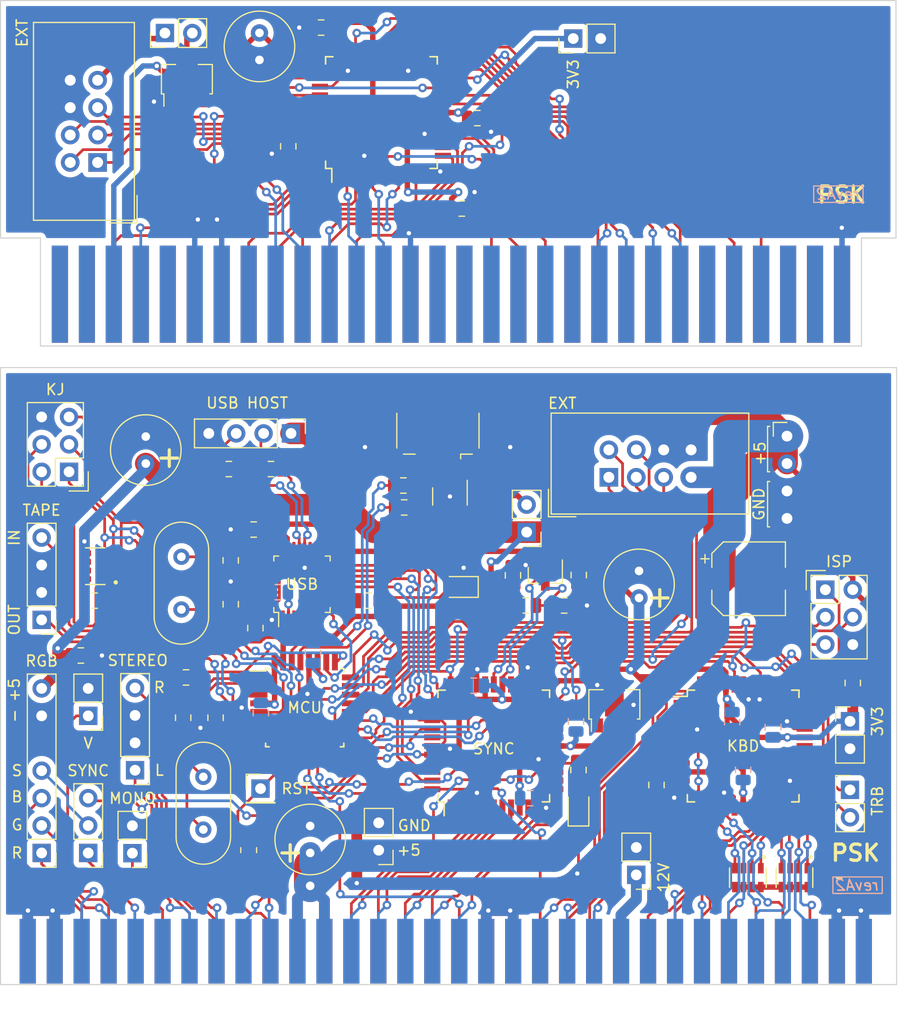
<source format=kicad_pcb>
(kicad_pcb (version 20211014) (generator pcbnew)
  (layers (0 "F.Cu" signal) (31 "B.Cu" signal) (34 "B.Paste" user) (35 "F.Paste" user) (36 "B.SilkS" user "B.Silkscreen") (37 "F.SilkS" user "F.Silkscreen") (38 "B.Mask" user) (39 "F.Mask" user) (44 "Edge.Cuts" user))
  (net 0 "")
  (net 1 "+3V3")
  (net 2 "GND")
  (net 3 "Net-(C1-Pad1)")
  (net 4 "Net-(C2-Pad1)")
  (net 5 "+5V")
  (net 6 "Net-(R1-Pad1)")
  (net 7 "Net-(R2-Pad1)")
  (net 8 "MC_RES")
  (net 9 "+12V")
  (net 10 "SYNC")
  (net 11 "G")
  (net 12 "R")
  (net 13 "Net-(C12-Pad1)")
  (net 14 "Net-(C13-Pad1)")
  (net 15 "Net-(C3-Pad1)")
  (net 16 "Net-(R3-Pad1)")
  (net 17 "Net-(R4-Pad1)")
  (net 18 "DELAY_OUT")
  (net 19 "DELAY_IN")
  (net 20 "OSYNC")
  (net 21 "OUT_SYNC")
  (net 22 "SCK3")
  (net 23 "USS5")
  (net 24 "MISO5")
  (net 25 "MOSI5")
  (net 26 "SCK5")
  (net 27 "USS3")
  (net 28 "KBSS")
  (net 29 "KA7")
  (net 30 "KA6")
  (net 31 "KA4")
  (net 32 "KA5")
  (net 33 "KA3")
  (net 34 "KA2")
  (net 35 "KA1")
  (net 36 "KA0")
  (net 37 "KD1")
  (net 38 "KD0")
  (net 39 "KD2")
  (net 40 "KD3")
  (net 41 "KD4")
  (net 42 "J3")
  (net 43 "J0")
  (net 44 "J4")
  (net 45 "J1")
  (net 46 "J2")
  (net 47 "MOSI3")
  (net 48 "MISO3")
  (net 49 "VSS")
  (net 50 "VIDEO")
  (net 51 "RIGHT")
  (net 52 "LEFT")
  (net 53 "SOUND")
  (net 54 "CNBUSY")
  (net 55 "CN3")
  (net 56 "CN2")
  (net 57 "CN0")
  (net 58 "CN4")
  (net 59 "CN6")
  (net 60 "CN7")
  (net 61 "CN5")
  (net 62 "CN1")
  (net 63 "CNSTB")
  (net 64 "B")
  (net 65 "CC")
  (net 66 "KC")
  (net 67 "URES5")
  (net 68 "URES3")
  (net 69 "Net-(J21-Pad1)")
  (net 70 "NMI")
  (net 71 "UINT")
  (net 72 "DSR")
  (net 73 "TOUT")
  (net 74 "TXD")
  (net 75 "TIN")
  (net 76 "Net-(Q1-Pad1)")
  (net 77 "-5V")
  (net 78 "RTIN")
  (net 79 "EINT")
  (net 80 "ESS")
  (net 81 "IJ4")
  (net 82 "IJ3")
  (net 83 "IJ2")
  (net 84 "IJ1")
  (net 85 "IJ0")
  (net 86 "Net-(D2-Pad2)")
  (net 87 "Net-(R10-Pad2)")
  (net 88 "Net-(D3-Pad2)")
  (net 89 "Net-(R11-Pad2)")
  (net 90 "Net-(J3-Pad3)")
  (net 91 "Net-(J3-Pad2)")
  (net 92 "A11")
  (net 93 "A9")
  (net 94 "BAK")
  (net 95 "CSR")
  (net 96 "A4")
  (net 97 "A5")
  (net 98 "A6")
  (net 99 "A7")
  (net 100 "RES")
  (net 101 "BRQ")
  (net 102 "RDR")
  (net 103 "IORQGE")
  (net 104 "A3")
  (net 105 "A2")
  (net 106 "A1")
  (net 107 "A0")
  (net 108 "CLK")
  (net 109 "DOS")
  (net 110 "A12")
  (net 111 "A15")
  (net 112 "A13")
  (net 113 "D7")
  (net 114 "BLK")
  (net 115 "D1")
  (net 116 "D2")
  (net 117 "D0")
  (net 118 "D6")
  (net 119 "D3")
  (net 120 "INT")
  (net 121 "D4")
  (net 122 "HLT")
  (net 123 "MREQ")
  (net 124 "D5")
  (net 125 "IORQ")
  (net 126 "WR")
  (net 127 "WAIT")
  (net 128 "A8")
  (net 129 "RFSH")
  (net 130 "M1")
  (net 131 "RD")
  (net 132 "A10")
  (net 133 "A14")
  (net 134 "SCK5_E")
  (net 135 "MISO5_E")
  (net 136 "MOSI5_E")
  (net 137 "EINT_E")
  (net 138 "ESS_E")
  (net 169 "TRBSW")
  (net 170 "TRBLED")
  (net 171 "Net-(J1-Pad2)")
  (net 172 "Net-(J1-Pad1)")
  (net 173 "Net-(J1-Pad3)")
  (net 177 "ZRES")
  (net 178 "Net-(J17-Pad7)")
  (footprint "card:PADS_2.5_32" (layer "F.Cu") (at 130.654 129.644)
    (fp_text reference "X1" hide)
    (fp_text value "ScorpionEdgeConnector" hide)
  )
  (footprint "Capacitor_SMD:C_0805_2012Metric" (layer "F.Cu") (at 143.0965 84.088 180)
    (fp_text reference "C15" hide)
    (fp_text value "C" hide)
  )
  (footprint "card:usb_mini" (layer "F.Cu") (at 160.175 75.054 180)
    (fp_text reference "J1" hide)
    (fp_text value "USB_B_Mini" hide)
  )
  (footprint "Package_QFP:TQFP-44_10x10mm_P0.8mm" (layer "F.Cu") (at 188.468 104.14)
    (fp_text reference "U2" hide)
    (fp_text value "EPM3064_KbdHub" hide)
  )
  (footprint "Crystal:Crystal_HC49-U_Vertical" (layer "F.Cu") (at 138.43 111.878 90)
    (fp_text reference "Y2" hide)
    (fp_text value "16M" hide)
  )
  (footprint "Capacitor_THT:C_Radial_D6.3mm_H11.0mm_P2.50mm" (layer "F.Cu") (at 178.816 90.424 90)
    (fp_text reference "C25" hide)
    (fp_text value "CP" hide)
  )
  (footprint "Package_QFP:TQFP-32_7x7mm_P0.8mm" (layer "F.Cu") (at 147.828 100.584)
    (fp_text reference "U1" hide)
    (fp_text value "ATmega32U2-AU" hide)
  )
  (footprint "Capacitor_SMD:C_0805_2012Metric" (layer "F.Cu") (at 139.563 101.5215 -90)
    (fp_text reference "C2" hide)
    (fp_text value "9p" hide)
  )
  (footprint "Capacitor_SMD:C_0805_2012Metric" (layer "F.Cu") (at 136.563 101.5215 -90)
    (fp_text reference "C1" hide)
    (fp_text value "9p" hide)
  )
  (footprint "card:RESCAF80P320X160X60-8N" (layer "F.Cu") (at 188.906 116.332 -90)
    (fp_text reference "RN2" hide)
    (fp_text value "4x33" hide)
  )
  (footprint "Capacitor_SMD:C_0805_2012Metric" (layer "F.Cu") (at 140.97 86.9465 -90)
    (fp_text reference "C12" hide)
    (fp_text value "C" hide)
  )
  (footprint "Package_QFP:LQFP-32_5x5mm_P0.5mm" (layer "F.Cu") (at 147.574 89.154 90)
    (fp_text reference "U3" hide)
    (fp_text value "MAX3421EEHJ+T" hide)
  )
  (footprint "Capacitor_SMD:C_0805_2012Metric" (layer "F.Cu") (at 140.97 91.0105 90)
    (fp_text reference "C13" hide)
    (fp_text value "C" hide)
  )
  (footprint "Package_TO_SOT_SMD:SOT-89-3" (layer "F.Cu") (at 176.53 100.584 90)
    (fp_text reference "U6" hide)
    (fp_text value "AP7215-33YG-13" hide)
  )
  (footprint "Capacitor_SMD:CP_Elec_6.3x7.7" (layer "F.Cu") (at 188.976 88.646)
    (fp_text reference "C9" hide)
    (fp_text value "CP" hide)
  )
  (footprint "Capacitor_THT:C_Radial_D6.3mm_H11.0mm_P2.50mm" (layer "F.Cu") (at 148.336 114.046 90)
    (fp_text reference "C16" hide)
    (fp_text value "CP" hide)
  )
  (footprint "card:RESCAF80P320X160X60-8N" (layer "F.Cu") (at 193.224 116.332 -90)
    (fp_text reference "RN1" hide)
    (fp_text value "4x33" hide)
  )
  (footprint "Resistor_SMD:R_0805_2012Metric" (layer "F.Cu") (at 136.8275 97.79 180)
    (fp_text reference "R7" hide)
    (fp_text value "33" hide)
  )
  (footprint "Connector_PinHeader_2.54mm:PinHeader_1x04_P2.54mm_Vertical" (layer "F.Cu") (at 123.444 92.456 180)
    (fp_text reference "J10" hide)
    (fp_text value "Conn_01x04" hide)
  )
  (footprint "card:PinHeader_1x07_P2.54mm_Vertical_RGB" (layer "F.Cu") (at 123.444 114.046 180)
    (fp_text reference "J8" hide)
    (fp_text value "Conn_01x07_RGB" hide)
  )
  (footprint "Crystal:Crystal_HC49-U_Vertical" (layer "F.Cu") (at 136.398 86.614 -90)
    (fp_text reference "Y1" hide)
    (fp_text value "12M" hide)
  )
  (footprint "Connector_PinHeader_2.54mm:PinHeader_1x02_P2.54mm_Vertical" (layer "F.Cu") (at 127.762 101.346 180)
    (fp_text reference "J4" hide)
    (fp_text value "Conn_01x02" hide)
  )
  (footprint "Connector_PinHeader_2.54mm:PinHeader_1x02_P2.54mm_Vertical" (layer "F.Cu") (at 131.854 114.064 180)
    (fp_text reference "J7" hide)
    (fp_text value "Conn_01x02" hide)
  )
  (footprint "Connector_PinHeader_2.54mm:PinHeader_1x03_P2.54mm_Vertical" (layer "F.Cu") (at 127.762 114.046 180)
    (fp_text reference "J9" hide)
    (fp_text value "Conn_01x03" hide)
  )
  (footprint "Connector_PinHeader_2.54mm:PinHeader_1x02_P2.54mm_Vertical" (layer "F.Cu") (at 178.562 116.078 180)
    (fp_text reference "J6" hide)
    (fp_text value "Conn_01x02" hide)
  )
  (footprint "Resistor_SMD:R_0805_2012Metric" (layer "F.Cu") (at 156.972 80.01)
    (fp_text reference "R4" hide)
    (fp_text value "33" hide)
  )
  (footprint "Package_SO:TSOP-6_1.65x3.05mm_P0.95mm" (layer "F.Cu") (at 161.29 81.026 -90)
    (fp_text reference "U4" hide)
    (fp_text value "IP4220CZ6" hide)
  )
  (footprint "Connector_PinHeader_2.54mm:PinHeader_1x04_P2.54mm_Horizontal" (layer "F.Cu") (at 192.532 75.438)
    (fp_text reference "J12" hide)
    (fp_text value "Conn_01x04" hide)
  )
  (footprint "Resistor_SMD:R_0805_2012Metric" (layer "F.Cu") (at 157.0505 82.042)
    (fp_text reference "R3" hide)
    (fp_text value "33" hide)
  )
  (footprint "Connector_PinHeader_2.54mm:PinHeader_1x04_P2.54mm_Vertical" (layer "F.Cu") (at 132.104 106.384 180)
    (fp_text reference "J5" hide)
    (fp_text value "Conn_01x04" hide)
  )
  (footprint "Resistor_SMD:R_0805_2012Metric" (layer "F.Cu") (at 173.204 106.364 90)
    (fp_text reference "R11" hide)
    (fp_text value "1K" hide)
  )
  (footprint "LED_SMD:LED_0805_2012Metric" (layer "F.Cu") (at 173.204 109.864 90)
    (fp_text reference "D3" hide)
    (fp_text value "LED" hide)
  )
  (footprint "Connector_PinHeader_2.54mm:PinHeader_1x02_P2.54mm_Vertical" (layer "F.Cu") (at 168.402 84.328 180)
    (fp_text reference "J14" hide)
    (fp_text value "Conn_01x02" hide)
  )
  (footprint "Package_QFP:TQFP-44_10x10mm_P0.8mm" (layer "F.Cu") (at 165.354 104.14 90)
    (fp_text reference "U5" hide)
    (fp_text value "EPM3032" hide)
  )
  (footprint "Connector_PinHeader_2.54mm:PinHeader_2x03_P2.54mm_Vertical" (layer "F.Cu") (at 196.088 89.662)
    (fp_text reference "J2" hide)
    (fp_text value "Conn_02x03_Odd_Even" hide)
  )
  (footprint "Capacitor_SMD:C_0805_2012Metric" (layer "F.Cu") (at 167.132 88.33 90)
    (fp_text reference "C6" hide)
    (fp_text value "100nF" hide)
  )
  (footprint "Package_TO_SOT_SMD:SOT-23" (layer "F.Cu") (at 170.128 88.304 -90)
    (fp_text reference "Q1" hide)
    (fp_text value "BSS138" hide)
  )
  (footprint "Capacitor_SMD:C_0805_2012Metric" (layer "F.Cu") (at 171.8795 91.124)
    (fp_text reference "C4" hide)
    (fp_text value "10nF" hide)
  )
  (footprint "Resistor_SMD:R_0805_2012Metric" (layer "F.Cu") (at 168.3235 91.124)
    (fp_text reference "R5" hide)
    (fp_text value "1K2" hide)
  )
  (footprint "Resistor_SMD:R_0805_2012Metric" (layer "F.Cu") (at 173.228 88.304 -90)
    (fp_text reference "R6" hide)
    (fp_text value "0" hide)
  )
  (footprint "Connector_PinHeader_2.54mm:PinHeader_1x02_P2.54mm_Vertical" (layer "F.Cu") (at 154.686 113.792 180)
    (fp_text reference "J16" hide)
    (fp_text value "3V3" hide)
  )
  (footprint "Connector_PinHeader_2.54mm:PinHeader_1x04_P2.54mm_Vertical" (layer "F.Cu") (at 146.558 75.184 -90)
    (fp_text reference "J3" hide)
    (fp_text value "Conn_01x04" hide)
  )
  (footprint "LED_SMD:LED_0805_2012Metric" (layer "F.Cu") (at 162.2275 89.408 180)
    (fp_text reference "D2" hide)
    (fp_text value "LED" hide)
  )
  (footprint "Resistor_SMD:R_0805_2012Metric" (layer "F.Cu") (at 144.7015 78.486 180)
    (fp_text reference "R2" hide)
    (fp_text value "33" hide)
  )
  (footprint "Resistor_SMD:R_0805_2012Metric" (layer "F.Cu") (at 140.7945 78.486 180)
    (fp_text reference "R1" hide)
    (fp_text value "33" hide)
  )
  (footprint "Capacitor_THT:C_Radial_D6.3mm_H11.0mm_P2.50mm" (layer "F.Cu") (at 133.096 77.978 90)
    (fp_text reference "C24" hide)
    (fp_text value "CP" hide)
  )
  (footprint "card:PADS_2.5_32" (layer "F.Cu") (at 133.634 68.788)
    (fp_text reference "X2" hide)
    (fp_text value "ScorpionBusConnector" hide)
  )
  (footprint "Capacitor_SMD:C_0805_2012Metric" (layer "F.Cu") (at 197.358 117.094)
    (fp_text reference "C17" hide)
    (fp_text value "C" hide)
  )
  (footprint "card:RESCAF80P320X160X60-8N" (layer "F.Cu") (at 128.411 87.484 180)
    (fp_text reference "RN3" hide)
    (fp_text value "4x33" hide)
  )
  (footprint "Connector_IDC:IDC-Header_2x04_P2.54mm_Vertical" (layer "F.Cu") (at 128.634 50.088 180)
    (fp_text reference "J17" hide)
    (fp_text value "Conn_01x08" hide)
  )
  (footprint "Connector_PinHeader_2.54mm:PinHeader_1x02_P2.54mm_Vertical" (layer "F.Cu") (at 198.374 101.849)
    (fp_text reference "J15" hide)
    (fp_text value "3V3")
  )
  (footprint "Package_TO_SOT_SMD:SOT-89-3" (layer "F.Cu") (at 136.906 42.672 90)
    (fp_text reference "U8" hide)
    (fp_text value "AP7215-33YG-13" hide)
  )
  (footprint "Capacitor_SMD:C_0805_2012Metric" (layer "F.Cu") (at 198.628 98.298 90)
    (fp_text reference "C18" hide)
    (fp_text value "C" hide)
  )
  (footprint "Capacitor_SMD:C_0805_2012Metric" (layer "F.Cu") (at 127.0785 95.758)
    (fp_text reference "C23" hide)
    (fp_text value "C" hide)
  )
  (footprint "Resistor_SMD:R_0805_2012Metric" (layer "F.Cu") (at 128.3485 90.678)
    (fp_text reference "R8" hide)
    (fp_text value "33" hide)
  )
  (footprint "Capacitor_THT:C_Radial_D6.3mm_H11.0mm_P2.50mm" (layer "F.Cu") (at 143.634 38.088 -90)
    (fp_text reference "C20" hide)
    (fp_text value "CP" hide)
  )
  (footprint "Package_QFP:TQFP-44_10x10mm_P0.8mm" (layer "F.Cu") (at 154.94 45.466 90)
    (fp_text reference "U7" hide)
    (fp_text value "ExtHub" hide)
  )
  (footprint "Capacitor_SMD:C_0805_2012Metric" (layer "F.Cu") (at 143.256 93.218 90)
    (fp_text reference "C19" hide)
    (fp_text value "C" hide)
  )
  (footprint "Capacitor_SMD:C_0805_2012Metric" (layer "F.Cu") (at 180.434 107.7505 -90)
    (fp_text reference "C26" hide)
    (fp_text value "C" hide)
  )
  (footprint "Connector_IDC:IDC-Header_2x04_P2.54mm_Vertical" (layer "F.Cu") (at 176.022 79.248 90)
    (fp_text reference "J11" hide)
    (fp_text value "Conn_01x08" hide)
  )
  (footprint "Connector_PinHeader_2.54mm:PinHeader_2x03_P2.54mm_Vertical" (layer "F.Cu") (at 125.984 78.74 180)
    (fp_text reference "J13" hide)
    (fp_text value "Conn_02x03_Odd_Even" hide)
  )
  (footprint "Resistor_SMD:R_0805_2012Metric" (layer "F.Cu") (at 153.7485 90.678 180)
    (fp_text reference "R10" hide)
    (fp_text value "1K" hide)
  )
  (footprint "Capacitor_SMD:C_0805_2012Metric" (layer "F.Cu") (at 149.352 37.592 180)
    (fp_text reference "C22" hide)
    (fp_text value "C" hide)
  )
  (footprint "Capacitor_SMD:C_0805_2012Metric" (layer "F.Cu") (at 146.304 48.5925 -90)
    (fp_text reference "C27" hide)
    (fp_text value "C" hide)
  )
  (footprint "Capacitor_SMD:C_0805_2012Metric" (layer "F.Cu") (at 163.83 45.974)
    (fp_text reference "C28" hide)
    (fp_text value "C" hide)
  )
  (footprint "Capacitor_SMD:C_0805_2012Metric" (layer "F.Cu") (at 162.3845 54.356)
    (fp_text reference "C29" hide)
    (fp_text value "C" hide)
  )
  (footprint "Connector_PinHeader_2.54mm:PinHeader_1x02_P2.54mm_Vertical" (layer "F.Cu") (at 172.72 38.608 90)
    (fp_text reference "J18" hide)
    (fp_text value "3V3" hide)
  )
  (footprint "Connector_PinHeader_2.54mm:PinHeader_1x02_P2.54mm_Vertical" (layer "F.Cu") (at 134.869 38.1 90)
    (fp_text reference "J19" hide)
    (fp_text value "Conn_01x02" hide)
  )
  (footprint "Resistor_SMD:R_0805_2012Metric" (layer "F.Cu") (at 142.634 113.788 90)
    (fp_text reference "R9" hide)
    (fp_text value "250" hide)
  )
  (footprint "Connector_PinHeader_2.54mm:PinHeader_1x01_P2.54mm_Vertical" (layer "F.Cu") (at 143.734 108.088)
    (fp_text reference "J21" hide)
    (fp_text value "Conn_01x01_Male" hide)
  )
  (footprint "Connector_PinHeader_2.54mm:PinHeader_1x02_P2.54mm_Vertical" (layer "F.Cu") (at 198.374 108.204)
    (fp_text reference "J20" hide)
    (fp_text value "3V3" hide)
  )
  (footprint "Capacitor_SMD:C_0805_2012Metric" (layer "B.Cu") (at 163.4975 98.552 180)
    (fp_text reference "C5" hide)
    (fp_text value "C" hide)
  )
  (footprint "Capacitor_SMD:C_0805_2012Metric" (layer "B.Cu") (at 187.452 101.9325 -90)
    (fp_text reference "C7" hide)
    (fp_text value "C" hide)
  )
  (footprint "Capacitor_SMD:C_0805_2012Metric" (layer "B.Cu") (at 188.468 106.3475 90)
    (fp_text reference "C8" hide)
    (fp_text value "C" hide)
  )
  (footprint "Capacitor_SMD:C_0805_2012Metric" (layer "B.Cu") (at 168.7345 108.966)
    (fp_text reference "C11" hide)
    (fp_text value "C" hide)
  )
  (footprint "Capacitor_SMD:C_0805_2012Metric" (layer "B.Cu") (at 143.764 101.092 -90)
    (fp_text reference "C21" hide)
    (fp_text value "C" hide)
  )
  (footprint "Capacitor_SMD:C_0805_2012Metric" (layer "B.Cu") (at 145.334 89.888 180)
    (fp_text reference "C14" hide)
    (fp_text value "C" hide)
  )
  (footprint "Capacitor_SMD:C_0805_2012Metric" (layer "B.Cu") (at 172.974 101.854 90)
    (fp_text reference "C10" hide)
    (fp_text value "C" hide)
  )
  (footprint "Capacitor_SMD:C_0805_2012Metric" (layer "B.Cu") (at 148.604 95.5265 90)
    (fp_text reference "C3" hide)
    (fp_text value "1µF" hide)
  )
  (footprint "Capacitor_SMD:C_0805_2012Metric" (layer "B.Cu") (at 191.234 102.388 90)
    (fp_text reference "C30" hide)
    (fp_text value "C" hide)
  )
  (gr_rect (start 195.008 52.262) (end 199.58 53.786) (layer "B.SilkS") (width 0.12) (fill none))
  (gr_rect (start 196.786 116.27) (end 201.358 117.794) (layer "B.SilkS") (width 0.12) (fill none))
  (gr_line (start 202.634 57.088) (end 202.634 35.088) (layer "Edge.Cuts") (width 0.1))
  (gr_line (start 202.692 126.238) (end 119.634 126.238) (layer "Edge.Cuts") (width 0.1))
  (gr_line (start 119.634 69.088) (end 119.634 126.238) (layer "Edge.Cuts") (width 0.1))
  (gr_line (start 123.334 67.088) (end 199.434 67.088) (layer "Edge.Cuts") (width 0.1))
  (gr_line (start 202.692 69.088) (end 202.692 126.238) (layer "Edge.Cuts") (width 0.1))
  (gr_line (start 119.634 57.088) (end 123.334 57.088) (layer "Edge.Cuts") (width 0.1))
  (gr_line (start 123.334 57.088) (end 123.334 67.088) (layer "Edge.Cuts") (width 0.1))
  (gr_line (start 119.634 35.088) (end 202.634 35.088) (layer "Edge.Cuts") (width 0.1))
  (gr_line (start 202.634 57.088) (end 199.434 57.088) (layer "Edge.Cuts") (width 0.1))
  (gr_line (start 119.634 57.088) (end 119.634 35.088) (layer "Edge.Cuts") (width 0.1))
  (gr_line (start 199.434 57.088) (end 199.434 67.088) (layer "Edge.Cuts") (width 0.1))
  (gr_line (start 119.634 69.088) (end 202.692 69.088) (layer "Edge.Cuts") (width 0.1))
  (gr_text "revA2" (at 199.072 117.032) (layer "B.SilkS") (effects (font (size 1 1) (thickness 0.15) italic) (justify mirror)))
  (gr_text "revA2" (at 197.294 53.024) (layer "B.SilkS") (effects (font (size 1 1) (thickness 0.15) italic) (justify mirror)))
  (gr_text "PSK" (at 197.612 53.086) (layer "F.SilkS") (effects (font (size 1.5 1.5) (thickness 0.3))))
  (gr_text "PSK" (at 198.882 114.046) (layer "F.SilkS") (effects (font (size 1.5 1.5) (thickness 0.3))))
  (segment (start 188.468 108.458) (end 188.468 109.84) (width 0.5) (layer "F.Cu") (net 1))
  (segment (start 192.57 103.34) (end 192.918 103.34) (width 0.5) (layer "F.Cu") (net 1))
  (segment (start 167.754 107.814) (end 167.754 108.914) (width 0.5) (layer "F.Cu") (net 1))
  (segment (start 162.052 45.466) (end 160.64 45.466) (width 0.5) (layer "F.Cu") (net 1))
  (segment (start 146.324 92.329) (end 146.324 90.998) (width 0.25) (layer "F.Cu") (net 1))
  (segment (start 154.14 47.066) (end 157.79 47.066) (width 0.5) (layer "F.Cu") (net 1))
  (segment (start 154.14 38.516) (end 154.14 39.766) (width 0.5) (layer "F.Cu") (net 1))
  (segment (start 178.03 103.086) (end 176.976 104.14) (width 0.5) (layer "F.Cu") (net 1))
  (segment (start 171.03 104.164) (end 169.345996 104.164) (width 0.5) (layer "F.Cu") (net 1))
  (segment (start 145.796 84.074) (end 145.034 84.074) (width 0.5) (layer "F.Cu") (net 1))
  (segment (start 188.468 106.426) (end 186.972843 104.930842) (width 0.5) (layer "F.Cu") (net 1))
  (segment (start 198.628 99.2355) (end 198.628 101.346) (width 1) (layer "F.Cu") (net 1))
  (segment (start 188.468 108.458) (end 188.468 106.426) (width 0.5) (layer "F.Cu") (net 1))
  (segment (start 151.869527 37.106473) (end 153.438473 37.106473) (width 0.5) (layer "F.Cu") (net 1))
  (segment (start 179.665511 98.639511) (end 178.754 97.728) (width 0.5) (layer "F.Cu") (net 1))
  (segment (start 162.139511 101.258489) (end 162.139511 104.802493) (width 0.5) (layer "F.Cu") (net 1))
  (segment (start 161.447 54.356) (end 161.447 53.437) (width 0.5) (layer "F.Cu") (net 1))
  (segment (start 149.882473 83.588473) (end 146.281527 83.588473) (width 0.5) (layer "F.Cu") (net 1))
  (segment (start 178.816 90.424) (end 178.308 90.424) (width 0.5) (layer "F.Cu") (net 1))
  (segment (start 143.634 38.088) (end 143.752 38.088) (width 0.5) (layer "F.Cu") (net 1))
  (segment (start 157.34 47.066) (end 157.34 49.916) (width 0.5) (layer "F.Cu") (net 1))
  (segment (start 176.976 104.14) (end 171.054 104.14) (width 0.5) (layer "F.Cu") (net 1))
  (segment (start 162.3845 45.466) (end 162.052 45.466) (width 0.5) (layer "F.Cu") (net 1))
  (segment (start 186.972843 104.930842) (end 185.363685 106.54) (width 0.5) (layer "F.Cu") (net 1))
  (segment (start 149.352 39.116) (end 150.114 38.354) (width 0.5) (layer "F.Cu") (net 1))
  (segment (start 162.139511 104.802493) (end 161.202004 105.74) (width 0.5) (layer "F.Cu") (net 1))
  (segment (start 167.754 108.914) (end 167.754 109.84) (width 0.5) (layer "F.Cu") (net 1))
  (segment (start 140.97 40.64) (end 140.97 42.418) (width 0.5) (layer "F.Cu") (net 1))
  (segment (start 163.576 99.822) (end 162.139511 101.258489) (width 0.5) (layer "F.Cu") (net 1))
  (segment (start 157.34 49.916) (end 157.34 51.166) (width 0.5) (layer "F.Cu") (net 1))
  (segment (start 169.345996 104.164) (end 167.754 105.755996) (width 0.5) (layer "F.Cu") (net 1))
  (segment (start 145.542 84.074) (end 146.324 84.856) (width 0.25) (layer "F.Cu") (net 1))
  (segment (start 169.672 99.822) (end 166.116 99.822) (width 0.5) (layer "F.Cu") (net 1))
  (segment (start 145.034 84.074) (end 144.018 84.074) (width 0.5) (layer "F.Cu") (net 1))
  (segment (start 143.752 38.088) (end 144.78 39.116) (width 0.5) (layer "F.Cu") (net 1))
  (segment (start 182.880491 97.027509) (end 186.579531 97.027509) (width 0.5) (layer "F.Cu") (net 1))
  (segment (start 153.438473 37.106473) (end 154.14 37.808) (width 0.5) (layer "F.Cu") (net 1))
  (segment (start 178.308 90.424) (end 173.99 86.106) (width 0.5) (layer "F.Cu") (net 1))
  (segment (start 159.39 45.466) (end 160.64 45.466) (width 0.5) (layer "F.Cu") (net 1))
  (segment (start 154.14 46.012) (end 154.14 41.016) (width 0.5) (layer "F.Cu") (net 1))
  (segment (start 181.628 106.54) (end 181.304 106.864) (width 0.5) (layer "F.Cu") (net 1))
  (segment (start 167.754 107.248315) (end 167.754 107.814) (width 0.5) (layer "F.Cu") (net 1))
  (segment (start 186.972 99.794) (end 186.972843 99.794843) (width 0.5) (layer "F.Cu") (net 1))
  (segment (start 150.2895 37.592) (end 151.384 37.592) (width 0.5) (layer "F.Cu") (net 1))
  (segment (start 189.192 103.34) (end 192.57 103.34) (width 0.5) (layer "F.Cu") (net 1))
  (segment (start 138.406 44.322) (end 139.066 44.322) (width 0.5) (layer "F.Cu") (net 1))
  (segment (start 146.304 47.655) (end 146.893 47.066) (width 0.5) (layer "F.Cu") (net 1))
  (segment (start 146.324 84.856) (end 146.324 85.979) (width 0.25) (layer "F.Cu") (net 1))
  (segment (start 144.78 39.116) (end 149.352 39.116) (width 0.5) (layer "F.Cu") (net 1))
  (segment (start 151.384 37.592) (end 151.869527 37.106473) (width 0.5) (layer "F.Cu") (net 1))
  (segment (start 154.14 37.808) (end 154.14 38.516) (width 0.5) (layer "F.Cu") (net 1))
  (segment (start 186.972 101.12) (end 189.192 103.34) (width 0.5) (layer "F.Cu") (net 1))
  (segment (start 178.03 102.384) (end 179.665511 100.748489) (width 0.5) (layer "F.Cu") (net 1))
  (segment (start 146.281527 83.588473) (end 145.796 84.074) (width 0.5) (layer "F.Cu") (net 1))
  (segment (start 179.665511 100.748489) (end 179.665511 98.639511) (width 0.5) (layer "F.Cu") (net 1))
  (segment (start 161.447 53.437) (end 162.052 52.832) (width 0.5) (layer "F.Cu") (net 1))
  (segment (start 149.24 47.066) (end 154.14 47.066) (width 0.5) (layer "F.Cu") (net 1))
  (segment (start 146.893 47.066) (end 149.24 47.066) (width 0.5) (layer "F.Cu") (net 1))
  (segment (start 178.03 102.384) (end 178.03 103.086) (width 0.5) (layer "F.Cu") (net 1))
  (segment (start 164.592 99.822) (end 166.116 99.822) (width 0.5) (layer "F.Cu") (net 1))
  (segment (start 173.99 86.106) (end 152.4 86.106) (width 0.5) (layer "F.Cu") (net 1))
  (segment (start 146.324 90.998) (end 146.324 85.979) (width 0.25) (layer "F.Cu") (net 1))
  (segment (start 143.634 38.088) (end 143.522 38.088) (width 0.5) (layer "F.Cu") (net 1))
  (segment (start 163.576 99.822) (end 164.592 99.822) (width 0.5) (layer "F.Cu") (net 1))
  (segment (start 171.054 104.14) (end 171.03 104.164) (width 0.5) (layer "F.Cu") (net 1))
  (segment (start 186.972843 99.794843) (end 186.972843 104.930842) (width 0.5) (layer "F.Cu") (net 1))
  (segment (start 164.554 98.44) (end 164.554 99.784) (width 0.5) (layer "F.Cu") (net 1))
  (segment (start 154.14 47.066) (end 154.14 46.012) (width 0.5) (layer "F.Cu") (net 1))
  (segment locked (start 167.754 105.755996) (end 167.754 107.248315) (width 0.5) (layer "F.Cu") (net 1))
  (segment (start 162.8925 45.974) (end 162.3845 45.466) (width 0.5) (layer "F.Cu") (net 1))
  (segment (start 178.754 97.728) (end 182.18 97.728) (width 0.5) (layer "F.Cu") (net 1))
  (segment (start 154.14 41.016) (end 154.14 39.766) (width 0.5) (layer "F.Cu") (net 1))
  (segment (start 161.202004 105.74) (end 159.654 105.74) (width 0.5) (layer "F.Cu") (net 1))
  (segment (start 143.522 38.088) (end 140.97 40.64) (width 0.5) (layer "F.Cu") (net 1))
  (segment (start 171.398988 98.095012) (end 169.672 99.822) (width 0.5) (layer "F.Cu") (net 1))
  (segment (start 178.054 97.028) (end 178.754 97.728) (width 0.5) (layer "F.Cu") (net 1))
  (segment (start 181.304 106.864) (end 180.404 106.864) (width 0.5) (layer "F.Cu") (net 1))
  (segment (start 186.868 97.315978) (end 186.868 98.44) (width 0.5) (layer "F.Cu") (net 1))
  (segment (start 157.79 47.066) (end 159.39 45.466) (width 0.5) (layer "F.Cu") (net 1))
  (segment (start 157.34 52.757) (end 157.415 52.832) (width 0.5) (layer "F.Cu") (net 1))
  (segment (start 178.054 97.028) (end 174.752 97.028) (width 0.5) (layer "F.Cu") (net 1))
  (segment (start 185.363685 106.54) (end 182.768 106.54) (width 0.5) (layer "F.Cu") (net 1))
  (segment (start 139.066 44.322) (end 140.97 42.418) (width 0.5) (layer "F.Cu") (net 1))
  (segment (start 186.868 99.69) (end 186.972 99.794) (width 0.5) (layer "F.Cu") (net 1))
  (segment (start 182.18 97.728) (end 182.880491 97.027509) (width 0.5) (layer "F.Cu") (net 1))
  (segment (start 164.554 99.784) (end 164.592 99.822) (width 0.5) (layer "F.Cu") (net 1))
  (segment (start 150.114 38.354) (end 150.114 37.7675) (width 0.5) (layer "F.Cu") (net 1))
  (segment (start 173.684988 98.095012) (end 171.398988 98.095012) (width 0.5) (layer "F.Cu") (net 1))
  (segment (start 174.752 97.028) (end 173.684988 98.095012) (width 0.5) (layer "F.Cu") (net 1))
  (segment (start 157.34 51.166) (end 157.34 52.757) (width 0.5) (layer "F.Cu") (net 1))
  (segment (start 192.918 103.34) (end 194.168 103.34) (width 0.5) (layer "F.Cu") (net 1))
  (segment (start 152.4 86.106) (end 149.882473 83.588473) (width 0.5) (layer "F.Cu") (net 1))
  (segment (start 144.018 84.074) (end 145.542 84.074) (width 0.25) (layer "F.Cu") (net 1))
  (segment (start 157.79 47.066) (end 157.34 47.066) (width 0.5) (layer "F.Cu") (net 1))
  (segment (start 186.579531 97.027509) (end 186.868 97.315978) (width 0.5) (layer "F.Cu") (net 1))
  (segment (start 186.868 98.44) (end 186.868 99.69) (width 0.5) (layer "F.Cu") (net 1))
  (segment (start 198.628 101.346) (end 198.374 101.6) (width 1) (layer "F.Cu") (net 1))
  (segment (start 182.768 106.54) (end 181.628 106.54) (width 0.5) (layer "F.Cu") (net 1))
  (segment (start 150.114 37.7675) (end 150.2895 37.592) (width 0.5) (layer "F.Cu") (net 1))
  (via (at 162.052 52.832) (size 0.8) (drill 0.4) (layers "F.Cu" "B.Cu") (net 1))
  (via (at 192.57 103.34) (size 0.8) (drill 0.4) (layers "F.Cu" "B.Cu") (net 1))
  (via (at 146.324 90.998) (size 0.8) (drill 0.4) (layers "F.Cu" "B.Cu") (net 1))
  (via (at 186.972 99.794) (size 0.8) (drill 0.4) (layers "F.Cu" "B.Cu") (net 1))
  (via (at 162.052 45.466) (size 0.8) (drill 0.4) (layers "F.Cu" "B.Cu") (net 1))
  (via (at 188.468 108.458) (size 0.8) (drill 0.4) (layers "F.Cu" "B.Cu") (net 1))
  (via (at 166.116 99.822) (size 0.8) (drill 0.4) (layers "F.Cu" "B.Cu") (net 1))
  (via (at 172.466 104.14) (size 0.8) (drill 0.4) (layers "F.Cu" "B.Cu") (net 1))
  (via (at 167.754 107.814) (size 0.8) (drill 0.4) (layers "F.Cu" "B.Cu") (net 1))
  (via (at 178.054 97.028) (size 0.8) (drill 0.4) (layers "F.Cu" "B.Cu") (net 1))
  (via (at 157.415 52.832) (size 0.8) (drill 0.4) (layers "F.Cu" "B.Cu") (net 1))
  (segment (start 169.164 38.608) (end 172.72 38.608) (width 0.5) (layer "B.Cu") (net 1))
  (segment (start 187.452 100.995) (end 187.452 100.274) (width 0.5) (layer "B.Cu") (net 1))
  (segment (start 172.466 104.14) (end 172.974 103.632) (width 0.5) (layer "B.Cu") (net 1))
  (segment (start 167.754 107.814) (end 167.754 108.923) (width 0.5) (layer "B.Cu") (net 1))
  (segment (start 172.974 103.632) (end 172.974 102.7915) (width 0.5) (layer "B.Cu") (net 1))
  (segment (start 192.57 103.34) (end 195.618 103.34) (width 0.5) (layer "B.Cu") (net 1))
  (segment (start 167.754 108.923) (end 167.797 108.966) (width 0.5) (layer "B.Cu") (net 1))
  (segment (start 165.354 98.552) (end 164.435 98.552) (width 0.5) (layer "B.Cu") (net 1))
  (segment (start 157.415 52.832) (end 162.052 52.832) (width 0.5) (layer "B.Cu") (net 1))
  (segment (start 192.5295 103.2995) (end 192.57 103.34) (width 0.5) (layer "B.Cu") (net 1))
  (segment (start 146.324 89.9405) (end 146.2715 89.888) (width 0.5) (layer "B.Cu") (net 1))
  (segment (start 195.618 103.34) (end 197.109 101.849) (width 0.5) (layer "B.Cu") (net 1))
  (segment (start 166.116 99.314) (end 165.354 98.552) (width 0.5) (layer "B.Cu") (net 1))
  (segment (start 162.052 45.466) (end 162.306 45.466) (width 0.5) (layer "B.Cu") (net 1))
  (segment (start 146.324 90.998) (end 146.324 89.9405) (width 0.5) (layer "B.Cu") (net 1))
  (segment (start 178.816 96.266) (end 178.816 90.424) (width 1) (layer "B.Cu") (net 1))
  (segment (start 162.306 45.466) (end 169.164 38.608) (width 0.5) (layer "B.Cu") (net 1))
  (segment (start 197.109 101.849) (end 198.374 101.849) (width 0.5) (layer "B.Cu") (net 1))
  (segment (start 187.452 100.274) (end 186.972 99.794) (width 0.5) (layer "B.Cu") (net 1))
  (segment (start 191.516 103.2995) (end 192.5295 103.2995) (width 0.5) (layer "B.Cu") (net 1))
  (segment (start 166.116 99.822) (end 166.116 99.314) (width 0.5) (layer "B.Cu") (net 1))
  (segment (start 178.054 97.028) (end 178.816 96.266) (width 1) (layer "B.Cu") (net 1))
  (segment (start 188.468 107.285) (end 188.468 108.458) (width 0.5) (layer "B.Cu") (net 1))
  (segment (start 138.163 102.459) (end 139.563 102.459) (width 0.25) (layer "F.Cu") (net 2))
  (segment (start 136.563 102.459) (end 138.163 102.459) (width 0.25) (layer "F.Cu") (net 2))
  (segment (start 140.97 88.9) (end 140.97 90.073) (width 0.25) (layer "F.Cu") (net 2))
  (segment (start 168.38035 87.304) (end 168.307675 87.376675) (width 0.25) (layer "F.Cu") (net 2))
  (segment (start 169.178 87.304) (end 168.38035 87.304) (width 0.25) (layer "F.Cu") (net 2))
  (segment (start 167.132 87.3925) (end 168.29185 87.3925) (width 0.25) (layer "F.Cu") (net 2))
  (segment (start 168.29185 87.3925) (end 168.307675 87.376675) (width 0.25) (layer "F.Cu") (net 2))
  (segment (start 172.817 91.124) (end 173.99 91.124) (width 0.25) (layer "F.Cu") (net 2))
  (segment (start 164.7675 45.974) (end 164.7675 46.9115) (width 0.5) (layer "F.Cu") (net 2))
  (segment (start 198.12 118.618) (end 198.12 117.2695) (width 0.5) (layer "F.Cu") (net 2))
  (segment (start 144.78 91.285) (end 144.399 90.904) (width 0.25) (layer "F.Cu") (net 2))
  (segment (start 161.036 104.14) (end 161.29 104.394) (width 0.25) (layer "F.Cu") (net 2))
  (segment (start 145.824 93.322351) (end 145.824 93.079) (width 0.25) (layer "F.Cu") (net 2))
  (segment (start 155.25 76.454) (end 153.416 76.454) (width 0.5) (layer "F.Cu") (net 2))
  (segment (start 181.891 108.739) (end 182.07875 108.92675) (width 0.5) (layer "F.Cu") (net 2))
  (segment (start 158.14 40.87) (end 157.416 41.594) (width 0.25) (layer "F.Cu") (net 2))
  (segment (start 189.268 98.44) (end 189.268 99.53) (width 0.25) (layer "F.Cu") (net 2))
  (segment (start 163.165 88.235) (end 162.56 87.63) (width 0.25) (layer "F.Cu") (net 2))
  (segment (start 142.143 84.074) (end 140.97 84.074) (width 0.25) (layer "F.Cu") (net 2))
  (segment (start 145.478 89.346) (end 145.478 89.854) (width 0.25) (layer "F.Cu") (net 2))
  (segment (start 135.406 44.322) (end 133.986 44.322) (width 0.5) (layer "F.Cu") (net 2))
  (segment (start 163.165 89.408) (end 163.165 88.235) (width 0.25) (layer "F.Cu") (net 2))
  (segment (start 191.676 83.914) (end 192.532 83.058) (width 3) (layer "F.Cu") (net 2))
  (segment (start 158.575 76.454) (end 155.25 76.454) (width 0.5) (layer "F.Cu") (net 2))
  (segment (start 128.016 95.758) (end 129.032 95.758) (width 0.25) (layer "F.Cu") (net 2))
  (segment (start 160.742 103.34) (end 160.834 103.432) (width 0.25) (layer "F.Cu") (net 2))
  (segment (start 187.285998 108.457998) (end 186.704 108.457998) (width 0.25) (layer "F.Cu") (net 2))
  (segment (start 152.654 111.506) (end 152.908 111.252) (width 1) (layer "F.Cu") (net 2))
  (segment (start 191.676 88.646) (end 191.676 83.914) (width 3) (layer "F.Cu") (net 2))
  (segment (start 160.834 103.432) (end 160.834 103.708) (width 0.25) (layer "F.Cu") (net 2))
  (segment (start 143.256 92.2805) (end 144.6045 92.2805) (width 0.5) (layer "F.Cu") (net 2))
  (segment (start 164.654 119.572) (end 164.846 119.38) (width 1) (layer "F.Cu") (net 2))
  (segment (start 164.654 124.644) (end 164.654 119.572) (width 1) (layer "F.Cu") (net 2))
  (segment (start 160.150582 51.166) (end 160.394291 50.922291) (width 0.25) (layer "F.Cu") (net 2))
  (segment (start 145.478 88.33) (end 145.478 88.838) (width 0.25) (layer "F.Cu") (net 2))
  (segment (start 168.554 96.914) (end 168.504 96.864) (width 0.25) (layer "F.Cu") (net 2))
  (segment (start 146.654351 93.472) (end 145.973649 93.472) (width 0.25) (layer "F.Cu") (net 2))
  (segment (start 190.868 99.44) (end 190.486 99.822) (width 0.25) (layer "F.Cu") (net 2))
  (segment (start 167.154 119.656) (end 166.878 119.38) (width 1) (layer "F.Cu") (net 2))
  (segment (start 144.6045 92.2805) (end 144.78 92.456) (width 0.5) (layer "F.Cu") (net 2))
  (segment (start 173.204 110.8015) (end 173.204 115.838686) (width 0.25) (layer "F.Cu") (net 2))
  (segment (start 168.554 98.44) (end 168.554 96.914) (width 0.5) (layer "F.Cu") (net 2))
  (segment (start 160.402 104.14) (end 159.654 104.14) (width 0.25) (layer "F.Cu") (net 2))
  (segment (start 193.168 102.54) (end 192.532 101.904) (width 0.25) (layer "F.Cu") (net 2))
  (segment (start 122.154 124.644) (end 122.154 119.4) (width 1) (layer "F.Cu") (net 2))
  (segment (start 164.7675 46.9115) (end 165.1 47.244) (width 0.5) (layer "F.Cu") (net 2))
  (segment (start 161.29 79.866) (end 161.29 81.026) (width 0.25) (layer "F.Cu") (net 2))
  (segment (start 122.174 119.38) (end 124.46 119.38) (width 1) (layer "F.Cu") (net 2))
  (segment (start 145.973649 93.472) (end 145.824 93.322351) (width 0.25) (layer "F.Cu") (net 2))
  (segment (start 171.054 104.94) (end 169.928 104.94) (width 0.5) (layer "F.Cu") (net 2))
  (segment (start 148.228 99.168) (end 148.228 96.334) (width 0.5) (layer "F.Cu") (net 2))
  (segment (start 164.846 119.38) (end 166.878 119.38) (width 1) (layer "F.Cu") (net 2))
  (segment (start 124.654 124.644) (end 124.654 119.574) (width 1) (layer "F.Cu") (net 2))
  (segment (start 145.412 88.904) (end 145.478 88.838) (width 0.25) (layer "F.Cu") (net 2))
  (segment (start 145.478 88.838) (end 145.478 89.346) (width 0.25) (layer "F.Cu") (net 2))
  (segment (start 192.532 101.904) (end 192.532 101.854) (width 0.25) (layer "F.Cu") (net 2))
  (segment (start 144.399 89.904) (end 145.428 89.904) (width 0.25) (layer "F.Cu") (net 2))
  (segment (start 170.18 109.84) (end 170.204 109.864) (width 0.25) (layer "F.Cu") (net 2))
  (segment (start 144.907 92.329) (end 144.78 92.456) (width 0.25) (layer "F.Cu") (net 2))
  (segment (start 145.42 89.404) (end 145.478 89.346) (width 0.25) (layer "F.Cu") (net 2))
  (segment (start 159.654 104.14) (end 161.036 104.14) (width 0.25) (layer "F.Cu") (net 2))
  (segment (start 148.4145 37.592) (end 147.32 37.592) (width 0.5) (layer "F.Cu") (net 2))
  (segment (start 146.824 92.329) (end 146.824 93.302351) (width 0.25) (layer "F.Cu") (net 2))
  (segment (start 160.64 46.266) (end 159.64 46.266) (width 0.25) (layer "F.Cu") (net 2))
  (segment (start 188.85 99.822) (end 188.976 99.822) (width 0.25) (layer "F.Cu") (net 2))
  (segment (start 198.12 117.2695) (end 198.2955 117.094) (width 0.5) (layer "F.Cu") (net 2))
  (segment (start 198.628 94.742) (end 198.628 97.3605) (width 0.5) (layer "F.Cu") (net 2))
  (segment (start 155.25 72.204) (end 155.25 76.454) (width 1) (layer "F.Cu") (net 2))
  (segment (start 197.154 124.644) (end 197.154 119.584) (width 1) (layer "F.Cu") (net 2))
  (segment (start 190.868 98.44) (end 190.868 99.44) (width 0.25) (layer "F.Cu") (net 2))
  (segment (start 188.976 99.822) (end 189.992 99.822) (width 0.25) (layer "F.Cu") (net 2))
  (segment (start 197.358 119.38) (end 198.12 118.618) (width 0.5) (layer "F.Cu") (net 2))
  (segment (start 145.478 90.616) (end 145.19 90.904) (width 0.25) (layer "F.Cu") (net 2))
  (segment (start 145.478 90.362) (end 145.478 90.616) (width 0.25) (layer "F.Cu") (net 2))
  (segment (start 192.828 107.34) (end 192.804 107.364) (width 0.25) (layer "F.Cu") (net 2))
  (segment (start 152.386022 41.594) (end 153.34 40.640022) (width 0.25) (layer "F.Cu") (net 2))
  (segment (start 174.942 98.49) (end 174.942 102.296) (width 0.5) (layer "F.Cu") (net 2))
  (segment (start 160.834 102.088) (end 160.834 103.432) (width 0.25) (layer "F.Cu") (net 2))
  (segment (start 148.324 85.979) (end 148.324 87.134) (width 0.25) (layer "F.Cu") (net 2))
  (segment (start 163.754 97.104) (end 163.83 97.028) (width 0.25) (layer "F.Cu") (net 2))
  (segment (start 145.824 92.329) (end 144.907 92.329) (width 0.25) (layer "F.Cu") (net 2))
  (segment (start 187.668 109.84) (end 187.668 108.84) (width 0.25) (layer "F.Cu") (net 2))
  (segment (start 144.78 92.456) (end 144.78 91.285) (width 0.25) (layer "F.Cu") (net 2))
  (segment (start 182.768 108.14) (end 182.768 108.2375) (width 0.5) (layer "F.Cu") (net 2))
  (segment (start 124.654 119.574) (end 124.46 119.38) (width 1) (layer "F.Cu") (net 2))
  (segment (start 148.324 87.134) (end 147.828 87.63) (width 0.25) (layer "F.Cu") (net 2))
  (segment (start 158.94 46.966) (end 158.94 47.436) (width 0.25) (layer "F.Cu") (net 2))
  (segment (start 188.468 99.44) (end 188.85 99.822) (width 0.25) (layer "F.Cu") (net 2))
  (segment (start 174.942 102.296) (end 175.03 102.384) (width 0.5) (layer "F.Cu") (net 2))
  (segment (start 159.654 101.74) (end 160.486 101.74) (width 0.25) (layer "F.Cu") (net 2))
  (segment (start 144.399 88.404) (end 145.404 88.404) (width 0.25) (layer "F.Cu") (net 2))
  (segment (start 199.654 124.644) (end 199.654 119.644) (width 1) (layer "F.Cu") (net 2))
  (segment (start 144.399 88.904) (end 145.412 88.904) (width 0.25) (layer "F.Cu") (net 2))
  (segment (start 150.356 43.066) (end 149.24 43.066) (width 0.25) (layer "F.Cu") (net 2))
  (segment (start 194.168 107.34) (end 192.828 107.34) (width 0.25) (layer "F.Cu") (net 2))
  (segment (start 145.306 87.904) (end 145.478 88.076) (width 0.25) (layer "F.Cu") (net 2))
  (segment (start 165.1 76.454) (end 166.878 76.454) (width 0.5) (layer "F.Cu") (net 2))
  (segment (start 199.654 119.644) (end 199.39 119.38) (width 1) (layer "F.Cu") (net 2))
  (segment (start 159.654 103.34) (end 160.742 103.34) (width 0.25) (layer "F.Cu") (net 2))
  (segment (start 158.94 51.166) (end 160.150582 51.166) (width 0.25) (layer "F.Cu") (net 2))
  (segment (start 173.204 115.838686) (end 173.091343 115.951343) (width 0.25) (layer "F.Cu") (net 2))
  (segment (start 145.404 88.404) (end 145.478 88.33) (width 0.25) (layer "F.Cu") (net 2))
  (segment (start 141.986 100.584) (end 141.986 99.801978) (width 0.5) (layer "F.Cu") (net 2))
  (segment (start 145.478 88.076) (end 145.478 88.33) (width 0.25) (layer "F.Cu") (net 2))
  (segment (start 158.438349 101.74) (end 157.663939 100.96559) (width 0.25) (layer "F.Cu") (net 2))
  (segment (start 153.34 49.48) (end 153.352 49.468) (width 0.25) (layer "F.Cu") (net 2))
  (segment (start 182.768 108.2375) (end 182.07875 108.92675) (width 0.5) (layer "F.Cu") (net 2))
  (segment (start 151.828 41.594) (end 150.356 43.066) (width 0.25) (layer "F.Cu") (net 2))
  (segment (start 180.404 108.739) (end 181.891 108.739) (width 0.5) (layer "F.Cu") (net 2))
  (segment (start 153.34 51.166) (end 153.34 49.48) (width 0.25) (layer "F.Cu") (net 2))
  (segment (start 145.428 89.904) (end 145.478 89.854) (width 0.25) (layer "F.Cu") (net 2))
  (segment (start 145.034 49.53) (end 144.78 49.276) (width 0.5) (layer "F.Cu") (net 2))
  (segment (start 140.97 87.884) (end 140.97 88.9) (width 0.25) (layer "F.Cu") (net 2))
  (segment (start 159.64 46.266) (end 158.94 46.966) (width 0.25) (layer "F.Cu") (net 2))
  (segment (start 188.468 98.44) (end 188.468 99.44) (width 0.25) (layer "F.Cu") (net 2))
  (segment (start 163.322 54.356) (end 163.322 53.086) (width 0.5) (layer "F.Cu") (net 2))
  (segment (start 163.754 98.44) (end 163.754 97.104) (width 0.5) (layer "F.Cu") (net 2))
  (segment (start 144.399 87.904) (end 145.306 87.904) (width 0.25) (layer "F.Cu") (net 2))
  (segment (start 142.403978 99.384) (end 143.578 99.384) (width 0.5) (layer "F.Cu") (net 2))
  (segment (start 169.354 109.84) (end 170.18 109.84) (width 0.5) (layer "F.Cu") (net 2))
  (segment (start 144.399 90.404) (end 145.436 90.404) (width 0.25) (layer "F.Cu") (net 2))
  (segment (start 192.532 80.518) (end 192.532 83.058) (width 2) (layer "F.Cu") (net 2))
  (segment (start 190.486 99.822) (end 189.992 99.822) (width 0.25) (layer "F.Cu") (net 2))
  (segment (start 152.654 116.84) (end 152.654 111.506) (width 1) (layer "F.Cu") (net 2))
  (segment (start 163.754 109.84) (end 163.754 108.51401) (width 0.5) (layer "F.Cu") (net 2))
  (segment (start 151.828 41.594) (end 152.386022 41.594) (width 0.25) (layer "F.Cu") (net 2))
  (segment (start 133.986 44.322) (end 133.858 44.45) (width 0.5) (layer "F.Cu") (net 2))
  (segment (start 145.19 90.904) (end 144.399 90.904) (width 0.25) (layer "F.Cu") (net 2))
  (segment (start 145.824 93.079) (end 145.824 92.329) (width 0.25) (layer "F.Cu") (net 2))
  (segment (start 141.986 99.801978) (end 142.403978 99.384) (width 0.5) (layer "F.Cu") (net 2))
  (segment (start 148.082 99.314) (end 148.228 99.168) (width 0.5) (layer "F.Cu") (net 2))
  (segment (start 163.322 53.086) (end 163.576 52.832) (width 0.5) (layer "F.Cu") (net 2))
  (segment (start 184.138001 102.54) (end 184.204 102.605999) (width 0.25) (layer "F.Cu") (net 2))
  (segment (start 158.14 39.766) (end 158.14 40.87) (width 0.25) (layer "F.Cu") (net 2))
  (segment (start 145.478 89.854) (end 145.478 90.362) (width 0.25) (layer "F.Cu") (net 2))
  (segment (start 160.834 103.708) (end 160.402 104.14) (width 0.25) (layer "F.Cu") (net 2))
  (segment (start 182.768 102.54) (end 184.138001 102.54) (width 0.25) (layer "F.Cu") (net 2))
  (segment (start 122.154 119.4) (end 122.174 119.38) (width 1) (layer "F.Cu") (net 2))
  (segment (start 194.168 102.54) (end 193.168 102.54) (width 0.25) (layer "F.Cu") (net 2))
  (segment (start 167.154 124.644) (end 167.154 119.656) (width 1) (layer "F.Cu") (net 2))
  (segment (start 153.34 40.640022) (end 153.34 39.766) (width 0.25) (layer "F.Cu") (net 2))
  (segment (start 165.1 72.204) (end 165.1 76.454) (width 1) (layer "F.Cu") (net 2))
  (segment (start 146.304 49.53) (end 145.034 49.53) (width 0.5) (layer "F.Cu") (net 2))
  (segment (start 197.154 119.584) (end 197.358 119.38) (width 1) (layer "F.Cu") (net 2))
  (segment (start 144.399 89.404) (end 145.42 89.404) (width 0.25) (layer "F.Cu") (net 2))
  (segment (start 152.908 111.252) (end 154.686 111.252) (width 1) (layer "F.Cu") (net 2))
  (segment (start 145.436 90.404) (end 145.478 90.362) (width 0.25) (layer "F.Cu") (net 2))
  (segment (start 163.754 108.51401) (end 163.791345 108.476665) (width 0.5) (layer "F.Cu") (net 2))
  (segment (start 197.634 62.288) (end 197.634 56.156) (width 0.5) (layer "F.Cu") (net 2))
  (segment (start 159.654 101.74) (end 158.438349 101.74) (width 0.25) (layer "F.Cu") (net 2))
  (segment (start 197.634 56.156) (end 197.612 56.134) (width 0.5) (layer "F.Cu") (net 2))
  (segment (start 197.358 119.38) (end 199.39 119.38) (width 1) (layer "F.Cu") (net 2))
  (segment (start 160.486 101.74) (end 160.834 102.088) (width 0.25) (layer "F.Cu") (net 2))
  (segment (start 169.928 104.94) (end 169.504 105.364) (width 0.5) (layer "F.Cu") (net 2))
  (segment (start 187.668 108.84) (end 187.285998 108.457998) (width 0.25) (layer "F.Cu") (net 2))
  (segment (start 189.268 99.53) (end 188.976 99.822) (width 0.25) (layer "F.Cu") (net 2))
  (segment (start 146.824 93.302351) (end 146.654351 93.472) (width 0.25) (layer "F.Cu") (net 2))
  (via (at 138.163 102.459) (size 0.8) (drill 0.4) (layers "F.Cu" "B.Cu") (net 2))
  (via (at 168.307675 87.376675) (size 0.8) (drill 0.4) (layers "F.Cu" "B.Cu") (net 2))
  (via (at 173.99 91.124) (size 0.8) (drill 0.4) (layers "F.Cu" "B.Cu") (net 2))
  (via (at 192.804 107.364) (size 0.8) (drill 0.4) (layers "F.Cu" "B.Cu") (net 2))
  (via (at 161.29 81.026) (size 0.8) (drill 0.4) (layers "F.Cu" "B.Cu") (net 2))
  (via (at 148.082 99.314) (size 0.8) (drill 0.4) (layers "F.Cu" "B.Cu") (net 2))
  (via (at 173.091343 115.951343) (size 0.8) (drill 0.4) (layers "F.Cu" "B.Cu") (net 2))
  (via (at 197.612 56.134) (size 0.8) (drill 0.4) (layers "F.Cu" "B.Cu") (net 2))
  (via (at 182.07875 108.92675) (size 0.8) (drill 0.4) (layers "F.Cu" "B.Cu") (net 2))
  (via (at 192.532 101.854) (size 0.8) (drill 0.4) (layers "F.Cu" "B.Cu") (net 2))
  (via (at 162.56 87.63) (size 0.8) (drill 0.4) (layers "F.Cu" "B.Cu") (net 2))
  (via (at 160.394291 50.922291) (size 0.8) (drill 0.4) (layers "F.Cu" "B.Cu") (net 2))
  (via (at 144.78 49.276) (size 0.8) (drill 0.4) (layers "F.Cu" "B.Cu") (net 2))
  (via (at 157.48 56.642) (size 0.8) (drill 0.4) (layers "F.Cu" "B.Cu") (net 2))
  (via (at 186.704 108.457998) (size 0.8) (drill 0.4) (layers "F.Cu" "B.Cu") (net 2))
  (via (at 174.942 98.49) (size 0.8) (drill 0.4) (layers "F.Cu" "B.Cu") (net 2))
  (via (at 133.858 44.45) (size 0.8) (drill 0.4) (layers "F.Cu" "B.Cu") (net 2))
  (via (at 153.416 76.454) (size 0.8) (drill 0.4) (layers "F.Cu" "B.Cu") (net 2))
  (via (at 199.39 119.38) (size 0.8) (drill 0.4) (layers "F.Cu" "B.Cu") (net 2))
  (via (at 147.828 87.63) (size 0.8) (drill 0.4) (layers "F.Cu" "B.Cu") (net 2))
  (via (at 139.7 55.372) (size 0.8) (drill 0.4) (layers "F.Cu" "B.Cu") (net 2))
  (via (at 166.878 119.38) (size 0.8) (drill 0.4) (layers "F.Cu" "B.Cu") (net 2))
  (via (at 163.576 52.832) (size 0.8) (drill 0.4) (layers "F.Cu" "B.Cu") (net 2))
  (via (at 163.791345 108.476665) (size 0.8) (drill 0.4) (layers "F.Cu" "B.Cu") (net 2))
  (via (at 147.32 37.592) (size 0.8) (drill 0.4) (layers "F.Cu" "B.Cu") (net 2))
  (via (at 184.204 102.605999) (size 0.8) (drill 0.4) (layers "F.Cu" "B.Cu") (net 2))
  (via (at 161.29 104.394) (size 0.8) (drill 0.4) (layers "F.Cu" "B.Cu") (net 2))
  (via (at 164.846 119.38) (size 0.8) (drill 0.4) (layers "F.Cu" "B.Cu") (net 2))
  (via (at 137.922 55.372) (size 0.8) (drill 0.4) (layers "F.Cu" "B.Cu") (net 2))
  (via (at 157.416 41.594) (size 0.8) (drill 0.4) (layers "F.Cu" "B.Cu") (net 2))
  (via (at 158.94 47.436) (size 0.8) (drill 0.4) (layers "F.Cu" "B.Cu") (net 2))
  (via (at 140.97 84.074) (size 0.8) (drill 0.4) (layers "F.Cu" "B.Cu") (net 2))
  (via (at 151.828 41.594) (size 0.8) (drill 0.4) (layers "F.Cu" "B.Cu") (net 2))
  (via (at 141.986 100.584) (size 0.8) (drill 0.4) (layers "F.Cu" "B.Cu") (net 2))
  (via (at 197.358 119.38) (size 0.8) (drill 0.4) (layers "F.Cu" "B.Cu") (net 2))
  (via (at 163.83 97.028) (size 0.8) (drill 0.4) (layers "F.Cu" "B.Cu") (net 2))
  (via (at 166.878 76.454) (size 0.8) (drill 0.4) (layers "F.Cu" "B.Cu") (net 2))
  (via (at 188.976 99.822) (size 0.8) (drill 0.4) (layers "F.Cu" "B.Cu") (net 2))
  (via (at 189.992 99.822) (size 0.8) (drill 0.4) (layers "F.Cu" "B.Cu") (net 2))
  (via (at 144.78 92.456) (size 0.8) (drill 0.4) (layers "F.Cu" "B.Cu") (net 2))
  (via (at 169.504 105.364) (size 0.8) (drill 0.4) (layers "F.Cu" "B.Cu") (net 2))
  (via (at 153.352 49.468) (size 0.8) (drill 0.4) (layers "F.Cu" "B.Cu") (net 2))
  (via (at 122.174 119.38) (size 0.8) (drill 0.4) (layers "F.Cu" "B.Cu") (net 2))
  (via (at 129.032 95.758) (size 0.8) (drill 0.4) (layers "F.Cu" "B.Cu") (net 2))
  (via (at 124.46 119.38) (size 0.8) (drill 0.4) (layers "F.Cu" "B.Cu") (net 2))
  (via (at 170.204 109.864) (size 0.8) (drill 0.4) (layers "F.Cu" "B.Cu") (net 2))
  (via (at 165.1 47.244) (size 0.8) (drill 0.4) (layers "F.Cu" "B.Cu") (net 2))
  (via (at 157.663939 100.96559) (size 0.8) (drill 0.4) (layers "F.Cu" "B.Cu") (net 2))
  (via (at 152.654 116.84) (size 0.8) (drill 0.4) (layers "F.Cu" "B.Cu") (net 2))
  (via (at 168.504 96.864) (size 0.8) (drill 0.4) (layers "F.Cu" "B.Cu") (net 2))
  (via (at 140.97 88.9) (size 0.8) (drill 0.4) (layers "F.Cu" "B.Cu") (net 2))
  (segment (start 122.154 119.4) (end 122.174 119.38) (width 1) (layer "B.Cu") (net 2))
  (segment (start 164.654 124.644) (end 164.654 119.572) (width 1) (layer "B.Cu") (net 2))
  (segment (start 197.634 62.288) (end 197.634 56.156) (width 0.5) (layer "B.Cu") (net 2))
  (segment (start 164.654 119.572) (end 164.846 119.38) (width 1) (layer "B.Cu") (net 2))
  (segment (start 167.154 124.644) (end 167.154 119.656) (width 1) (layer "B.Cu") (net 2))
  (segment (start 167.154 119.656) (end 166.878 119.38) (width 1) (layer "B.Cu") (net 2))
  (segment (start 124.654 124.644) (end 124.654 119.574) (width 1) (layer "B.Cu") (net 2))
  (segment (start 197.154 119.584) (end 197.358 119.38) (width 1) (layer "B.Cu") (net 2))
  (segment (start 157.634 62.288) (end 157.634 56.796) (width 0.5) (layer "B.Cu") (net 2))
  (segment (start 124.46 119.38) (end 122.174 119.38) (width 1) (layer "B.Cu") (net 2))
  (segment (start 140.134 55.806) (end 140.099999 55.771999) (width 0.5) (layer "B.Cu") (net 2))
  (segment (start 124.654 119.574) (end 124.46 119.38) (width 1) (layer "B.Cu") (net 2))
  (segment (start 164.846 119.38) (end 166.878 119.38) (width 1) (layer "B.Cu") (net 2))
  (segment (start 199.654 124.644) (end 199.654 119.644) (width 1) (layer "B.Cu") (net 2))
  (segment (start 199.654 119.644) (end 199.39 119.38) (width 1) (layer "B.Cu") (net 2))
  (segment (start 137.634 55.66) (end 137.922 55.372) (width 0.5) (layer "B.Cu") (net 2))
  (segment (start 122.154 124.644) (end 122.154 119.4) (width 1) (layer "B.Cu") (net 2))
  (segment (start 197.634 56.156) (end 197.612 56.134) (width 0.5) (layer "B.Cu") (net 2))
  (segment (start 137.634 62.288) (end 137.634 55.66) (width 0.5) (layer "B.Cu") (net 2))
  (segment (start 157.634 56.796) (end 157.48 56.642) (width 0.5) (layer "B.Cu") (net 2))
  (segment (start 197.154 124.644) (end 197.154 119.584) (width 1) (layer "B.Cu") (net 2))
  (segment (start 140.134 62.288) (end 140.134 55.806) (width 0.5) (layer "B.Cu") (net 2))
  (segment (start 197.358 119.38) (end 199.39 119.38) (width 1) (layer "B.Cu") (net 2))
  (segment (start 140.099999 55.771999) (end 139.7 55.372) (width 0.5) (layer "B.Cu") (net 2))
  (segment (start 135.636 100.584) (end 136.563 100.584) (width 0.25) (layer "F.Cu") (net 3))
  (segment (start 136.906 106.109718) (end 135.08896 104.292677) (width 0.25) (layer "F.Cu") (net 3))
  (segment (start 136.563 100.584) (end 136.7345 100.584) (width 0.25) (layer "F.Cu") (net 3))
  (segment (start 135.08896 101.13104) (end 135.636 100.584) (width 0.25) (layer "F.Cu") (net 3))
  (segment (start 136.906 110.354) (end 136.906 106.109718) (width 0.25) (layer "F.Cu") (net 3))
  (segment (start 135.08896 104.292677) (end 135.08896 101.13104) (width 0.25) (layer "F.Cu") (net 3))
  (segment (start 136.7345 100.584) (end 139.420771 97.897729) (width 0.25) (layer "F.Cu") (net 3))
  (segment (start 138.43 111.878) (end 136.906 110.354) (width 0.25) (layer "F.Cu") (net 3))
  (segment (start 143.464271 97.897729) (end 143.578 97.784) (width 0.25) (layer "F.Cu") (net 3))
  (segment (start 139.420771 97.897729) (end 143.464271 97.897729) (width 0.25) (layer "F.Cu") (net 3))
  (segment (start 135.703 101.533) (end 138.614 101.533) (width 0.25) (layer "F.Cu") (net 4))
  (segment (start 139.563 100.584) (end 138.938 99.959) (width 0.25) (layer "F.Cu") (net 4))
  (segment (start 135.53848 104.10648) (end 135.53848 101.69752) (width 0.25) (layer "F.Cu") (net 4))
  (segment (start 135.53848 101.69752) (end 135.703 101.533) (width 0.25) (layer "F.Cu") (net 4))
  (segment (start 138.614 101.533) (end 139.563 100.584) (width 0.25) (layer "F.Cu") (net 4))
  (segment (start 142.476751 98.584) (end 143.578 98.584) (width 0.25) (layer "F.Cu") (net 4))
  (segment (start 138.938 99.959) (end 138.938 99.063135) (width 0.25) (layer "F.Cu") (net 4))
  (segment (start 139.653886 98.347249) (end 142.24 98.347249) (width 0.25) (layer "F.Cu") (net 4))
  (segment (start 142.24 98.347249) (end 142.476751 98.584) (width 0.25) (layer "F.Cu") (net 4))
  (segment (start 138.938 99.063135) (end 139.653886 98.347249) (width 0.25) (layer "F.Cu") (net 4))
  (segment (start 138.43 106.998) (end 135.53848 104.10648) (width 0.25) (layer "F.Cu") (net 4))
  (segment (start 167.132 89.2675) (end 167.132 90.87) (width 0.5) (layer "F.Cu") (net 5))
  (segment (start 167.132 90.87) (end 167.386 91.124) (width 0.5) (layer "F.Cu") (net 5))
  (segment (start 165.1 91.124) (end 165.162 91.186) (width 0.5) (layer "F.Cu") (net 5))
  (segment (start 148.082 75.184) (end 146.558 75.184) (width 2) (layer "F.Cu") (net 5))
  (segment (start 154.178 84.328) (end 151.638 81.788) (width 2) (layer "F.Cu") (net 5))
  (segment (start 136.144 41.656) (end 134.62 41.656) (width 0.5) (layer "F.Cu") (net 5))
  (segment (start 176.53 100.584) (end 176.784 100.33) (width 1) (layer "F.Cu") (net 5))
  (segment (start 143.578 100.184) (end 144.9255 100.184) (width 0.5) (layer "F.Cu") (net 5))
  (segment (start 190.5 73.406) (end 192.532 75.438) (width 2) (layer "F.Cu") (net 5))
  (segment (start 145.828 94.496042) (end 145.828 96.334) (width 0.5) (layer "F.Cu") (net 5))
  (segment (start 168.402 84.328) (end 170.18 84.328) (width 2) (layer "F.Cu") (net 5))
  (segment (start 176.53 102.384) (end 176.53 100.584) (width 1) (layer "F.Cu") (net 5))
  (segment (start 136.906 42.418) (end 136.144 41.656) (width 0.5) (layer "F.Cu") (net 5))
  (segment (start 127.536 86.284) (end 127.411 86.159) (width 0.5) (layer "F.Cu") (net 5))
  (segment (start 124.934 95.088) (end 124.934 95.588) (width 1) (layer "F.Cu") (net 5))
  (segment (start 134.62 41.656) (end 134.112 41.148) (width 0.5) (layer "F.Cu") (net 5))
  (segment (start 199.644 115.57) (end 200.406 114.808) (width 0.5) (layer "F.Cu") (net 5))
  (segment (start 165.1 87.06) (end 165.1 91.124) (width 0.5) (layer "F.Cu") (net 5))
  (segment (start 156.21 84.328) (end 161.036 84.328) (width 2) (layer "F.Cu") (net 5))
  (segment (start 171.704 75.692) (end 173.99 73.406) (width 2) (layer "F.Cu") (net 5))
  (segment (start 161.29 82.186) (end 161.29 84.074) (width 0.25) (layer "F.Cu") (net 5))
  (segment (start 155.194 92.14) (end 156.148 91.186) (width 0.5) (layer "F.Cu") (net 5))
  (segment (start 189.306 117.207) (end 190.106 117.207) (width 0.5) (layer "F.Cu") (net 5))
  (segment (start 127.536 88.684) (end 127.536 90.553) (width 0.5) (layer "F.Cu") (net 5))
  (segment (start 176.784 100.33) (end 178.308 100.33) (width 1) (layer "F.Cu") (net 5))
  (segment (start 136.906 44.2345) (end 136.906 42.418) (width 0.5) (layer "F.Cu") (net 5))
  (segment (start 125.104 95.758) (end 124.934 95.588) (width 1) (layer "F.Cu") (net 5))
  (segment (start 150.569022 93.970978) (end 152.4 92.14) (width 0.5) (layer "F.Cu") (net 5))
  (segment (start 144.9255 100.184) (end 145.034 100.2925) (width 0.5) (layer "F.Cu") (net 5))
  (segment (start 195.072 84.963) (end 195.072 80.518) (width 0.5) (layer "F.Cu") (net 5))
  (segment (start 127.536 87.084) (end 127.536 87.884) (width 0.5) (layer "F.Cu") (net 5))
  (segment (start 200.406 114.808) (end 200.406 91.44) (width 0.5) (layer "F.Cu") (net 5))
  (segment (start 195.072 80.518) (end 192.532 77.978) (width 0.5) (layer "F.Cu") (net 5))
  (segment (start 127.536 87.884) (end 127.536 88.684) (width 0.5) (layer "F.Cu") (net 5))
  (segment (start 144.13248 93.97902) (end 143.956 94.1555) (width 0.5) (layer "F.Cu") (net 5))
  (segment (start 146.812 94.234) (end 147.075022 93.970978) (width 0.5) (layer "F.Cu") (net 5))
  (segment (start 147.075022 93.970978) (end 150.569022 93.970978) (width 0.5) (layer "F.Cu") (net 5))
  (segment (start 198.628 88.519) (end 195.072 84.963) (width 0.5) (layer "F.Cu") (net 5))
  (segment (start 198.628 89.662) (end 198.628 88.519) (width 0.5) (layer "F.Cu") (net 5))
  (segment (start 149.654 118.412) (end 148.336 117.094) (width 1) (layer "F.Cu") (net 5))
  (segment (start 126.141 95.758) (end 125.104 95.758) (width 1) (layer "F.Cu") (net 5))
  (segment (start 136.906 38.603) (end 137.409 38.1) (width 0.5) (layer "F.Cu") (net 5))
  (segment (start 148.336 114.046) (end 148.336 115.17737) (width 2) (layer "F.Cu") (net 5))
  (segment (start 192.024 117.207) (end 192.824 117.207) (width 0.5) (layer "F.Cu") (net 5))
  (segment (start 167.324 91.186) (end 167.386 91.124) (width 0.5) (layer "F.Cu") (net 5))
  (segment (start 151.638 81.788) (end 149.86 81.788) (width 2) (layer "F.Cu") (net 5))
  (segment (start 145.028 96.334) (end 145.828 96.334) (width 0.5) (layer "F.Cu") (net 5))
  (segment (start 173.99 73.406) (end 190.5 73.406) (width 2) (layer "F.Cu") (net 5))
  (segment (start 149.86 81.788) (end 136.906 81.788) (width 2) (layer "F.Cu") (net 5))
  (segment (start 194.537 117.094) (end 196.4205 117.094) (width 0.5) (layer "F.Cu") (net 5))
  (segment (start 196.4205 116.5075) (end 197.358 115.57) (width 0.5) (layer "F.Cu") (net 5))
  (segment (start 127.536 90.553) (end 127.411 90.678) (width 0.5) (layer "F.Cu") (net 5))
  (segment (start 145.019988 98.198244) (end 145.034 98.212256) (width 0.5) (layer "F.Cu") (net 5))
  (segment (start 145.034 97.36823) (end 145.019988 97.382242) (width 0.5) (layer "F.Cu") (net 5))
  (segment (start 149.86 76.962) (end 148.082 75.184) (width 2) (layer "F.Cu") (net 5))
  (segment (start 171.704 82.804) (end 171.704 75.692) (width 2) (layer "F.Cu") (net 5))
  (segment (start 196.4205 117.094) (end 196.4205 116.5075) (width 0.5) (layer "F.Cu") (net 5))
  (segment (start 170.18 84.328) (end 171.704 82.804) (width 2) (layer "F.Cu") (net 5))
  (segment (start 149.86 81.788) (end 149.86 76.962) (width 2) (layer "F.Cu") (net 5))
  (segment (start 161.29 84.074) (end 161.036 84.328) (width 0.25) (layer "F.Cu") (net 5))
  (segment (start 194.424 117.207) (end 194.537 117.094) (width 0.5) (layer "F.Cu") (net 5))
  (segment (start 145.310978 93.97902) (end 145.828 94.496042) (width 0.5) (layer "F.Cu") (net 5))
  (segment (start 145.034 97.282) (end 145.034 97.36823) (width 0.5) (layer "F.Cu") (net 5))
  (segment (start 147.154 118.276) (end 148.336 117.094) (width 1) (layer "F.Cu") (net 5))
  (segment (start 197.358 115.57) (end 199.644 115.57) (width 0.5) (layer "F.Cu") (net 5))
  (segment (start 186.276 81.694) (end 192.532 75.438) (width 3) (layer "F.Cu") (net 5))
  (segment (start 200.406 91.44) (end 198.628 89.662) (width 0.5) (layer "F.Cu") (net 5))
  (segment (start 124.934 97.316) (end 123.444 98.806) (width 1) (layer "F.Cu") (net 5))
  (segment (start 127.536 86.284) (end 127.536 87.084) (width 0.5) (layer "F.Cu") (net 5))
  (segment (start 156.21 84.328) (end 154.178 84.328) (width 2) (layer "F.Cu") (net 5))
  (segment (start 156.148 91.186) (end 165.162 91.186) (width 0.5) (layer "F.Cu") (net 5))
  (segment (start 145.034 98.212256) (end 145.034 100.2925) (width 0.5) (layer "F.Cu") (net 5))
  (segment (start 165.162 91.186) (end 167.324 91.186) (width 0.5) (layer "F.Cu") (net 5))
  (segment (start 193.624 117.207) (end 194.424 117.207) (width 0.5) (layer "F.Cu") (net 5))
  (segment (start 186.276 88.646) (end 186.276 81.694) (width 3) (layer "F.Cu") (net 5))
  (segment (start 145.019988 97.382242) (end 145.019988 98.198244) (width 0.5) (layer "F.Cu") (net 5))
  (segment (start 145.028 96.334) (end 145.028 97.276) (width 0.5) (layer "F.Cu") (net 5))
  (segment (start 188.506 117.207) (end 189.306 117.207) (width 0.5) (layer "F.Cu") (net 5))
  (segment (start 143.956 94.1555) (end 143.256 94.1555) (width 0.5) (layer "F.Cu") (net 5))
  (segment (start 145.028 97.276) (end 145.034 97.282) (width 0.5) (layer "F.Cu") (net 5))
  (segment (start 136.906 81.788) (end 133.096 77.978) (width 2) (layer "F.Cu") (net 5))
  (segment (start 145.565958 94.234) (end 146.812 94.234) (width 0.5) (layer "F.Cu") (net 5))
  (segment (start 187.706 117.207) (end 188.506 117.207) (width 0.5) (layer "F.Cu") (net 5))
  (segment (start 192.532 75.438) (end 192.532 77.978) (width 2) (layer "F.Cu") (net 5))
  (segment (start 124.934 95.588) (end 124.934 97.316) (width 1) (layer "F.Cu") (net 5))
  (segment (start 148.336 115.17737) (end 148.336 117.094) (width 3) (layer "F.Cu") (net 5))
  (segment (start 147.154 124.644) (end 147.154 118.276) (width 1) (layer "F.Cu") (net 5))
  (segment (start 192.824 117.207) (end 193.624 117.207) (width 0.5) (layer "F.Cu") (net 5))
  (segment (start 127.411 86.159) (end 127.411 85.187) (width 0.5) (layer "F.Cu") (net 5))
  (segment (start 144.13248 93.97902) (end 145.310978 93.97902) (width 0.5) (layer "F.Cu") (net 5))
  (segment (start 161.036 84.328) (end 168.402 84.328) (width 2) (layer "F.Cu") (net 5))
  (segment (start 190.106 117.207) (end 192.024 117.207) (width 0.5) (layer "F.Cu") (net 5))
  (segment (start 152.4 92.14) (end 155.194 92.14) (width 0.5) (layer "F.Cu") (net 5))
  (segment (start 136.906 44.2345) (end 136.906 38.603) (width 0.5) (layer "F.Cu") (net 5))
  (segment (start 149.654 124.644) (end 149.654 118.412) (width 1) (layer "F.Cu") (net 5))
  (via (at 148.336 117.094) (size 1.6) (drill 0.8) (layers "F.Cu" "B.Cu") (net 5))
  (via (at 145.034 100.2925) (size 0.8) (drill 0.4) (layers "F.Cu" "B.Cu") (net 5))
  (via (at 178.308 100.33) (size 0.8) (drill 0.4) (layers "F.Cu" "B.Cu") (net 5))
  (via (at 165.1 87.06) (size 0.8) (drill 0.4) (layers "F.Cu" "B.Cu") (net 5))
  (via (at 124.934 95.088) (size 0.8) (drill 0.4) (layers "F.Cu" "B.Cu") (net 5))
  (via (at 134.112 41.148) (size 0.8) (drill 0.4) (layers "F.Cu" "B.Cu") (net 5))
  (via (at 127.411 85.187) (size 0.8) (drill 0.4) (layers "F.Cu" "B.Cu") (net 5))
  (segment (start 185.674 93.726) (end 185.674 89.662) (width 3) (layer "B.Cu") (net 5))
  (segment (start 127.411 85.187) (end 127.411 84.171) (width 1) (layer "B.Cu") (net 5))
  (segment (start 185.674 85.852) (end 187.198 84.328) (width 3) (layer "B.Cu") (net 5))
  (segment (start 187.198 75.438) (end 192.532 75.438) (width 3) (layer "B.Cu") (net 5))
  (segment (start 148.336 114.046) (end 148.336 115.17737) (width 2) (layer "B.Cu") (net 5))
  (segment (start 131.826 50.546) (end 131.826 42.164) (width 0.5) (layer "B.Cu") (net 5))
  (segment locked (start 151.13 114.3) (end 170.942 114.3) (width 3) (layer "B.Cu") (net 5))
  (segment (start 177.006988 103.409012) (end 177.006988 102.393012) (width 3) (layer "B.Cu") (net 5))
  (segment (start 127.411 84.171) (end 133.096 78.486) (width 1) (layer "B.Cu") (net 5))
  (segment (start 132.842 41.148) (end 134.112 41.148) (width 0.5) (layer "B.Cu") (net 5))
  (segment (start 148.336 117.094) (end 151.13 114.3) (width 3) (layer "B.Cu") (net 5))
  (segment (start 165.1 87.06) (end 165.67 87.06) (width 0.5) (layer "B.Cu") (net 5))
  (segment locked (start 177.006988 102.393012) (end 185.274001 94.125999) (width 3) (layer "B.Cu") (net 5))
  (segment (start 145.034 100.2925) (end 144.313 100.2925) (width 0.5) (layer "B.Cu") (net 5))
  (segment (start 165.67 87.06) (end 168.402 84.328) (width 0.5) (layer "B.Cu") (net 5))
  (segment (start 149.654 124.644) (end 149.654 118.412) (width 1) (layer "B.Cu") (net 5))
  (segment (start 130.134 52.238) (end 131.826 50.546) (width 0.5) (layer "B.Cu") (net 5))
  (segment (start 173.736 111.506) (end 173.736 106.68) (width 3) (layer "B.Cu") (net 5))
  (segment (start 185.674 88.715998) (end 185.674 85.852) (width 3) (layer "B.Cu") (net 5))
  (segment (start 187.198 78.994) (end 187.198 75.438) (width 3) (layer "B.Cu") (net 5))
  (segment (start 124.934 95.03) (end 127.411 92.553) (width 1) (layer "B.Cu") (net 5))
  (segment (start 147.154 118.276) (end 148.336 117.094) (width 1) (layer "B.Cu") (net 5))
  (segment (start 130.134 62.288) (end 130.134 52.238) (width 0.5) (layer "B.Cu") (net 5))
  (segment (start 173.736 106.68) (end 177.006988 103.409012) (width 3) (layer "B.Cu") (net 5))
  (segment (start 124.934 95.088) (end 124.934 95.03) (width 1) (layer "B.Cu") (net 5))
  (segment (start 133.096 78.486) (end 133.096 77.978) (width 1) (layer "B.Cu") (net 5))
  (segment (start 185.274001 94.125999) (end 185.674 93.726) (width 3) (layer "B.Cu") (net 5))
  (segment (start 147.154 124.644) (end 147.154 118.276) (width 1) (layer "B.Cu") (net 5))
  (segment (start 144.313 100.2925) (end 144.018 99.9975) (width 0.5) (layer "B.Cu") (net 5))
  (segment (start 185.674 89.662) (end 185.674 88.715998) (width 3) (layer "B.Cu") (net 5))
  (segment (start 127.411 92.553) (end 127.411 85.187) (width 1) (layer "B.Cu") (net 5))
  (segment (start 187.198 84.328) (end 187.198 78.994) (width 3) (layer "B.Cu") (net 5))
  (segment (start 131.826 42.164) (end 132.842 41.148) (width 0.5) (layer "B.Cu") (net 5))
  (segment (start 183.642 79.248) (end 186.944 79.248) (width 2) (layer "B.Cu") (net 5))
  (segment (start 186.944 79.248) (end 187.198 78.994) (width 2) (layer "B.Cu") (net 5))
  (segment locked (start 170.942 114.3) (end 173.736 111.506) (width 3) (layer "B.Cu") (net 5))
  (segment (start 149.654 118.412) (end 148.336 117.094) (width 1) (layer "B.Cu") (net 5))
  (segment (start 147.29901 85.87299) (end 147.32 85.852) (width 0.25) (layer "F.Cu") (net 6))
  (segment (start 147.32 84.836012) (end 147.065988 84.582) (width 0.25) (layer "F.Cu") (net 6))
  (segment (start 147.32 85.852) (end 147.32 84.836012) (width 0.25) (layer "F.Cu") (net 6))
  (segment (start 145.542 80.01) (end 142.494 80.01) (width 0.25) (layer "F.Cu") (net 6))
  (segment (start 141.732 79.248) (end 141.732 78.486) (width 0.25) (layer "F.Cu") (net 6))
  (segment (start 142.494 80.01) (end 141.732 79.248) (width 0.25) (layer "F.Cu") (net 6))
  (via (at 145.542 80.01) (size 0.8) (drill 0.4) (layers "F.Cu" "B.Cu") (net 6))
  (via (at 147.065988 84.582) (size 0.8) (drill 0.4) (layers "F.Cu" "B.Cu") (net 6))
  (segment (start 147.065988 81.533988) (end 147.065988 84.016315) (width 0.25) (layer "B.Cu") (net 6))
  (segment (start 147.065988 84.016315) (end 147.065988 84.582) (width 0.25) (layer "B.Cu") (net 6))
  (segment (start 145.542 80.01) (end 147.065988 81.533988) (width 0.25) (layer "B.Cu") (net 6))
  (segment (start 145.639 78.486) (end 146.56266 79.40966) (width 0.25) (layer "F.Cu") (net 7))
  (segment (start 147.824 84.839993) (end 148.082 84.581993) (width 0.25) (layer "F.Cu") (net 7))
  (segment (start 146.56266 79.40966) (end 146.56266 80.00534) (width 0.25) (layer "F.Cu") (net 7))
  (segment (start 147.824 85.979) (end 147.824 84.839993) (width 0.25) (layer "F.Cu") (net 7))
  (via (at 148.082 84.581993) (size 0.8) (drill 0.4) (layers "F.Cu" "B.Cu") (net 7))
  (via (at 146.56266 80.00534) (size 0.8) (drill 0.4) (layers "F.Cu" "B.Cu") (net 7))
  (segment (start 146.56266 80.00534) (end 146.56266 80.26866) (width 0.25) (layer "B.Cu") (net 7))
  (segment (start 147.574 83.508308) (end 148.082 84.016308) (width 0.25) (layer "B.Cu") (net 7))
  (segment (start 148.082 84.016308) (end 148.082 84.581993) (width 0.25) (layer "B.Cu") (net 7))
  (segment (start 147.574 81.28) (end 147.574 83.508308) (width 0.25) (layer "B.Cu") (net 7))
  (segment (start 146.56266 80.26866) (end 147.574 81.28) (width 0.25) (layer "B.Cu") (net 7))
  (segment (start 172.996333 99.947667) (end 172.996333 98.944512) (width 0.2) (layer "F.Cu") (net 8))
  (segment (start 152.4 95.687403) (end 152.4 97.462) (width 0.25) (layer "F.Cu") (net 8))
  (segment (start 194.818 94.742) (end 196.088 94.742) (width 0.25) (layer "F.Cu") (net 8))
  (segment (start 159.885955 94.050611) (end 171.761389 94.050611) (width 0.25) (layer "F.Cu") (net 8))
  (segment (start 194.126611 94.050611) (end 194.818 94.742) (width 0.25) (layer "F.Cu") (net 8))
  (segment (start 171.054 100.94) (end 172.004 100.94) (width 0.2) (layer "F.Cu") (net 8))
  (segment (start 159.413685 94.52288) (end 159.885955 94.050611) (width 0.25) (layer "F.Cu") (net 8))
  (segment (start 154.269701 93.817702) (end 152.4 95.687403) (width 0.25) (layer "F.Cu") (net 8))
  (segment (start 171.761389 94.050611) (end 194.126611 94.050611) (width 0.25) (layer "F.Cu") (net 8))
  (segment (start 155.485158 95.287158) (end 156.249436 94.52288) (width 0.25) (layer "F.Cu") (net 8))
  (segment (start 171.692869 94.119131) (end 171.692869 94.364533) (width 0.25) (layer "F.Cu") (net 8))
  (segment (start 156.249436 94.52288) (end 159.413685 94.52288) (width 0.25) (layer "F.Cu") (net 8))
  (segment (start 171.761389 94.050611) (end 171.692869 94.119131) (width 0.25) (layer "F.Cu") (net 8))
  (segment (start 172.004 100.94) (end 172.996333 99.947667) (width 0.2) (layer "F.Cu") (net 8))
  (segment (start 152.4 97.462) (end 152.078 97.784) (width 0.25) (layer "F.Cu") (net 8))
  (via (at 154.269701 93.817702) (size 0.8) (drill 0.4) (layers "F.Cu" "B.Cu") (net 8))
  (via (at 171.692869 94.364533) (size 0.8) (drill 0.4) (layers "F.Cu" "B.Cu") (net 8))
  (via (at 155.485158 95.287158) (size 0.8) (drill 0.4) (layers "F.Cu" "B.Cu") (net 8))
  (via (at 172.996333 98.944512) (size 0.8) (drill 0.4) (layers "F.Cu" "B.Cu") (net 8))
  (segment (start 172.653494 98.601673) (end 172.653494 96.945207) (width 0.25) (layer "B.Cu") (net 8))
  (segment (start 172.996333 98.944512) (end 172.653494 98.601673) (width 0.25) (layer "B.Cu") (net 8))
  (segment (start 155.485158 95.033159) (end 154.269701 93.817702) (width 0.25) (layer "B.Cu") (net 8))
  (segment (start 155.485158 95.287158) (end 155.485158 95.033159) (width 0.25) (layer "B.Cu") (net 8))
  (segment (start 171.692869 95.984582) (end 171.692869 94.364533) (width 0.25) (layer "B.Cu") (net 8))
  (segment (start 172.653494 96.945207) (end 171.692869 95.984582) (width 0.25) (layer "B.Cu") (net 8))
  (segment (start 178.562 117.928) (end 178.562 118.11) (width 1) (layer "F.Cu") (net 9))
  (segment (start 178.562 118.364) (end 178.562 117.928) (width 1) (layer "F.Cu") (net 9))
  (segment (start 178.562 117.928) (end 178.562 116.078) (width 1) (layer "F.Cu") (net 9))
  (segment (start 177.154 119.772) (end 178.562 118.364) (width 1) (layer "F.Cu") (net 9))
  (segment (start 177.154 124.644) (end 177.154 119.772) (width 1) (layer "F.Cu") (net 9))
  (segment (start 178.562 118.364) (end 177.154 119.772) (width 1) (layer "B.Cu") (net 9))
  (segment (start 178.562 116.078) (end 178.562 118.364) (width 1) (layer "B.Cu") (net 9))
  (segment (start 177.154 119.772) (end 177.154 124.644) (width 1) (layer "B.Cu") (net 9))
  (segment (start 127.762 114.046) (end 127.762 114.808) (width 0.25) (layer "F.Cu") (net 10))
  (segment (start 127.762 114.808) (end 132.08 119.126) (width 0.25) (layer "F.Cu") (net 10))
  (via (at 132.08 119.126) (size 0.8) (drill 0.4) (layers "F.Cu" "B.Cu") (net 10))
  (segment (start 132.08 119.691685) (end 132.08 119.126) (width 0.25) (layer "B.Cu") (net 10))
  (segment (start 132.08 124.57) (end 132.08 119.691685) (width 0.25) (layer "B.Cu") (net 10))
  (segment (start 129.654 118.986) (end 129.032 118.364) (width 0.25) (layer "F.Cu") (net 11))
  (segment (start 124.293999 112.355999) (end 123.444 111.506) (width 0.25) (layer "F.Cu") (net 11))
  (segment (start 125.403989 113.465989) (end 124.293999 112.355999) (width 0.25) (layer "F.Cu") (net 11))
  (segment (start 129.032 118.364) (end 127.379589 118.364) (width 0.25) (layer "F.Cu") (net 11))
  (segment (start 125.403989 116.3884) (end 125.403989 113.465989) (width 0.25) (layer "F.Cu") (net 11))
  (segment (start 127.379589 118.364) (end 125.403989 116.3884) (width 0.25) (layer "F.Cu") (net 11))
  (segment (start 129.654 124.644) (end 129.654 118.986) (width 0.25) (layer "F.Cu") (net 11))
  (segment (start 127.509838 119.13066) (end 128.207655 119.13066) (width 0.25) (layer "F.Cu") (net 12))
  (segment (start 128.207655 119.13066) (end 128.77334 119.13066) (width 0.25) (layer "F.Cu") (net 12))
  (segment (start 123.444 114.046) (end 123.444 115.064822) (width 0.25) (layer "F.Cu") (net 12))
  (segment (start 123.444 115.064822) (end 127.509838 119.13066) (width 0.25) (layer "F.Cu") (net 12))
  (via (at 128.77334 119.13066) (size 0.8) (drill 0.4) (layers "F.Cu" "B.Cu") (net 12))
  (segment (start 129.654 124.644) (end 129.654 120.01132) (width 0.25) (layer "B.Cu") (net 12))
  (segment (start 129.173339 119.530659) (end 128.77334 119.13066) (width 0.25) (layer "B.Cu") (net 12))
  (segment (start 129.654 120.01132) (end 129.173339 119.530659) (width 0.25) (layer "B.Cu") (net 12))
  (segment (start 140.97 86.009) (end 145.794 86.009) (width 0.25) (layer "F.Cu") (net 13))
  (segment (start 139.7 86.106) (end 140.873 86.106) (width 0.25) (layer "F.Cu") (net 13))
  (segment (start 136.398 86.614) (end 139.192 86.614) (width 0.25) (layer "F.Cu") (net 13))
  (segment (start 140.873 86.106) (end 140.97 86.009) (width 0.25) (layer "F.Cu") (net 13))
  (segment (start 139.192 86.614) (end 139.7 86.106) (width 0.25) (layer "F.Cu") (net 13))
  (segment (start 145.794 86.009) (end 145.824 85.979) (width 0.25) (layer "F.Cu") (net 13))
  (segment (start 139.246 91.494) (end 139.7 91.948) (width 0.25) (layer "F.Cu") (net 14))
  (segment (start 143.583298 87.404) (end 143.649 87.404) (width 0.25) (layer "F.Cu") (net 14))
  (segment (start 139.7 91.948) (end 140.97 91.948) (width 0.25) (layer "F.Cu") (net 14))
  (segment (start 143.649 87.404) (end 144.399 87.404) (width 0.25) (layer "F.Cu") (net 14))
  (segment (start 142.494 88.493298) (end 143.583298 87.404) (width 0.25) (layer "F.Cu") (net 14))
  (segment (start 142.494 90.424) (end 142.494 88.493298) (width 0.25) (layer "F.Cu") (net 14))
  (segment (start 136.398 91.494) (end 139.246 91.494) (width 0.25) (layer "F.Cu") (net 14))
  (segment (start 140.97 91.948) (end 142.494 90.424) (width 0.25) (layer "F.Cu") (net 14))
  (segment (start 149.028 96.334) (end 149.028 97.129762) (width 0.25) (layer "F.Cu") (net 15))
  (segment (start 149.028 97.129762) (end 149.534174 97.635936) (width 0.25) (layer "F.Cu") (net 15))
  (segment (start 149.534174 97.635936) (end 149.534174 97.925495) (width 0.25) (layer "F.Cu") (net 15))
  (via (at 149.534174 97.925495) (size 0.8) (drill 0.4) (layers "F.Cu" "B.Cu") (net 15))
  (segment (start 149.487495 97.925495) (end 149.534174 97.925495) (width 0.25) (layer "B.Cu") (net 15))
  (segment (start 148.604 96.464) (end 148.59 96.478) (width 0.25) (layer "B.Cu") (net 15))
  (segment (start 148.59 97.028) (end 149.487495 97.925495) (width 0.25) (layer "B.Cu") (net 15))
  (segment (start 148.59 96.478) (end 148.59 97.028) (width 0.25) (layer "B.Cu") (net 15))
  (segment (start 151.76999 94.996) (end 147.716 94.996) (width 0.25) (layer "F.Cu") (net 16))
  (segment (start 153.701242 93.064748) (end 151.76999 94.996) (width 0.25) (layer "F.Cu") (net 16))
  (segment (start 147.716 94.996) (end 147.428 95.284) (width 0.25) (layer "F.Cu") (net 16))
  (segment (start 154.94 82.042) (end 156.113 82.042) (width 0.25) (layer "F.Cu") (net 16))
  (segment (start 153.701242 92.9895) (end 153.701242 93.064748) (width 0.25) (layer "F.Cu") (net 16))
  (segment (start 147.428 95.284) (end 147.428 96.334) (width 0.25) (layer "F.Cu") (net 16))
  (via (at 153.701242 92.9895) (size 0.8) (drill 0.4) (layers "F.Cu" "B.Cu") (net 16))
  (via (at 154.94 82.042) (size 0.8) (drill 0.4) (layers "F.Cu" "B.Cu") (net 16))
  (segment (start 153.61152 92.899778) (end 153.701242 92.9895) (width 0.25) (layer "B.Cu") (net 16))
  (segment (start 154.178 82.804) (end 154.178 83.82) (width 0.25) (layer "B.Cu") (net 16))
  (segment (start 153.61152 84.38648) (end 153.61152 92.899778) (width 0.25) (layer "B.Cu") (net 16))
  (segment (start 154.178 83.82) (end 153.61152 84.38648) (width 0.25) (layer "B.Cu") (net 16))
  (segment (start 154.94 82.042) (end 154.178 82.804) (width 0.25) (layer "B.Cu") (net 16))
  (segment (start 146.628 95.284) (end 146.628 96.334) (width 0.25) (layer "F.Cu") (net 17))
  (segment (start 147.366011 94.545989) (end 146.628 95.284) (width 0.25) (layer "F.Cu") (net 17))
  (segment (start 151.193258 94.545989) (end 147.366011 94.545989) (width 0.25) (layer "F.Cu") (net 17))
  (segment (start 152.700809 93.038438) (end 151.193258 94.545989) (width 0.25) (layer "F.Cu") (net 17))
  (segment (start 152.702938 93.038438) (end 152.700809 93.038438) (width 0.25) (layer "F.Cu") (net 17))
  (segment (start 154.94 80.01) (end 156.0345 80.01) (width 0.25) (layer "F.Cu") (net 17))
  (via (at 154.94 80.01) (size 0.8) (drill 0.4) (layers "F.Cu" "B.Cu") (net 17))
  (via (at 152.702938 93.038438) (size 0.8) (drill 0.4) (layers "F.Cu" "B.Cu") (net 17))
  (segment (start 153.72848 82.617803) (end 153.72848 83.633802) (width 0.25) (layer "B.Cu") (net 17))
  (segment (start 154.94 80.01) (end 154.178 80.772) (width 0.25) (layer "B.Cu") (net 17))
  (segment (start 152.702938 92.96319) (end 152.702938 93.038438) (width 0.25) (layer "B.Cu") (net 17))
  (segment (start 154.178 80.772) (end 154.178 82.168282) (width 0.25) (layer "B.Cu") (net 17))
  (segment (start 153.72848 83.633802) (end 153.162 84.200283) (width 0.25) (layer "B.Cu") (net 17))
  (segment (start 153.162 84.200283) (end 153.162 92.504128) (width 0.25) (layer "B.Cu") (net 17))
  (segment (start 153.162 92.504128) (end 152.702938 92.96319) (width 0.25) (layer "B.Cu") (net 17))
  (segment (start 154.178 82.168282) (end 153.72848 82.617803) (width 0.25) (layer "B.Cu") (net 17))
  (segment (start 165.354 97.422915) (end 165.754193 97.022722) (width 0.25) (layer "F.Cu") (net 18))
  (segment (start 169.666998 88.33) (end 172.3165 88.33) (width 0.25) (layer "F.Cu") (net 18))
  (segment (start 165.354 98.44) (end 165.354 97.422915) (width 0.25) (layer "F.Cu") (net 18))
  (segment (start 172.3165 88.33) (end 173.228 89.2415) (width 0.25) (layer "F.Cu") (net 18))
  (segment (start 168.656 89.340998) (end 169.666998 88.33) (width 0.25) (layer "F.Cu") (net 18))
  (segment (start 168.656 89.538) (end 168.656 89.340998) (width 0.25) (layer "F.Cu") (net 18))
  (via (at 168.656 89.538) (size 0.8) (drill 0.4) (layers "F.Cu" "B.Cu") (net 18))
  (via (at 165.754193 97.022722) (size 0.8) (drill 0.4) (layers "F.Cu" "B.Cu") (net 18))
  (segment (start 168.91 92.45134) (end 166.37 94.99134) (width 0.25) (layer "B.Cu") (net 18))
  (segment (start 166.37 96.406915) (end 165.754193 97.022722) (width 0.25) (layer "B.Cu") (net 18))
  (segment (start 166.37 94.99134) (end 166.37 96.406915) (width 0.25) (layer "B.Cu") (net 18))
  (segment (start 168.91 89.854) (end 168.91 92.45134) (width 0.25) (layer "B.Cu") (net 18))
  (segment (start 170.942 91.124) (end 169.261 91.124) (width 0.25) (layer "F.Cu") (net 19))
  (segment (start 171.704 89.538) (end 170.942 90.3) (width 0.25) (layer "F.Cu") (net 19))
  (segment (start 170.362 89.538) (end 170.128 89.304) (width 0.25) (layer "F.Cu") (net 19))
  (segment (start 170.942 90.3) (end 170.942 91.124) (width 0.25) (layer "F.Cu") (net 19))
  (segment (start 166.154 97.752008) (end 166.478001 97.428007) (width 0.25) (layer "F.Cu") (net 19))
  (segment (start 166.154 98.44) (end 166.154 97.752008) (width 0.25) (layer "F.Cu") (net 19))
  (segment (start 166.478001 97.428007) (end 166.878 97.028008) (width 0.25) (layer "F.Cu") (net 19))
  (segment (start 171.704 89.538) (end 170.362 89.538) (width 0.25) (layer "F.Cu") (net 19))
  (via (at 166.878 97.028008) (size 0.8) (drill 0.4) (layers "F.Cu" "B.Cu") (net 19))
  (via (at 171.704 89.538) (size 0.8) (drill 0.4) (layers "F.Cu" "B.Cu") (net 19))
  (segment (start 169.35952 90.48248) (end 169.35952 92.637538) (width 0.25) (layer "B.Cu") (net 19))
  (segment (start 170.304 89.538) (end 169.35952 90.48248) (width 0.25) (layer "B.Cu") (net 19))
  (segment (start 169.35952 92.637538) (end 166.878 95.119058) (width 0.25) (layer "B.Cu") (net 19))
  (segment (start 171.704 89.538) (end 170.304 89.538) (width 0.25) (layer "B.Cu") (net 19))
  (segment (start 166.878 95.119058) (end 166.878 97.028008) (width 0.25) (layer "B.Cu") (net 19))
  (segment (start 125.854 108.836) (end 125.854 109.598) (width 0.25) (layer "B.Cu") (net 20))
  (segment (start 123.444 106.426) (end 125.854 108.836) (width 0.25) (layer "B.Cu") (net 20))
  (segment (start 125.854 109.598) (end 127.762 111.506) (width 0.25) (layer "B.Cu") (net 20))
  (segment (start 146.48159 107.95) (end 149.92799 107.95) (width 0.25) (layer "F.Cu") (net 21))
  (segment (start 131.966 109.22) (end 128.016 109.22) (width 0.25) (layer "F.Cu") (net 21))
  (segment (start 157.23066 107.69134) (end 157.48 107.442) (width 0.25) (layer "F.Cu") (net 21))
  (segment (start 132.734 109.988) (end 131.966 109.22) (width 0.25) (layer "F.Cu") (net 21))
  (segment (start 128.016 109.22) (end 127.762 108.966) (width 0.25) (layer "F.Cu") (net 21))
  (segment (start 167.728 103.34) (end 164.754012 106.313988) (width 0.25) (layer "F.Cu") (net 21))
  (segment (start 161.48196 106.63571) (end 161.081961 107.035709) (width 0.25) (layer "F.Cu") (net 21))
  (segment (start 152.64934 107.69134) (end 157.23066 107.69134) (width 0.25) (layer "F.Cu") (net 21))
  (segment (start 164.754012 106.313988) (end 161.803682 106.313988) (width 0.25) (layer "F.Cu") (net 21))
  (segment (start 149.92799 107.95) (end 150.114 107.76399) (width 0.25) (layer "F.Cu") (net 21))
  (segment (start 161.803682 106.313988) (end 161.48196 106.63571) (width 0.25) (layer "F.Cu") (net 21))
  (segment (start 171.054 103.34) (end 167.728 103.34) (width 0.25) (layer "F.Cu") (net 21))
  (segment (start 142.434 110.588) (end 143.84359 110.588) (width 0.25) (layer "F.Cu") (net 21))
  (segment (start 143.84359 110.588) (end 146.48159 107.95) (width 0.25) (layer "F.Cu") (net 21))
  (via (at 157.48 107.442) (size 0.8) (drill 0.4) (layers "F.Cu" "B.Cu") (net 21))
  (via (at 152.64934 107.69134) (size 0.8) (drill 0.4) (layers "F.Cu" "B.Cu") (net 21))
  (via (at 142.434 110.588) (size 0.8) (drill 0.4) (layers "F.Cu" "B.Cu") (net 21))
  (via (at 161.081961 107.035709) (size 0.8) (drill 0.4) (layers "F.Cu" "B.Cu") (net 21))
  (via (at 150.114 107.489) (size 0.8) (drill 0.4) (layers "F.Cu" "B.Cu") (net 21))
  (via (at 132.734 109.988) (size 0.8) (drill 0.4) (layers "F.Cu" "B.Cu") (net 21))
  (segment (start 132.734 109.988) (end 133.508 109.214) (width 0.25) (layer "B.Cu") (net 21))
  (segment (start 152.64468 107.696) (end 152.64934 107.69134) (width 0.25) (layer "B.Cu") (net 21))
  (segment (start 150.114 107.489) (end 150.321 107.696) (width 0.25) (layer "B.Cu") (net 21))
  (segment (start 157.48 107.442) (end 160.67567 107.442) (width 0.25) (layer "B.Cu") (net 21))
  (segment (start 141.06 109.214) (end 142.434 110.588) (width 0.25) (layer "B.Cu") (net 21))
  (segment (start 133.508 109.214) (end 141.06 109.214) (width 0.25) (layer "B.Cu") (net 21))
  (segment (start 150.321 107.696) (end 152.64468 107.696) (width 0.25) (layer "B.Cu") (net 21))
  (segment (start 160.67567 107.442) (end 161.081961 107.035709) (width 0.25) (layer "B.Cu") (net 21))
  (segment (start 159.654 100.94) (end 158.654 100.94) (width 0.25) (layer "F.Cu") (net 22))
  (segment (start 158.242 98.339887) (end 158.242 98.155021) (width 0.25) (layer "F.Cu") (net 22))
  (segment (start 155.956 88.646) (end 155.698 88.904) (width 0.25) (layer "F.Cu") (net 22))
  (segment locked (start 155.698 88.904) (end 151.499 88.904) (width 0.25) (layer "F.Cu") (net 22))
  (segment (start 151.499 88.904) (end 150.749 88.904) (width 0.25) (layer "F.Cu") (net 22))
  (segment (start 157.734 88.646) (end 155.956 88.646) (width 0.25) (layer "F.Cu") (net 22))
  (segment (start 158.242 99.381815) (end 158.414963 99.208852) (width 0.25) (layer "F.Cu") (net 22))
  (segment (start 158.414963 99.208852) (end 158.414963 98.51285) (width 0.25) (layer "F.Cu") (net 22))
  (segment (start 158.414963 98.51285) (end 158.242 98.339887) (width 0.25) (layer "F.Cu") (net 22))
  (segment (start 158.242 100.528) (end 158.242 99.381815) (width 0.25) (layer "F.Cu") (net 22))
  (segment (start 158.242 98.155021) (end 158.315988 98.081033) (width 0.25) (layer "F.Cu") (net 22))
  (segment (start 158.654 100.94) (end 158.242 100.528) (width 0.25) (layer "F.Cu") (net 22))
  (via (at 157.734 88.646) (size 0.8) (drill 0.4) (layers "F.Cu" "B.Cu") (net 22))
  (via locked (at 158.315988 98.081033) (size 0.8) (drill 0.4) (layers "F.Cu" "B.Cu") (net 22))
  (segment (start 158.133999 89.045999) (end 157.734 88.646) (width 0.25) (layer "B.Cu") (net 22))
  (segment (start 158.315988 98.081033) (end 158.380022 98.016999) (width 0.25) (layer "B.Cu") (net 22))
  (segment locked (start 158.380022 98.016999) (end 158.380022 89.292022) (width 0.25) (layer "B.Cu") (net 22))
  (segment (start 158.380022 89.292022) (end 158.133999 89.045999) (width 0.25) (layer "B.Cu") (net 22))
  (segment (start 153.638 102.584) (end 153.67 102.616) (width 0.25) (layer "F.Cu") (net 23))
  (segment (start 152.078 102.584) (end 153.638 102.584) (width 0.25) (layer "F.Cu") (net 23))
  (segment (start 164.017937 103.216013) (end 164.69395 102.54) (width 0.25) (layer "F.Cu") (net 23))
  (segment (start 164.69395 102.54) (end 171.054 102.54) (width 0.25) (layer "F.Cu") (net 23))
  (via (at 153.67 102.616) (size 0.8) (drill 0.4) (layers "F.Cu" "B.Cu") (net 23))
  (via (at 164.017937 103.216013) (size 0.8) (drill 0.4) (layers "F.Cu" "B.Cu") (net 23))
  (segment (start 162.122927 103.28253) (end 156.071484 103.28253) (width 0.25) (layer "B.Cu") (net 23))
  (segment (start 155.796002 103.558012) (end 154.612012 103.558012) (width 0.25) (layer "B.Cu") (net 23))
  (segment (start 154.612012 103.558012) (end 153.67 102.616) (width 0.25) (layer "B.Cu") (net 23))
  (segment (start 163.385439 103.848511) (end 162.688908 103.848511) (width 0.25) (layer "B.Cu") (net 23))
  (segment (start 156.071484 103.28253) (end 155.796002 103.558012) (width 0.25) (layer "B.Cu") (net 23))
  (segment (start 164.017937 103.216013) (end 163.385439 103.848511) (width 0.25) (layer "B.Cu") (net 23))
  (segment (start 162.688908 103.848511) (end 162.122927 103.28253) (width 0.25) (layer "B.Cu") (net 23))
  (segment (start 154.432 102.927002) (end 154.432 102.616) (width 0.25) (layer "F.Cu") (net 24))
  (segment (start 161.354 98.44) (end 161.354 97.092) (width 0.25) (layer "F.Cu") (net 24))
  (segment (start 152.078 103.384) (end 153.975002 103.384) (width 0.25) (layer "F.Cu") (net 24))
  (segment (start 197.358 90.932) (end 197.358 92.817501) (width 0.25) (layer "F.Cu") (net 24))
  (segment (start 183.69999 93.418192) (end 183.517091 93.601091) (width 0.25) (layer "F.Cu") (net 24))
  (segment (start 196.088 89.662) (end 197.358 90.932) (width 0.25) (layer "F.Cu") (net 24))
  (segment (start 194.056 93.601091) (end 183.517091 93.601091) (width 0.25) (layer "F.Cu") (net 24))
  (segment (start 197.358 92.817501) (end 196.703501 93.472) (width 0.25) (layer "F.Cu") (net 24))
  (segment (start 154.432 102.616) (end 155.194 101.854) (width 0.25) (layer "F.Cu") (net 24))
  (segment (start 155.194 99.918383) (end 157.892383 97.22) (width 0.25) (layer "F.Cu") (net 24))
  (segment (start 162.293759 93.601091) (end 162.018779 93.326111) (width 0.25) (layer "F.Cu") (net 24))
  (segment (start 153.975002 103.384) (end 154.432 102.927002) (width 0.25) (layer "F.Cu") (net 24))
  (segment (start 194.185091 93.472) (end 194.056 93.601091) (width 0.25) (layer "F.Cu") (net 24))
  (segment (start 157.892383 97.22) (end 161.098 97.22) (width 0.25) (layer "F.Cu") (net 24))
  (segment (start 183.517091 93.601091) (end 162.293759 93.601091) (width 0.25) (layer "F.Cu") (net 24))
  (segment (start 179.750601 80.6906) (end 183.69999 84.639988) (width 0.25) (layer "F.Cu") (net 24))
  (segment (start 196.703501 93.472) (end 194.185091 93.472) (width 0.25) (layer "F.Cu") (net 24))
  (segment (start 161.098 97.22) (end 161.29 97.028) (width 0.25) (layer "F.Cu") (net 24))
  (segment (start 155.194 101.346) (end 155.194 99.918383) (width 0.25) (layer "F.Cu") (net 24))
  (segment (start 155.194 101.854) (end 155.194 101.346) (width 0.25) (layer "F.Cu") (net 24))
  (segment (start 179.750601 77.896601) (end 179.750601 80.6906) (width 0.25) (layer "F.Cu") (net 24))
  (segment (start 161.354 97.092) (end 161.29 97.028) (width 0.25) (layer "F.Cu") (net 24))
  (segment (start 178.562 76.708) (end 179.750601 77.896601) (width 0.25) (layer "F.Cu") (net 24))
  (segment (start 183.69999 84.639988) (end 183.69999 93.418192) (width 0.25) (layer "F.Cu") (net 24))
  (via (at 161.29 97.028) (size 0.8) (drill 0.4) (layers "F.Cu" "B.Cu") (net 24))
  (via (at 162.018779 93.326111) (size 0.8) (drill 0.4) (layers "F.Cu" "B.Cu") (net 24))
  (segment (start 162.018779 93.326111) (end 161.974761 93.370129) (width 0.25) (layer "B.Cu") (net 24))
  (segment (start 161.974761 93.370129) (end 161.974761 96.343239) (width 0.25) (layer "B.Cu") (net 24))
  (segment (start 161.974761 96.343239) (end 161.29 97.028) (width 0.25) (layer "B.Cu") (net 24))
  (segment (start 173.143204 95.848691) (end 172.552362 96.439533) (width 0.25) (layer "F.Cu") (net 25))
  (segment (start 191.86614 96.799836) (end 192.468 97.401696) (width 0.25) (layer "F.Cu") (net 25))
  (segment (start 187.625867 95.848691) (end 188.599307 96.822131) (width 0.25) (layer "F.Cu") (net 25))
  (segment (start 170.243241 95.848691) (end 169.254691 95.848691) (width 0.25) (layer "F.Cu") (net 25))
  (segment (start 192.468 97.401696) (end 192.468 98.44) (width 0.25) (layer "F.Cu") (net 25))
  (segment (start 170.834083 96.439533) (end 170.243241 95.848691) (width 0.25) (layer "F.Cu") (net 25))
  (segment (start 188.599307 96.822131) (end 188.599307 96.896693) (width 0.25) (layer "F.Cu") (net 25))
  (segment (start 183.249979 92.271293) (end 183.249979 84.826388) (width 0.25) (layer "F.Cu") (net 25))
  (segment (start 197.358 93.472) (end 198.628 92.202) (width 0.25) (layer "F.Cu") (net 25))
  (segment (start 169.254691 95.848691) (end 160.632188 95.848691) (width 0.25) (layer "F.Cu") (net 25))
  (segment (start 192.953169 95.590831) (end 193.628338 96.266) (width 0.25) (layer "F.Cu") (net 25))
  (segment (start 180.36098 95.848691) (end 187.625867 95.848691) (width 0.25) (layer "F.Cu") (net 25))
  (segment (start 169.354 98.44) (end 169.354 95.948) (width 0.25) (layer "F.Cu") (net 25))
  (segment (start 196.85 96.266) (end 197.358 95.758) (width 0.25) (layer "F.Cu") (net 25))
  (segment (start 157.519988 96.32096) (end 155.389043 98.451905) (width 0.25) (layer "F.Cu") (net 25))
  (segment (start 150.368 100.838) (end 150.628 101.098) (width 0.25) (layer "F.Cu") (net 25))
  (segment (start 193.628338 96.266) (end 196.85 96.266) (width 0.25) (layer "F.Cu") (net 25))
  (segment (start 160.632188 95.848691) (end 160.15992 96.32096) (width 0.25) (layer "F.Cu") (net 25))
  (segment (start 169.354 95.948) (end 169.254691 95.848691) (width 0.25) (layer "F.Cu") (net 25))
  (segment (start 150.628 101.098) (end 150.628 104.834) (width 0.25) (layer "F.Cu") (net 25))
  (segment (start 178.562 80.13841) (end 178.562 79.248) (width 0.25) (layer "F.Cu") (net 25))
  (segment (start 155.389043 98.451905) (end 154.958381 98.451905) (width 0.25) (layer "F.Cu") (net 25))
  (segment (start 179.81102 95.848691) (end 173.143204 95.848691) (width 0.25) (layer "F.Cu") (net 25))
  (segment (start 191.477259 96.799836) (end 191.86614 96.799836) (width 0.25) (layer "F.Cu") (net 25))
  (segment (start 180.086 96.123671) (end 179.81102 95.848691) (width 0.25) (layer "F.Cu") (net 25))
  (segment (start 180.086 96.123671) (end 180.36098 95.848691) (width 0.25) (layer "F.Cu") (net 25))
  (segment (start 182.746446 92.830446) (end 182.746446 92.774826) (width 0.25) (layer "F.Cu") (net 25))
  (segment (start 172.552362 96.439533) (end 170.834083 96.439533) (width 0.25) (layer "F.Cu") (net 25))
  (segment (start 160.15992 96.32096) (end 157.519988 96.32096) (width 0.25) (layer "F.Cu") (net 25))
  (segment (start 182.746446 92.774826) (end 183.249979 92.271293) (width 0.25) (layer "F.Cu") (net 25))
  (segment (start 197.358 95.758) (end 197.358 93.472) (width 0.25) (layer "F.Cu") (net 25))
  (segment (start 183.249979 84.826388) (end 178.562 80.13841) (width 0.25) (layer "F.Cu") (net 25))
  (via (at 150.368 100.838) (size 0.8) (drill 0.4) (layers "F.Cu" "B.Cu") (net 25))
  (via (at 191.477259 96.799836) (size 0.8) (drill 0.4) (layers "F.Cu" "B.Cu") (net 25))
  (via (at 180.086 96.123671) (size 0.8) (drill 0.4) (layers "F.Cu" "B.Cu") (net 25))
  (via (at 192.953169 95.590831) (size 0.8) (drill 0.4) (layers "F.Cu" "B.Cu") (net 25))
  (via (at 182.746446 92.830446) (size 0.8) (drill 0.4) (layers "F.Cu" "B.Cu") (net 25))
  (via (at 188.599307 96.896693) (size 0.8) (drill 0.4) (layers "F.Cu" "B.Cu") (net 25))
  (via (at 154.958381 98.451905) (size 0.8) (drill 0.4) (layers "F.Cu" "B.Cu") (net 25))
  (segment (start 180.086 96.123671) (end 180.086 95.435272) (width 0.25) (layer "B.Cu") (net 25))
  (segment (start 191.380402 96.896693) (end 188.599307 96.896693) (width 0.25) (layer "B.Cu") (net 25))
  (segment (start 150.561436 100.838) (end 152.947531 98.451905) (width 0.25) (layer "B.Cu") (net 25))
  (segment (start 150.368 100.838) (end 150.561436 100.838) (width 0.25) (layer "B.Cu") (net 25))
  (segment (start 191.477259 96.799836) (end 191.503095 96.774) (width 0.25) (layer "B.Cu") (net 25))
  (segment (start 180.086 95.435272) (end 182.690826 92.830446) (width 0.25) (layer "B.Cu") (net 25))
  (segment (start 191.503095 96.774) (end 191.77 96.774) (width 0.25) (layer "B.Cu") (net 25))
  (segment (start 182.690826 92.830446) (end 182.746446 92.830446) (width 0.25) (layer "B.Cu") (net 25))
  (segment (start 191.477259 96.799836) (end 191.380402 96.896693) (width 0.25) (layer "B.Cu") (net 25))
  (segment (start 152.947531 98.451905) (end 154.958381 98.451905) (width 0.25) (layer "B.Cu") (net 25))
  (segment (start 191.77 96.774) (end 192.953169 95.590831) (width 0.25) (layer "B.Cu") (net 25))
  (segment (start 180.393329 96.848671) (end 180.943789 96.298211) (width 0.25) (layer "F.Cu") (net 26))
  (segment (start 188.280429 93.151571) (end 185.099571 93.151571) (width 0.25) (layer "F.Cu") (net 26))
  (segment (start 169.504 100.964002) (end 170.328002 100.14) (width 0.25) (layer "F.Cu") (net 26))
  (segment (start 163.703998 100.964002) (end 169.504 100.964002) (width 0.25) (layer "F.Cu") (net 26))
  (segment (start 149.828 105.694002) (end 150.305998 106.172) (width 0.25) (layer "F.Cu") (net 26))
  (segment (start 173.3296 96.298691) (end 179.235715 96.298691) (width 0.25) (layer "F.Cu") (net 26))
  (segment (start 171.928494 97.245512) (end 172.382779 97.245512) (width 0.25) (layer "F.Cu") (net 26))
  (segment (start 195.26752 93.02248) (end 196.088 92.202) (width 0.25) (layer "F.Cu") (net 26))
  (segment (start 150.305998 106.172) (end 151.832177 106.172) (width 0.25) (layer "F.Cu") (net 26))
  (segment (start 172.004 99.19) (end 171.054 100.14) (width 0.25) (layer "F.Cu") (net 26))
  (segment (start 162.989011 101.678989) (end 163.703998 100.964002) (width 0.25) (layer "F.Cu") (net 26))
  (segment (start 189.03448 93.02248) (end 195.26752 93.02248) (width 0.25) (layer "F.Cu") (net 26))
  (segment (start 154.771168 103.233009) (end 155.048001 103.233009) (width 0.25) (layer "F.Cu") (net 26))
  (segment (start 170.328002 100.14) (end 171.054 100.14) (width 0.25) (layer "F.Cu") (net 26))
  (segment (start 172.004 99.064) (end 172.004 99.19) (width 0.25) (layer "F.Cu") (net 26))
  (segment (start 162.989011 103.124) (end 162.989011 101.678989) (width 0.25) (layer "F.Cu") (net 26))
  (segment (start 184.15 92.202) (end 184.15 84.45359) (width 0.25) (layer "F.Cu") (net 26))
  (segment (start 184.15 84.45359) (end 181.102 81.40559) (width 0.25) (layer "F.Cu") (net 26))
  (segment (start 187.668 97.244) (end 187.668 98.44) (width 0.25) (layer "F.Cu") (net 26))
  (segment (start 155.048001 103.233009) (end 155.448 102.83301) (width 0.25) (layer "F.Cu") (net 26))
  (segment (start 172.382779 97.245512) (end 173.3296 96.298691) (width 0.25) (layer "F.Cu") (net 26))
  (segment (start 187.668 97.244) (end 187.490672 97.066672) (width 0.25) (layer "F.Cu") (net 26))
  (segment (start 188.722 92.71) (end 189.03448 93.02248) (width 0.25) (layer "F.Cu") (net 26))
  (segment (start 187.050773 96.298211) (end 187.490672 96.73811) (width 0.25) (layer "F.Cu") (net 26))
  (segment (start 187.490672 97.066672) (end 187.490672 96.73811) (width 0.25) (layer "F.Cu") (net 26))
  (segment (start 180.943789 96.298211) (end 187.050773 96.298211) (width 0.25) (layer "F.Cu") (net 26))
  (segment (start 149.828 104.834) (end 149.828 105.694002) (width 0.25) (layer "F.Cu") (net 26))
  (segment (start 151.832177 106.172) (end 154.771168 103.233009) (width 0.25) (layer "F.Cu") (net 26))
  (segment (start 185.099571 93.151571) (end 184.15 92.202) (width 0.25) (layer "F.Cu") (net 26))
  (segment (start 179.785695 96.848671) (end 180.393329 96.848671) (width 0.25) (layer "F.Cu") (net 26))
  (segment (start 181.102 81.40559) (end 181.102 79.248) (width 0.25) (layer "F.Cu") (net 26))
  (segment (start 188.722 92.71) (end 188.280429 93.151571) (width 0.25) (layer "F.Cu") (net 26))
  (segment (start 179.235715 96.298691) (end 179.785695 96.848671) (width 0.25) (layer "F.Cu") (net 26))
  (via (at 187.490672 96.73811) (size 0.8) (drill 0.4) (layers "F.Cu" "B.Cu") (net 26))
  (via (at 172.004 99.064) (size 0.8) (drill 0.4) (layers "F.Cu" "B.Cu") (net 26))
  (via (at 162.989011 103.124) (size 0.8) (drill 0.4) (layers "F.Cu" "B.Cu") (net 26))
  (via (at 171.928494 97.245512) (size 0.8) (drill 0.4) (layers "F.Cu" "B.Cu") (net 26))
  (via locked (at 155.448 102.83301) (size 0.8) (drill 0.4) (layers "F.Cu" "B.Cu") (net 26))
  (via (at 188.722 92.71) (size 0.8) (drill 0.4) (layers "F.Cu" "B.Cu") (net 26))
  (segment (start 162.989011 103.124) (end 162.698021 102.83301) (width 0.25) (layer "B.Cu") (net 26))
  (segment (start 187.490672 95.973328) (end 187.490672 96.73811) (width 0.25) (layer "B.Cu") (net 26))
  (segment (start 162.698021 102.83301) (end 155.448 102.83301) (width 0.25) (layer "B.Cu") (net 26))
  (segment (start 171.928494 97.245512) (end 172.004 97.321018) (width 0.25) (layer "B.Cu") (net 26))
  (segment (start 188.722 94.742) (end 187.490672 95.973328) (width 0.25) (layer "B.Cu") (net 26))
  (segment (start 172.004 97.321018) (end 172.004 99.064) (width 0.25) (layer "B.Cu") (net 26))
  (segment (start 188.722 92.71) (end 188.722 94.742) (width 0.25) (layer "B.Cu") (net 26))
  (segment (start 156.972 88.138) (end 155.704822 88.138) (width 0.25) (layer "F.Cu") (net 27))
  (segment (start 155.438822 88.404) (end 151.499 88.404) (width 0.25) (layer "F.Cu") (net 27))
  (segment (start 157.590978 89.662) (end 158.156663 89.662) (width 0.25) (layer "F.Cu") (net 27))
  (segment (start 157.689962 99.896281) (end 157.689962 99.426536) (width 0.25) (layer "F.Cu") (net 27))
  (segment (start 155.704822 88.138) (end 155.438822 88.404) (width 0.25) (layer "F.Cu") (net 27))
  (segment (start 159.654 106.54) (end 158.654 106.54) (width 0.25) (layer "F.Cu") (net 27))
  (segment locked (start 156.877012 104.763012) (end 156.877012 100.709231) (width 0.25) (layer "F.Cu") (net 27))
  (segment (start 158.242 87.884) (end 157.226 87.884) (width 0.25) (layer "F.Cu") (net 27))
  (segment (start 158.459001 88.101001) (end 158.242 87.884) (width 0.25) (layer "F.Cu") (net 27))
  (segment (start 158.654 106.54) (end 156.877012 104.763012) (width 0.25) (layer "F.Cu") (net 27))
  (segment (start 156.877012 100.709231) (end 157.689962 99.896281) (width 0.25) (layer "F.Cu") (net 27))
  (segment (start 158.156663 89.662) (end 158.459001 89.359662) (width 0.25) (layer "F.Cu") (net 27))
  (segment (start 158.459001 89.359662) (end 158.459001 88.101001) (width 0.25) (layer "F.Cu") (net 27))
  (segment (start 157.689962 99.426536) (end 157.689962 98.860851) (width 0.25) (layer "F.Cu") (net 27))
  (segment (start 157.226 87.884) (end 156.972 88.138) (width 0.25) (layer "F.Cu") (net 27))
  (segment (start 151.499 88.404) (end 150.749 88.404) (width 0.25) (layer "F.Cu") (net 27))
  (via locked (at 157.689962 98.860851) (size 0.8) (drill 0.4) (layers "F.Cu" "B.Cu") (net 27))
  (via locked (at 157.590978 89.662) (size 0.8) (drill 0.4) (layers "F.Cu" "B.Cu") (net 27))
  (segment (start 157.590978 90.227685) (end 157.590978 89.662) (width 0.25) (layer "B.Cu") (net 27))
  (segment (start 157.590978 98.761867) (end 157.590978 97.743227) (width 0.25) (layer "B.Cu") (net 27))
  (segment (start 157.930011 97.404194) (end 157.930011 90.566718) (width 0.25) (layer "B.Cu") (net 27))
  (segment (start 157.689962 98.860851) (end 157.590978 98.761867) (width 0.25) (layer "B.Cu") (net 27))
  (segment (start 157.590978 97.743227) (end 157.930011 97.404194) (width 0.25) (layer "B.Cu") (net 27))
  (segment (start 157.930011 90.566718) (end 157.590978 90.227685) (width 0.25) (layer "B.Cu") (net 27))
  (segment (start 171.020479 95.989533) (end 172.365966 95.989533) (width 0.25) (layer "F.Cu") (net 28))
  (segment (start 157.333791 95.87144) (end 159.973723 95.87144) (width 0.25) (layer "F.Cu") (net 28))
  (segment (start 155.477836 97.727394) (end 157.333791 95.87144) (width 0.25) (layer "F.Cu") (net 28))
  (segment (start 170.430117 95.399171) (end 171.020479 95.989533) (width 0.25) (layer "F.Cu") (net 28))
  (segment (start 172.365966 95.989533) (end 172.956328 95.399171) (width 0.25) (layer "F.Cu") (net 28))
  (segment (start 172.956328 95.399171) (end 188.126399 95.399171) (width 0.25) (layer "F.Cu") (net 28))
  (segment (start 188.126399 95.399171) (end 189.323818 96.59659) (width 0.25) (layer "F.Cu") (net 28))
  (segment (start 159.973723 95.87144) (end 160.445991 95.399171) (width 0.25) (layer "F.Cu") (net 28))
  (segment (start 153.218 100.184) (end 154.178 99.224) (width 0.25) (layer "F.Cu") (net 28))
  (segment (start 154.658278 97.727394) (end 155.477836 97.727394) (width 0.25) (layer "F.Cu") (net 28))
  (segment (start 189.323818 96.596622) (end 190.068 97.340804) (width 0.25) (layer "F.Cu") (net 28))
  (segment (start 154.178 98.207672) (end 154.658278 97.727394) (width 0.25) (layer "F.Cu") (net 28))
  (segment (start 189.323818 96.59659) (end 189.323818 96.596622) (width 0.25) (layer "F.Cu") (net 28))
  (segment (start 190.068 97.340804) (end 190.068 98.44) (width 0.25) (layer "F.Cu") (net 28))
  (segment (start 160.445991 95.399171) (end 170.430117 95.399171) (width 0.25) (layer "F.Cu") (net 28))
  (segment (start 154.178 99.224) (end 154.178 98.207672) (width 0.25) (layer "F.Cu") (net 28))
  (segment (start 152.078 100.184) (end 153.218 100.184) (width 0.25) (layer "F.Cu") (net 28))
  (segment (start 193.624 109.209) (end 194.168 108.665) (width 0.25) (layer "F.Cu") (net 29))
  (segment (start 193.624 115.457) (end 193.624 113.97) (width 0.25) (layer "F.Cu") (net 29))
  (segment (start 193.624 113.97) (end 193.624 109.209) (width 0.25) (layer "F.Cu") (net 29))
  (segment (start 194.168 108.665) (end 194.168 108.14) (width 0.25) (layer "F.Cu") (net 29))
  (via (at 193.624 113.97) (size 0.8) (drill 0.4) (layers "F.Cu" "B.Cu") (net 29))
  (segment (start 193.294 119.338) (end 193.294 114.865685) (width 0.25) (layer "B.Cu") (net 29))
  (segment (start 193.624 114.535685) (end 193.624 113.97) (width 0.25) (layer "B.Cu") (net 29))
  (segment (start 194.654 120.698) (end 193.294 119.338) (width 0.25) (layer "B.Cu") (net 29))
  (segment (start 193.294 114.865685) (end 193.624 114.535685) (width 0.25) (layer "B.Cu") (net 29))
  (segment (start 194.654 124.644) (end 194.654 120.698) (width 0.25) (layer "B.Cu") (net 29))
  (segment (start 194.424 113.284) (end 194.424 109.742) (width 0.25) (layer "F.Cu") (net 30))
  (segment (start 194.424 109.742) (end 195.44296 108.72304) (width 0.25) (layer "F.Cu") (net 30))
  (segment (start 194.654 119.036) (end 194.818 118.872) (width 0.25) (layer "F.Cu") (net 30))
  (segment (start 195.44296 105.21496) (end 195.168 104.94) (width 0.25) (layer "F.Cu") (net 30))
  (segment (start 194.654 124.644) (end 194.654 119.036) (width 0.25) (layer "F.Cu") (net 30))
  (segment (start 195.44296 108.72304) (end 195.44296 105.21496) (width 0.25) (layer "F.Cu") (net 30))
  (segment (start 194.424 113.424) (end 194.424 113.284) (width 0.25) (layer "F.Cu") (net 30))
  (segment (start 194.424 115.457) (end 194.424 113.424) (width 0.25) (layer "F.Cu") (net 30))
  (segment (start 195.168 104.94) (end 194.168 104.94) (width 0.25) (layer "F.Cu") (net 30))
  (via (at 194.424 113.284) (size 0.8) (drill 0.4) (layers "F.Cu" "B.Cu") (net 30))
  (via (at 194.818 118.872) (size 0.8) (drill 0.4) (layers "F.Cu" "B.Cu") (net 30))
  (segment (start 194.424 114.44) (end 194.424 113.284) (width 0.25) (layer "B.Cu") (net 30))
  (segment (start 194.056 118.872) (end 193.802 118.618) (width 0.25) (layer "B.Cu") (net 30))
  (segment (start 194.818 118.872) (end 194.056 118.872) (width 0.25) (layer "B.Cu") (net 30))
  (segment (start 193.802 115.062) (end 194.424 114.44) (width 0.25) (layer "B.Cu") (net 30))
  (segment (start 193.802 118.618) (end 193.802 115.062) (width 0.25) (layer "B.Cu") (net 30))
  (segment (start 191.668 109.84) (end 191.668 111.263406) (width 0.25) (layer "F.Cu") (net 31))
  (segment (start 191.77 118.618) (end 190.754 118.618) (width 0.25) (layer "F.Cu") (net 31))
  (segment (start 190.104 112.827406) (end 190.104 112.864) (width 0.25) (layer "F.Cu") (net 31))
  (segment (start 190.106 113.366) (end 190.104 113.364) (width 0.25) (layer "F.Cu") (net 31))
  (segment (start 192.154 124.644) (end 192.154 119.002) (width 0.25) (layer "F.Cu") (net 31))
  (segment (start 191.668 111.263406) (end 190.104 112.827406) (width 0.25) (layer "F.Cu") (net 31))
  (segment (start 190.106 115.457) (end 190.106 113.366) (width 0.25) (layer "F.Cu") (net 31))
  (segment (start 192.154 119.002) (end 191.77 118.618) (width 0.25) (layer "F.Cu") (net 31))
  (segment (start 190.104 112.864) (end 190.104 113.364) (width 0.25) (layer "F.Cu") (net 31))
  (via (at 190.754 118.618) (size 0.8) (drill 0.4) (layers "F.Cu" "B.Cu") (net 31))
  (via (at 190.104 113.364) (size 0.8) (drill 0.4) (layers "F.Cu" "B.Cu") (net 31))
  (segment (start 189.429021 117.293021) (end 189.429021 115.079389) (width 0.25) (layer "B.Cu") (net 31))
  (segment (start 190.104 114.40441) (end 190.104 113.364) (width 0.25) (layer "B.Cu") (net 31))
  (segment (start 189.429021 115.079389) (end 190.104 114.40441) (width 0.25) (layer "B.Cu") (net 31))
  (segment (start 190.754 118.618) (end 189.429021 117.293021) (width 0.25) (layer "B.Cu") (net 31))
  (segment (start 192.74901 111.71899) (end 193.092999 111.375001) (width 0.25) (layer "F.Cu") (net 32))
  (segment (start 192.824 115.457) (end 192.824 113.413882) (width 0.25) (layer "F.Cu") (net 32))
  (segment (start 192.554998 106.54) (end 193.168 106.54) (width 0.25) (layer "F.Cu") (net 32))
  (segment (start 193.092999 111.375001) (end 193.092999 108.726001) (width 0.25) (layer "F.Cu") (net 32))
  (segment (start 192.74901 113.338892) (end 192.74901 111.71899) (width 0.25) (layer "F.Cu") (net 32))
  (segment (start 193.168 106.54) (end 194.168 106.54) (width 0.25) (layer "F.Cu") (net 32))
  (segment (start 193.092999 108.726001) (end 192.078999 107.712001) (width 0.25) (layer "F.Cu") (net 32))
  (segment (start 192.078999 107.712001) (end 192.078999 107.015999) (width 0.25) (layer "F.Cu") (net 32))
  (segment (start 192.824 113.413882) (end 192.74901 113.338892) (width 0.25) (layer "F.Cu") (net 32))
  (segment (start 192.078999 107.015999) (end 192.554998 106.54) (width 0.25) (layer "F.Cu") (net 32))
  (via locked (at 192.74901 113.338892) (size 0.8) (drill 0.4) (layers "F.Cu" "B.Cu") (net 32))
  (segment (start 192.154 124.644) (end 192.154 119.894) (width 0.25) (layer "B.Cu") (net 32))
  (segment (start 192.154 119.894) (end 192.74901 119.29899) (width 0.25) (layer "B.Cu") (net 32))
  (segment (start 192.74901 119.29899) (end 192.74901 113.904577) (width 0.25) (layer "B.Cu") (net 32))
  (segment (start 192.74901 113.904577) (end 192.74901 113.338892) (width 0.25) (layer "B.Cu") (net 32))
  (segment (start 192.468 111.3) (end 192.468 109.84) (width 0.25) (layer "F.Cu") (net 33))
  (segment (start 192.024 114.046) (end 192.024 115.457) (width 0.25) (layer "F.Cu") (net 33))
  (segment (start 192.024 111.744) (end 192.468 111.3) (width 0.25) (layer "F.Cu") (net 33))
  (segment (start 192.024 114.046) (end 192.024 111.744) (width 0.25) (layer "F.Cu") (net 33))
  (via (at 192.024 114.046) (size 0.8) (drill 0.4) (layers "F.Cu" "B.Cu") (net 33))
  (segment (start 192.278 114.808) (end 192.024 114.554) (width 0.25) (layer "B.Cu") (net 33))
  (segment (start 192.278 119.126) (end 192.278 114.808) (width 0.25) (layer "B.Cu") (net 33))
  (segment (start 189.654 124.644) (end 189.654 119.718) (width 0.25) (layer "B.Cu") (net 33))
  (segment (start 189.992 119.38) (end 192.024 119.38) (width 0.25) (layer "B.Cu") (net 33))
  (segment (start 192.024 119.38) (end 192.278 119.126) (width 0.25) (layer "B.Cu") (net 33))
  (segment (start 192.024 114.554) (end 192.024 114.046) (width 0.25) (layer "B.Cu") (net 33))
  (segment (start 189.654 119.718) (end 189.992 119.38) (width 0.25) (layer "B.Cu") (net 33))
  (segment (start 189.306 114.063788) (end 189.304 114.061788) (width 0.25) (layer "F.Cu") (net 34))
  (segment locked (start 186.868 110.554996) (end 187.577004 111.264) (width 0.25) (layer "F.Cu") (net 34))
  (segment (start 189.654 124.644) (end 189.654 118.702) (width 0.25) (layer "F.Cu") (net 34))
  (segment (start 189.654 118.702) (end 189.73334 118.62266) (width 0.25) (layer "F.Cu") (net 34))
  (segment (start 186.868 109.84) (end 186.868 110.554996) (width 0.25) (layer "F.Cu") (net 34))
  (segment (start 189.306 115.457) (end 189.306 114.063788) (width 0.25) (layer "F.Cu") (net 34))
  (via (at 189.304 114.061788) (size 0.8) (drill 0.4) (layers "F.Cu" "B.Cu") (net 34))
  (via (at 189.73334 118.62266) (size 0.8) (drill 0.4) (layers "F.Cu" "B.Cu") (net 34))
  (via (at 187.57696 111.264) (size 0.8) (drill 0.4) (layers "F.Cu" "B.Cu") (net 34))
  (segment locked (start 188.979011 117.868331) (end 188.979011 114.892989) (width 0.25) (layer "B.Cu") (net 34))
  (segment (start 188.979011 114.892989) (end 189.306 114.566) (width 0.25) (layer "B.Cu") (net 34))
  (segment (start 187.976959 111.663999) (end 187.57696 111.264) (width 0.25) (layer "B.Cu") (net 34))
  (segment (start 189.306 114.063788) (end 189.304 114.061788) (width 0.25) (layer "B.Cu") (net 34))
  (segment (start 189.73334 118.62266) (end 188.979011 117.868331) (width 0.25) (layer "B.Cu") (net 34))
  (segment (start 189.304 112.99104) (end 187.976959 111.663999) (width 0.25) (layer "B.Cu") (net 34))
  (segment (start 189.304 114.061788) (end 189.304 112.99104) (width 0.25) (layer "B.Cu") (net 34))
  (segment (start 189.306 114.566) (end 189.306 114.063788) (width 0.25) (layer "B.Cu") (net 34))
  (segment (start 188.529002 114.948998) (end 188.529002 113.374772) (width 0.25) (layer "F.Cu") (net 35))
  (segment (start 188.506 115.457) (end 188.506 114.972) (width 0.25) (layer "F.Cu") (net 35))
  (segment (start 188.529002 113.374772) (end 188.511115 113.356885) (width 0.25) (layer "F.Cu") (net 35))
  (segment (start 188.506 114.972) (end 188.529002 114.948998) (width 0.25) (layer "F.Cu") (net 35))
  (segment (start 188.938111 113.356885) (end 188.511115 113.356885) (width 0.25) (layer "F.Cu") (net 35))
  (segment (start 187.154 123.144) (end 187.154 119.63932) (width 0.25) (layer "F.Cu") (net 35))
  (segment (start 187.154 119.63932) (end 188.117201 118.676119) (width 0.25) (layer "F.Cu") (net 35))
  (segment locked (start 190.868 111.426996) (end 188.938111 113.356885) (width 0.25) (layer "F.Cu") (net 35))
  (segment (start 190.868 109.84) (end 190.868 111.426996) (width 0.25) (layer "F.Cu") (net 35))
  (via (at 188.511115 113.356885) (size 0.8) (drill 0.4) (layers "F.Cu" "B.Cu") (net 35))
  (via (at 188.117201 118.676119) (size 0.8) (drill 0.4) (layers "F.Cu" "B.Cu") (net 35))
  (segment (start 188.511115 113.356885) (end 188.504 113.364) (width 0.25) (layer "B.Cu") (net 35))
  (segment (start 188.504 113.364) (end 188.529001 113.389001) (width 0.25) (layer "B.Cu") (net 35))
  (segment locked (start 188.529001 113.389001) (end 188.529001 118.264319) (width 0.25) (layer "B.Cu") (net 35))
  (segment (start 188.529001 118.264319) (end 188.117201 118.676119) (width 0.25) (layer "B.Cu") (net 35))
  (segment (start 186.068 111.150321) (end 186.994685 112.077006) (width 0.25) (layer "F.Cu") (net 36))
  (segment (start 187.706 115.457) (end 187.706 114.066) (width 0.25) (layer "F.Cu") (net 36))
  (segment (start 187.706 114.066) (end 187.704 114.064) (width 0.25) (layer "F.Cu") (net 36))
  (segment (start 186.068 109.84) (end 186.068 111.150321) (width 0.25) (layer "F.Cu") (net 36))
  (via (at 186.994685 112.077006) (size 0.8) (drill 0.4) (layers "F.Cu" "B.Cu") (net 36))
  (via (at 187.704 114.064) (size 0.8) (drill 0.4) (layers "F.Cu" "B.Cu") (net 36))
  (segment (start 187.104 124.594) (end 187.104 118.616318) (width 0.25) (layer "B.Cu") (net 36))
  (segment (start 187.104 118.616318) (end 188.078991 117.641327) (width 0.25) (layer "B.Cu") (net 36))
  (segment (start 187.704 114.064) (end 187.704 112.764) (width 0.25) (layer "B.Cu") (net 36))
  (segment (start 188.078991 114.438991) (end 187.704 114.064) (width 0.25) (layer "B.Cu") (net 36))
  (segment (start 187.704 112.764) (end 187.017006 112.077006) (width 0.25) (layer "B.Cu") (net 36))
  (segment (start 187.017006 112.077006) (end 186.994685 112.077006) (width 0.25) (layer "B.Cu") (net 36))
  (segment (start 188.078991 117.641327) (end 188.078991 114.438991) (width 0.25) (layer "B.Cu") (net 36))
  (segment (start 188.950187 112.071989) (end 189.268 111.754176) (width 0.25) (layer "F.Cu") (net 37))
  (segment (start 185.79001 112.91399) (end 187.2176 112.91399) (width 0.25) (layer "F.Cu") (net 37))
  (segment (start 187.2176 112.91399) (end 188.0596 112.07199) (width 0.25) (layer "F.Cu") (net 37))
  (segment locked (start 184.658 118.872) (end 184.658 114.046) (width 0.25) (layer "F.Cu") (net 37))
  (segment (start 184.658 114.046) (end 185.79001 112.91399) (width 0.25) (layer "F.Cu") (net 37))
  (segment (start 189.268 110.84) (end 189.268 109.84) (width 0.25) (layer "F.Cu") (net 37))
  (segment (start 188.0596 112.07199) (end 188.950187 112.071989) (width 0.25) (layer "F.Cu") (net 37))
  (segment (start 189.268 111.754176) (end 189.268 110.84) (width 0.25) (layer "F.Cu") (net 37))
  (via (at 184.658 118.872) (size 0.8) (drill 0.4) (layers "F.Cu" "B.Cu") (net 37))
  (segment (start 184.654 124.644) (end 184.654 118.876) (width 0.25) (layer "B.Cu") (net 37))
  (segment (start 184.654 118.876) (end 184.658 118.872) (width 0.25) (layer "B.Cu") (net 37))
  (segment (start 185.404 118.364) (end 185.10801 118.06801) (width 0.25) (layer "F.Cu") (net 38))
  (segment (start 185.10801 114.2324) (end 185.97641 113.364) (width 0.25) (layer "F.Cu") (net 38))
  (segment (start 189.136586 112.522) (end 190.068 111.590586) (width 0.25) (layer "F.Cu") (net 38))
  (segment (start 184.654 119.914) (end 185.404 119.164) (width 0.25) (layer "F.Cu") (net 38))
  (segment (start 187.404 113.364) (end 188.246 112.522) (width 0.25) (layer "F.Cu") (net 38))
  (segment (start 184.654 124.644) (end 184.654 119.914) (width 0.25) (layer "F.Cu") (net 38))
  (segment (start 185.97641 113.364) (end 187.404 113.364) (width 0.25) (layer "F.Cu") (net 38))
  (segment (start 185.10801 118.06801) (end 185.10801 114.2324) (width 0.25) (layer "F.Cu") (net 38))
  (segment (start 188.246 112.522) (end 189.136586 112.522) (width 0.25) (layer "F.Cu") (net 38))
  (segment (start 190.068 111.590586) (end 190.068 110.84) (width 0.25) (layer "F.Cu") (net 38))
  (segment (start 185.404 119.164) (end 185.404 118.364) (width 0.25) (layer "F.Cu") (net 38))
  (segment (start 190.068 110.84) (end 190.068 109.84) (width 0.25) (layer "F.Cu") (net 38))
  (segment (start 184.204 113.849294) (end 185.268 112.785294) (width 0.25) (layer "F.Cu") (net 39))
  (segment (start 185.268 112.785294) (end 185.268 109.84) (width 0.25) (layer "F.Cu") (net 39))
  (segment (start 182.154 119.514) (end 184.204 117.464) (width 0.25) (layer "F.Cu") (net 39))
  (segment (start 184.204 117.464) (end 184.204 113.849294) (width 0.25) (layer "F.Cu") (net 39))
  (segment (start 182.154 124.644) (end 182.154 119.514) (width 0.25) (layer "F.Cu") (net 39))
  (segment (start 182.126842 117.8635) (end 182.533064 117.8635) (width 0.25) (layer "F.Cu") (net 40))
  (segment (start 182.533064 117.8635) (end 183.30496 117.091604) (width 0.25) (layer "F.Cu") (net 40))
  (segment (start 183.30496 109.277062) (end 184.334 108.248022) (width 0.25) (layer "F.Cu") (net 40))
  (segment (start 184.334 108.248022) (end 184.334 107.3895) (width 0.25) (layer "F.Cu") (net 40))
  (segment (start 183.30496 117.091604) (end 183.30496 109.277062) (width 0.25) (layer "F.Cu") (net 40))
  (segment (start 184.304 104.676) (end 184.304 105.098315) (width 0.25) (layer "F.Cu") (net 40))
  (segment (start 184.304 105.098315) (end 184.304 105.664) (width 0.25) (layer "F.Cu") (net 40))
  (segment (start 183.768 104.14) (end 184.304 104.676) (width 0.25) (layer "F.Cu") (net 40))
  (segment (start 182.768 104.14) (end 183.768 104.14) (width 0.25) (layer "F.Cu") (net 40))
  (via (at 182.126842 117.8635) (size 0.8) (drill 0.4) (layers "F.Cu" "B.Cu") (net 40))
  (via (at 184.304 105.664) (size 0.8) (drill 0.4) (layers "F.Cu" "B.Cu") (net 40))
  (via (at 184.334 107.3895) (size 0.8) (drill 0.4) (layers "F.Cu" "B.Cu") (net 40))
  (segment (start 184.334 107.3895) (end 184.304 107.3595) (width 0.25) (layer "B.Cu") (net 40))
  (segment (start 182.154 117.890658) (end 182.154 124.644) (width 0.25) (layer "B.Cu") (net 40))
  (segment (start 184.304 107.3595) (end 184.304 105.664) (width 0.25) (layer "B.Cu") (net 40))
  (segment (start 182.126842 117.8635) (end 182.154 117.890658) (width 0.25) (layer "B.Cu") (net 40))
  (segment (start 181.644282 119.388) (end 183.75448 117.277802) (width 0.25) (layer "F.Cu") (net 41))
  (segment (start 184.434 112.983576) (end 184.434 109.874) (width 0.25) (layer "F.Cu") (net 41))
  (segment (start 179.654 124.644) (end 179.654 119.913) (width 0.25) (layer "F.Cu") (net 41))
  (segment (start 183.75448 117.277802) (end 183.75448 113.663097) (width 0.25) (layer "F.Cu") (net 41))
  (segment (start 183.75448 113.663097) (end 184.434 112.983576) (width 0.25) (layer "F.Cu") (net 41))
  (segment (start 184.434 109.874) (end 184.468 109.84) (width 0.25) (layer "F.Cu") (net 41))
  (segment (start 179.654 119.913) (end 180.179 119.388) (width 0.25) (layer "F.Cu") (net 41))
  (segment (start 180.179 119.388) (end 181.644282 119.388) (width 0.25) (layer "F.Cu") (net 41))
  (segment (start 176.054033 108.6232) (end 181.454033 103.2232) (width 0.25) (layer "F.Cu") (net 42))
  (segment (start 176.054033 117.004965) (end 176.054033 108.6232) (width 0.25) (layer "F.Cu") (net 42))
  (segment (start 174.654 124.644) (end 174.654 120.894) (width 0.25) (layer "F.Cu") (net 42))
  (segment (start 174.244 118.814998) (end 176.054033 117.004965) (width 0.25) (layer "F.Cu") (net 42))
  (segment (start 181.454033 102.053967) (end 181.768 101.74) (width 0.25) (layer "F.Cu") (net 42))
  (segment (start 181.454033 103.2232) (end 181.454033 102.053967) (width 0.25) (layer "F.Cu") (net 42))
  (segment (start 174.244 120.484) (end 174.244 118.814998) (width 0.25) (layer "F.Cu") (net 42))
  (segment (start 174.654 120.894) (end 174.244 120.484) (width 0.25) (layer "F.Cu") (net 42))
  (segment (start 181.768 101.74) (end 182.768 101.74) (width 0.25) (layer "F.Cu") (net 42))
  (segment (start 172.154 124.644) (end 172.154 120.250411) (width 0.25) (layer "F.Cu") (net 43))
  (segment (start 181.004022 101.703978) (end 181.768 100.94) (width 0.25) (layer "F.Cu") (net 43))
  (segment (start 175.604022 116.800389) (end 175.604022 108.4368) (width 0.25) (layer "F.Cu") (net 43))
  (segment (start 181.004022 103.0368) (end 181.004022 101.703978) (width 0.25) (layer "F.Cu") (net 43))
  (segment (start 172.154 120.250411) (end 175.604022 116.800389) (width 0.25) (layer "F.Cu") (net 43))
  (segment (start 175.604022 108.4368) (end 181.004022 103.0368) (width 0.25) (layer "F.Cu") (net 43))
  (segment (start 181.768 100.94) (end 182.768 100.94) (width 0.25) (layer "F.Cu") (net 43))
  (segment (start 170.941992 119.126) (end 171.703992 118.364) (width 0.25) (layer "F.Cu") (net 44))
  (segment (start 180.104 101.264) (end 180.904 100.464) (width 0.25) (layer "F.Cu") (net 44))
  (segment (start 183.943 98.44) (end 184.468 98.44) (width 0.25) (layer "F.Cu") (net 44))
  (segment (start 174.704 116.364) (end 174.704 108.064) (width 0.25) (layer "F.Cu") (net 44))
  (segment (start 180.104 102.664) (end 180.104 101.264) (width 0.25) (layer "F.Cu") (net 44))
  (segment (start 180.904 99.503588) (end 181.343588 99.064) (width 0.25) (layer "F.Cu") (net 44))
  (segment (start 181.343588 99.064) (end 183.319 99.064) (width 0.25) (layer "F.Cu") (net 44))
  (segment (start 174.704 108.064) (end 180.104 102.664) (width 0.25) (layer "F.Cu") (net 44))
  (segment (start 183.319 99.064) (end 183.943 98.44) (width 0.25) (layer "F.Cu") (net 44))
  (segment (start 171.703992 118.364) (end 172.704 118.364) (width 0.25) (layer "F.Cu") (net 44))
  (segment (start 172.704 118.364) (end 174.704 116.364) (width 0.25) (layer "F.Cu") (net 44))
  (segment (start 180.904 100.464) (end 180.904 99.503588) (width 0.25) (layer "F.Cu") (net 44))
  (via (at 170.941992 119.126) (size 0.8) (drill 0.4) (layers "F.Cu" "B.Cu") (net 44))
  (segment (start 170.941992 119.126008) (end 170.941992 119.126) (width 0.25) (layer "B.Cu") (net 44))
  (segment (start 169.672 120.396) (end 170.941992 119.126008) (width 0.25) (layer "B.Cu") (net 44))
  (segment (start 181.528997 99.515001) (end 185.192999 99.515001) (width 0.25) (layer "F.Cu") (net 45))
  (segment (start 181.354011 99.689987) (end 181.528997 99.515001) (width 0.25) (layer "F.Cu") (net 45))
  (segment (start 172.212 119.126) (end 172.642 119.126) (width 0.25) (layer "F.Cu") (net 45))
  (segment (start 172.642 119.126) (end 175.154011 116.613989) (width 0.25) (layer "F.Cu") (net 45))
  (segment (start 175.154011 116.613989) (end 175.154011 108.2504) (width 0.25) (layer "F.Cu") (net 45))
  (segment (start 180.554011 101.450399) (end 181.354011 100.6504) (width 0.25) (layer "F.Cu") (net 45))
  (segment (start 175.154011 108.2504) (end 180.554011 102.8504) (width 0.25) (layer "F.Cu") (net 45))
  (segment (start 180.554011 102.8504) (end 180.554011 101.450399) (width 0.25) (layer "F.Cu") (net 45))
  (segment (start 181.354011 100.6504) (end 181.354011 99.689987) (width 0.25) (layer "F.Cu") (net 45))
  (segment (start 185.268 99.44) (end 185.268 98.44) (width 0.25) (layer "F.Cu") (net 45))
  (segment (start 185.192999 99.515001) (end 185.268 99.44) (width 0.25) (layer "F.Cu") (net 45))
  (via locked (at 172.212 119.126) (size 0.8) (drill 0.4) (layers "F.Cu" "B.Cu") (net 45))
  (segment (start 172.154 119.184) (end 172.212 119.126) (width 0.25) (layer "B.Cu") (net 45))
  (segment (start 172.212 124.586) (end 172.154 124.644) (width 0.25) (layer "B.Cu") (net 45))
  (segment (start 172.154 124.644) (end 172.154 119.184) (width 0.25) (layer "B.Cu") (net 45))
  (segment (start 181.97364 103.34) (end 182.768 103.34) (width 0.25) (layer "F.Cu") (net 46))
  (segment (start 176.504044 117.263956) (end 176.504044 108.809596) (width 0.25) (layer "F.Cu") (net 46))
  (segment (start 176.504044 108.809596) (end 181.97364 103.34) (width 0.25) (layer "F.Cu") (net 46))
  (segment (start 175.006 119.126) (end 175.006 118.762) (width 0.25) (layer "F.Cu") (net 46))
  (segment (start 175.006 118.762) (end 176.504044 117.263956) (width 0.25) (layer "F.Cu") (net 46))
  (via (at 175.006 119.126) (size 0.8) (drill 0.4) (layers "F.Cu" "B.Cu") (net 46))
  (segment (start 174.654 124.644) (end 174.654 119.478) (width 0.25) (layer "B.Cu") (net 46))
  (segment (start 174.654 119.478) (end 175.006 119.126) (width 0.25) (layer "B.Cu") (net 46))
  (segment (start 155.166 87.404) (end 150.749 87.404) (width 0.25) (layer "F.Cu") (net 47))
  (segment (start 159.654 99.292093) (end 159.222598 98.860691) (width 0.25) (layer "F.Cu") (net 47))
  (segment (start 159.983001 88.168906) (end 158.682095 86.868) (width 0.25) (layer "F.Cu") (net 47))
  (segment (start 159.184012 89.662) (end 159.749697 89.662) (width 0.25) (layer "F.Cu") (net 47))
  (segment (start 155.448 87.122) (end 155.166 87.404) (width 0.25) (layer "F.Cu") (net 47))
  (segment (start 156.718 86.868) (end 156.464 87.122) (width 0.25) (layer "F.Cu") (net 47))
  (segment (start 156.464 87.122) (end 155.448 87.122) (width 0.25) (layer "F.Cu") (net 47))
  (segment (start 159.749697 89.662) (end 159.983001 89.428696) (width 0.25) (layer "F.Cu") (net 47))
  (segment (start 158.682095 86.868) (end 156.718 86.868) (width 0.25) (layer "F.Cu") (net 47))
  (segment (start 159.654 100.14) (end 159.654 99.292093) (width 0.25) (layer "F.Cu") (net 47))
  (segment (start 159.983001 89.428696) (end 159.983001 88.168906) (width 0.25) (layer "F.Cu") (net 47))
  (via (at 159.222598 98.860691) (size 0.8) (drill 0.4) (layers "F.Cu" "B.Cu") (net 47))
  (via (at 159.184012 89.662) (size 0.8) (drill 0.4) (layers "F.Cu" "B.Cu") (net 47))
  (segment (start 159.222598 98.860691) (end 159.040989 98.679082) (width 0.25) (layer "B.Cu") (net 47))
  (segment (start 159.040989 97.572989) (end 158.830032 97.362032) (width 0.25) (layer "B.Cu") (net 47))
  (segment locked (start 158.830032 97.362032) (end 158.830032 90.01598) (width 0.25) (layer "B.Cu") (net 47))
  (segment (start 158.830032 90.01598) (end 159.184012 89.662) (width 0.25) (layer "B.Cu") (net 47))
  (segment (start 159.040989 98.679082) (end 159.040989 97.572989) (width 0.25) (layer "B.Cu") (net 47))
  (segment (start 162.954 99.44) (end 162.954 98.44) (width 0.25) (layer "F.Cu") (net 48))
  (segment (start 155.576411 87.63) (end 155.302411 87.904) (width 0.25) (layer "F.Cu") (net 48))
  (segment (start 159.766 98.021205) (end 160.104 98.359205) (width 0.25) (layer "F.Cu") (net 48))
  (segment (start 160.104 98.800002) (end 161.125998 99.822) (width 0.25) (layer "F.Cu") (net 48))
  (segment (start 159.258 88.080315) (end 158.553685 87.376) (width 0.25) (layer "F.Cu") (net 48))
  (segment (start 160.104 98.359205) (end 160.104 98.800002) (width 0.25) (layer "F.Cu") (net 48))
  (segment (start 159.258 88.646) (end 159.258 88.080315) (width 0.25) (layer "F.Cu") (net 48))
  (segment (start 161.125998 99.822) (end 162.572 99.822) (width 0.25) (layer "F.Cu") (net 48))
  (segment (start 155.302411 87.904) (end 151.499 87.904) (width 0.25) (layer "F.Cu") (net 48))
  (segment (start 156.718 87.63) (end 155.576411 87.63) (width 0.25) (layer "F.Cu") (net 48))
  (segment (start 151.499 87.904) (end 150.749 87.904) (width 0.25) (layer "F.Cu") (net 48))
  (segment (start 156.972 87.376) (end 156.718 87.63) (width 0.25) (layer "F.Cu") (net 48))
  (segment (start 162.572 99.822) (end 162.954 99.44) (width 0.25) (layer "F.Cu") (net 48))
  (segment (start 158.553685 87.376) (end 156.972 87.376) (width 0.25) (layer "F.Cu") (net 48))
  (via (at 159.766 98.021205) (size 0.8) (drill 0.4) (layers "F.Cu" "B.Cu") (net 48))
  (via (at 159.258 88.646) (size 0.8) (drill 0.4) (layers "F.Cu" "B.Cu") (net 48))
  (segment (start 159.766 98.021205) (end 159.490999 97.746204) (width 0.25) (layer "B.Cu") (net 48))
  (segment (start 160.02 89.154) (end 159.512 88.646) (width 0.25) (layer "B.Cu") (net 48))
  (segment (start 159.512 88.646) (end 159.258 88.646) (width 0.25) (layer "B.Cu") (net 48))
  (segment (start 159.490999 97.746204) (end 159.490999 97.386589) (width 0.25) (layer "B.Cu") (net 48))
  (segment (start 159.280042 97.175632) (end 159.280042 90.655958) (width 0.25) (layer "B.Cu") (net 48))
  (segment (start 160.02 89.916) (end 160.02 89.154) (width 0.25) (layer "B.Cu") (net 48))
  (segment (start 159.280042 90.655958) (end 160.02 89.916) (width 0.25) (layer "B.Cu") (net 48))
  (segment (start 159.490999 97.386589) (end 159.280042 97.175632) (width 0.25) (layer "B.Cu") (net 48))
  (segment (start 152.078 101.784) (end 153.994 101.784) (width 0.25) (layer "F.Cu") (net 49))
  (segment (start 153.994 101.784) (end 154.178 101.6) (width 0.25) (layer "F.Cu") (net 49))
  (segment (start 164.237511 101.74) (end 171.054 101.74) (width 0.25) (layer "F.Cu") (net 49))
  (segment (start 163.713511 102.264) (end 164.237511 101.74) (width 0.25) (layer "F.Cu") (net 49))
  (via (at 154.178 101.6) (size 0.8) (drill 0.4) (layers "F.Cu" "B.Cu") (net 49))
  (via (at 163.713511 102.264) (size 0.8) (drill 0.4) (layers "F.Cu" "B.Cu") (net 49))
  (segment (start 155.748103 102.108499) (end 154.686499 102.108499) (width 0.25) (layer "B.Cu") (net 49))
  (segment (start 156.001604 102.362) (end 155.748103 102.108499) (width 0.25) (layer "B.Cu") (net 49))
  (segment (start 163.713511 102.264) (end 163.615511 102.362) (width 0.25) (layer "B.Cu") (net 49))
  (segment (start 154.686499 102.108499) (end 154.178 101.6) (width 0.25) (layer "B.Cu") (net 49))
  (segment (start 163.615511 102.362) (end 156.001604 102.362) (width 0.25) (layer "B.Cu") (net 49))
  (segment (start 127.762 101.346) (end 126.662 101.346) (width 0.25) (layer "F.Cu") (net 50))
  (segment (start 125.854 116.202) (end 127.254 117.602) (width 0.25) (layer "F.Cu") (net 50))
  (segment (start 125.854 102.154) (end 125.854 116.202) (width 0.25) (layer "F.Cu") (net 50))
  (segment (start 126.662 101.346) (end 125.854 102.154) (width 0.25) (layer "F.Cu") (net 50))
  (segment (start 127.254 117.602) (end 128.27 117.602) (width 0.25) (layer "F.Cu") (net 50))
  (via (at 128.27 117.602) (size 0.8) (drill 0.4) (layers "F.Cu" "B.Cu") (net 50))
  (segment (start 127.154 118.718) (end 127.870001 118.001999) (width 0.25) (layer "B.Cu") (net 50))
  (segment (start 127.154 124.644) (end 127.154 118.718) (width 0.25) (layer "B.Cu") (net 50))
  (segment (start 127.870001 118.001999) (end 128.27 117.602) (width 0.25) (layer "B.Cu") (net 50))
  (segment (start 132.953999 99.613999) (end 132.104 98.764) (width 0.25) (layer "F.Cu") (net 51))
  (segment (start 137.154 119.634) (end 134.104 116.584) (width 0.25) (layer "F.Cu") (net 51))
  (segment (start 133.604 108.964) (end 133.604 100.264) (width 0.25) (layer "F.Cu") (net 51))
  (segment (start 134.104 116.584) (end 134.104 109.464) (width 0.25) (layer "F.Cu") (net 51))
  (segment (start 133.604 100.264) (end 132.953999 99.613999) (width 0.25) (layer "F.Cu") (net 51))
  (segment (start 134.104 109.464) (end 133.604 108.964) (width 0.25) (layer "F.Cu") (net 51))
  (segment (start 137.154 124.644) (end 137.154 119.634) (width 0.25) (layer "F.Cu") (net 51))
  (segment (start 132.104 106.384) (end 132.104 108.10041) (width 0.25) (layer "F.Cu") (net 52))
  (segment (start 132.104 108.10041) (end 133.653989 109.650399) (width 0.25) (layer "F.Cu") (net 52))
  (segment (start 133.653989 109.650399) (end 133.653989 116.769707) (width 0.25) (layer "F.Cu") (net 52))
  (segment (start 133.653989 116.769707) (end 135.350432 118.46615) (width 0.25) (layer "F.Cu") (net 52))
  (segment (start 135.350432 118.46615) (end 135.350432 119.115752) (width 0.25) (layer "F.Cu") (net 52))
  (via (at 135.350432 119.115752) (size 0.8) (drill 0.4) (layers "F.Cu" "B.Cu") (net 52))
  (segment (start 137.154 119.628) (end 136.641752 119.115752) (width 0.25) (layer "B.Cu") (net 52))
  (segment (start 136.641752 119.115752) (end 135.350432 119.115752) (width 0.25) (layer "B.Cu") (net 52))
  (segment (start 137.154 124.644) (end 137.154 119.628) (width 0.25) (layer "B.Cu") (net 52))
  (segment (start 131.854 114.064) (end 131.854 116.529) (width 0.25) (layer "F.Cu") (net 53))
  (segment (start 131.854 116.529) (end 134.654 119.329) (width 0.25) (layer "F.Cu") (net 53))
  (segment (start 134.654 119.329) (end 134.654 124.644) (width 0.25) (layer "F.Cu") (net 53))
  (segment (start 159.654 108.14) (end 158.654 108.14) (width 0.25) (layer "F.Cu") (net 54))
  (segment (start 163.355998 107.738998) (end 164.078998 107.738998) (width 0.25) (layer "F.Cu") (net 54))
  (segment (start 158.262258 108.531742) (end 152.494078 108.531742) (width 0.25) (layer "F.Cu") (net 54))
  (segment (start 164.43 108.09) (end 165.697956 108.09) (width 0.25) (layer "F.Cu") (net 54))
  (segment (start 149.028 104.834) (end 149.028 106.883059) (width 0.25) (layer "F.Cu") (net 54))
  (segment (start 169.654 124.644) (end 169.654 112.313996) (width 0.25) (layer "F.Cu") (net 54))
  (segment (start 152.494078 108.531742) (end 151.928393 108.531742) (width 0.25) (layer "F.Cu") (net 54))
  (segment (start 158.654 108.14) (end 158.262258 108.531742) (width 0.25) (layer "F.Cu") (net 54))
  (segment (start 162.954996 108.14) (end 163.355998 107.738998) (width 0.25) (layer "F.Cu") (net 54))
  (segment (start 164.078998 107.738998) (end 164.43 108.09) (width 0.25) (layer "F.Cu") (net 54))
  (segment (start 149.028 106.883059) (end 149.183931 107.03899) (width 0.25) (layer "F.Cu") (net 54))
  (segment (start 169.654 112.313996) (end 169.803996 112.164) (width 0.25) (layer "F.Cu") (net 54))
  (segment (start 159.654 108.14) (end 162.954996 108.14) (width 0.25) (layer "F.Cu") (net 54))
  (segment (start 165.697956 108.09) (end 166.097955 108.489999) (width 0.25) (layer "F.Cu") (net 54))
  (via (at 166.097955 108.489999) (size 0.8) (drill 0.4) (layers "F.Cu" "B.Cu") (net 54))
  (via (at 151.928393 108.531742) (size 0.8) (drill 0.4) (layers "F.Cu" "B.Cu") (net 54))
  (via (at 169.803996 112.164) (size 0.8) (drill 0.4) (layers "F.Cu" "B.Cu") (net 54))
  (via (at 149.183931 107.03899) (size 0.8) (drill 0.4) (layers "F.Cu" "B.Cu") (net 54))
  (segment (start 166.097955 109.055684) (end 169.206271 112.164) (width 0.25) (layer "B.Cu") (net 54))
  (segment (start 149.183931 107.03899) (end 149.183931 107.631933) (width 0.25) (layer "B.Cu") (net 54))
  (segment (start 166.097955 108.489999) (end 166.097955 109.055684) (width 0.25) (layer "B.Cu") (net 54))
  (segment (start 169.206271 112.164) (end 169.803996 112.164) (width 0.25) (layer "B.Cu") (net 54))
  (segment (start 150.08374 108.531742) (end 151.928393 108.531742) (width 0.25) (layer "B.Cu") (net 54))
  (segment (start 149.183931 107.631933) (end 150.08374 108.531742) (width 0.25) (layer "B.Cu") (net 54))
  (segment locked (start 159.287052 115.794948) (end 162.954 112.128) (width 0.25) (layer "F.Cu") (net 55))
  (segment (start 154.654 124.644) (end 154.654 117.505589) (width 0.25) (layer "F.Cu") (net 55))
  (segment (start 162.954 112.128) (end 162.954 109.84) (width 0.25) (layer "F.Cu") (net 55))
  (segment locked (start 156.364641 115.794948) (end 159.287052 115.794948) (width 0.25) (layer "F.Cu") (net 55))
  (segment (start 154.654 117.505589) (end 156.364641 115.794948) (width 0.25) (layer "F.Cu") (net 55))
  (segment (start 159.654 117.973642) (end 159.654 124.644) (width 0.25) (layer "F.Cu") (net 56))
  (segment (start 165.867643 111.76) (end 165.64042 111.987222) (width 0.25) (layer "F.Cu") (net 56))
  (segment (start 168.554 110.534998) (end 167.328998 111.76) (width 0.25) (layer "F.Cu") (net 56))
  (segment (start 167.328998 111.76) (end 165.867643 111.76) (width 0.25) (layer "F.Cu") (net 56))
  (segment (start 168.554 109.84) (end 168.554 110.534998) (width 0.25) (layer "F.Cu") (net 56))
  (segment (start 165.64042 111.987222) (end 159.654 117.973642) (width 0.25) (layer "F.Cu") (net 56))
  (segment (start 157.988 117.856) (end 158.498821 117.856) (width 0.25) (layer "F.Cu") (net 57))
  (segment (start 165.354 111.000821) (end 165.354 110.84) (width 0.25) (layer "F.Cu") (net 57))
  (segment (start 165.354 110.84) (end 165.354 109.84) (width 0.25) (layer "F.Cu") (net 57))
  (segment (start 158.498821 117.856) (end 165.354 111.000821) (width 0.25) (layer "F.Cu") (net 57))
  (segment (start 157.154 118.69) (end 157.988 117.856) (width 0.25) (layer "F.Cu") (net 57))
  (segment (start 157.154 124.644) (end 157.154 118.69) (width 0.25) (layer "F.Cu") (net 57))
  (segment (start 152.154 124.644) (end 152.154 118.732769) (width 0.25) (layer "F.Cu") (net 58))
  (segment (start 162.204 107.264) (end 162.104 107.364) (width 0.25) (layer "F.Cu") (net 58))
  (segment (start 158.914252 114.894928) (end 159.766 114.04318) (width 0.25) (layer "F.Cu") (net 58))
  (segment (start 155.991841 114.894928) (end 158.914252 114.894928) (width 0.25) (layer "F.Cu") (net 58))
  (segment (start 171.054 106.54) (end 169.328 106.54) (width 0.25) (layer "F.Cu") (net 58))
  (segment (start 166.904 107.264) (end 162.204 107.264) (width 0.25) (layer "F.Cu") (net 58))
  (segment (start 169.328 106.54) (end 168.604 107.264) (width 0.25) (layer "F.Cu") (net 58))
  (segment (start 159.766 114.04318) (end 159.766 109.728) (width 0.25) (layer "F.Cu") (net 58))
  (segment (start 152.154 118.732769) (end 155.991841 114.894928) (width 0.25) (layer "F.Cu") (net 58))
  (via (at 162.104 107.364) (size 0.8) (drill 0.4) (layers "F.Cu" "B.Cu") (net 58))
  (via (at 168.604 107.264) (size 0.8) (drill 0.4) (layers "F.Cu" "B.Cu") (net 58))
  (via (at 166.904 107.264) (size 0.8) (drill 0.4) (layers "F.Cu" "B.Cu") (net 58))
  (via (at 159.766 109.728) (size 0.8) (drill 0.4) (layers "F.Cu" "B.Cu") (net 58))
  (segment (start 159.766 109.702) (end 159.766 109.728) (width 0.25) (layer "B.Cu") (net 58))
  (segment (start 168.304 106.964) (end 168.604 107.264) (width 0.25) (layer "B.Cu") (net 58))
  (segment (start 162.104 107.364) (end 159.766 109.702) (width 0.25) (layer "B.Cu") (net 58))
  (segment (start 167.204 106.964) (end 168.304 106.964) (width 0.25) (layer "B.Cu") (net 58))
  (segment (start 166.904 107.264) (end 167.204 106.964) (width 0.25) (layer "B.Cu") (net 58))
  (segment (start 153.162 118.872) (end 153.162 118.361179) (width 0.25) (layer "F.Cu") (net 59))
  (segment locked (start 159.100652 115.344938) (end 162.154 112.29159) (width 0.25) (layer "F.Cu") (net 59))
  (segment (start 162.154 112.29159) (end 162.154 110.84) (width 0.25) (layer "F.Cu") (net 59))
  (segment locked (start 153.162 118.361179) (end 156.178241 115.344938) (width 0.25) (layer "F.Cu") (net 59))
  (segment (start 162.154 110.84) (end 162.154 109.84) (width 0.25) (layer "F.Cu") (net 59))
  (segment locked (start 156.178241 115.344938) (end 159.100652 115.344938) (width 0.25) (layer "F.Cu") (net 59))
  (via (at 153.162 118.872) (size 0.8) (drill 0.4) (layers "F.Cu" "B.Cu") (net 59))
  (segment (start 152.154 119.88) (end 153.162 118.872) (width 0.25) (layer "B.Cu") (net 59))
  (segment (start 152.154 124.644) (end 152.154 119.88) (width 0.25) (layer "B.Cu") (net 59))
  (segment (start 164.554 109.84) (end 164.554 111.164411) (width 0.25) (layer "F.Cu") (net 60))
  (segment (start 159.473452 116.244959) (end 156.551041 116.244959) (width 0.25) (layer "F.Cu") (net 60))
  (segment (start 156.551041 116.244959) (end 155.448 117.348) (width 0.25) (layer "F.Cu") (net 60))
  (segment (start 164.554 111.164411) (end 159.473452 116.244959) (width 0.25) (layer "F.Cu") (net 60))
  (segment (start 155.448 117.348) (end 155.448 118.872) (width 0.25) (layer "F.Cu") (net 60))
  (via (at 155.448 118.872) (size 0.8) (drill 0.4) (layers "F.Cu" "B.Cu") (net 60))
  (segment (start 155.048001 119.271999) (end 155.448 118.872) (width 0.25) (layer "B.Cu") (net 60))
  (segment (start 154.654 124.644) (end 154.654 119.666) (width 0.25) (layer "B.Cu") (net 60))
  (segment (start 154.654 119.666) (end 155.048001 119.271999) (width 0.25) (layer "B.Cu") (net 60))
  (segment (start 165.73923 111.252) (end 158.242 118.74923) (width 0.25) (layer "F.Cu") (net 61))
  (segment (start 166.954 109.84) (end 166.954 110.84) (width 0.25) (layer "F.Cu") (net 61))
  (segment (start 166.542 111.252) (end 165.73923 111.252) (width 0.25) (layer "F.Cu") (net 61))
  (segment (start 158.242 118.74923) (end 158.242 118.872) (width 0.25) (layer "F.Cu") (net 61))
  (segment (start 166.954 110.84) (end 166.542 111.252) (width 0.25) (layer "F.Cu") (net 61))
  (via (at 158.242 118.872) (size 0.8) (drill 0.4) (layers "F.Cu" "B.Cu") (net 61))
  (segment (start 158.176 118.872) (end 158.242 118.872) (width 0.25) (layer "B.Cu") (net 61))
  (segment (start 157.154 124.644) (end 157.154 119.894) (width 0.25) (layer "B.Cu") (net 61))
  (segment (start 157.154 119.894) (end 158.176 118.872) (width 0.25) (layer "B.Cu") (net 61))
  (segment (start 169.672 108.258998) (end 170.929001 109.515999) (width 0.25) (layer "F.Cu") (net 62))
  (segment (start 170.18 110.988989) (end 169.042601 110.988989) (width 0.25) (layer "F.Cu") (net 62))
  (segment (start 170.204 110.964) (end 170.204 110.964989) (width 0.25) (layer "F.Cu") (net 62))
  (segment (start 169.672 107.722) (end 169.672 108.258998) (width 0.25) (layer "F.Cu") (net 62))
  (segment (start 170.204 110.964989) (end 170.18 110.988989) (width 0.25) (layer "F.Cu") (net 62))
  (segment (start 171.054 107.34) (end 170.054 107.34) (width 0.25) (layer "F.Cu") (net 62))
  (segment (start 170.929001 110.238999) (end 170.204 110.964) (width 0.25) (layer "F.Cu") (net 62))
  (segment (start 161.986591 118.044999) (end 161.609001 118.044999) (width 0.25) (layer "F.Cu") (net 62))
  (segment (start 170.054 107.34) (end 169.672 107.722) (width 0.25) (layer "F.Cu") (net 62))
  (segment (start 161.609001 118.044999) (end 160.782 118.872) (width 0.25) (layer "F.Cu") (net 62))
  (segment (start 169.042601 110.988989) (end 161.986591 118.044999) (width 0.25) (layer "F.Cu") (net 62))
  (segment (start 170.929001 109.515999) (end 170.929001 110.238999) (width 0.25) (layer "F.Cu") (net 62))
  (via (at 160.782 118.872) (size 0.8) (drill 0.4) (layers "F.Cu" "B.Cu") (net 62))
  (segment (start 160.676 118.872) (end 160.782 118.872) (width 0.25) (layer "B.Cu") (net 62))
  (segment (start 159.654 119.894) (end 160.676 118.872) (width 0.25) (layer "B.Cu") (net 62))
  (segment (start 159.654 124.644) (end 159.654 119.894) (width 0.25) (layer "B.Cu") (net 62))
  (segment (start 171.404 108.49) (end 171.054 108.14) (width 0.25) (layer "F.Cu") (net 63))
  (segment locked (start 163.322 117.346) (end 169.229001 111.438999) (width 0.25) (layer "F.Cu") (net 63))
  (segment (start 163.322 118.872) (end 163.322 117.346) (width 0.25) (layer "F.Cu") (net 63))
  (segment (start 170.429001 111.438999) (end 171.404 110.464) (width 0.25) (layer "F.Cu") (net 63))
  (segment (start 169.229001 111.438999) (end 170.429001 111.438999) (width 0.25) (layer "F.Cu") (net 63))
  (segment (start 171.404 110.464) (end 171.404 108.49) (width 0.25) (layer "F.Cu") (net 63))
  (via (at 163.322 118.872) (size 0.8) (drill 0.4) (layers "F.Cu" "B.Cu") (net 63))
  (segment (start 162.154 120.04) (end 162.56 119.634) (width 0.25) (layer "B.Cu") (net 63))
  (segment (start 162.154 124.644) (end 162.154 120.04) (width 0.25) (layer "B.Cu") (net 63))
  (segment (start 162.56 119.634) (end 163.322 118.872) (width 0.25) (layer "B.Cu") (net 63))
  (segment (start 123.506795 115.824) (end 127.154 119.471205) (width 0.25) (layer "F.Cu") (net 64))
  (segment (start 121.92 115.062) (end 122.682 115.824) (width 0.25) (layer "F.Cu") (net 64))
  (segment (start 127.154 119.471205) (end 127.154 124.644) (width 0.25) (layer "F.Cu") (net 64))
  (segment (start 122.682 115.824) (end 123.506795 115.824) (width 0.25) (layer "F.Cu") (net 64))
  (segment (start 121.92 110.49) (end 121.92 115.062) (width 0.25) (layer "F.Cu") (net 64))
  (segment (start 123.444 108.966) (end 121.92 110.49) (width 0.25) (layer "F.Cu") (net 64))
  (segment (start 146.683589 108.458) (end 144.018 111.123589) (width 0.25) (layer "F.Cu") (net 65))
  (segment (start 157.602022 103.591978) (end 157.602022 104.14) (width 0.25) (layer "F.Cu") (net 65))
  (segment (start 150.182587 108.458) (end 146.683589 108.458) (width 0.25) (layer "F.Cu") (net 65))
  (segment (start 154.357565 104.283022) (end 150.182587 108.458) (width 0.25) (layer "F.Cu") (net 65))
  (segment (start 144.018 111.123589) (end 144.018 118.109994) (width 0.25) (layer "F.Cu") (net 65))
  (segment (start 144.018 118.109994) (end 143.655993 118.472001) (width 0.25) (layer "F.Cu") (net 65))
  (segment (start 155.629569 104.283022) (end 154.357565 104.283022) (width 0.25) (layer "F.Cu") (net 65))
  (segment (start 159.654 102.54) (end 158.654 102.54) (width 0.25) (layer "F.Cu") (net 65))
  (segment (start 158.654 102.54) (end 157.602022 103.591978) (width 0.25) (layer "F.Cu") (net 65))
  (segment (start 143.655993 118.472001) (end 143.255994 118.872) (width 0.25) (layer "F.Cu") (net 65))
  (via (at 143.255994 118.872) (size 0.8) (drill 0.4) (layers "F.Cu" "B.Cu") (net 65))
  (via (at 157.602022 104.14) (size 0.8) (drill 0.4) (layers "F.Cu" "B.Cu") (net 65))
  (via locked (at 155.629569 104.283022) (size 0.8) (drill 0.4) (layers "F.Cu" "B.Cu") (net 65))
  (segment (start 157.602022 104.14) (end 155.772591 104.14) (width 0.25) (layer "B.Cu") (net 65))
  (segment (start 142.24 120.396) (end 143.255994 119.380006) (width 0.25) (layer "B.Cu") (net 65))
  (segment (start 143.255994 119.380006) (end 143.255994 118.872) (width 0.25) (layer "B.Cu") (net 65))
  (segment (start 155.772591 104.14) (end 155.629569 104.283022) (width 0.25) (layer "B.Cu") (net 65))
  (segment (start 142.24 124.558) (end 142.24 120.396) (width 0.25) (layer "B.Cu") (net 65))
  (segment (start 144.526 111.252) (end 146.812 108.966) (width 0.25) (layer "F.Cu") (net 66))
  (segment (start 159.654 104.94) (end 158.279405 104.94) (width 0.25) (layer "F.Cu") (net 66))
  (segment (start 158.279405 104.94) (end 158.245166 104.905761) (width 0.25) (layer "F.Cu") (net 66))
  (segment (start 144.526 119.126) (end 144.526 111.252) (width 0.25) (layer "F.Cu") (net 66))
  (segment (start 150.310998 108.966) (end 153.99883 105.278168) (width 0.25) (layer "F.Cu") (net 66))
  (segment (start 146.812 108.966) (end 150.310998 108.966) (width 0.25) (layer "F.Cu") (net 66))
  (segment (start 153.99883 105.278168) (end 154.882315 105.278168) (width 0.25) (layer "F.Cu") (net 66))
  (segment (start 154.882315 105.278168) (end 155.448 105.278168) (width 0.25) (layer "F.Cu") (net 66))
  (via (at 155.448 105.278168) (size 0.8) (drill 0.4) (layers "F.Cu" "B.Cu") (net 66))
  (via (at 144.526 119.126) (size 0.8) (drill 0.4) (layers "F.Cu" "B.Cu") (net 66))
  (via (at 158.245166 104.905761) (size 0.8) (drill 0.4) (layers "F.Cu" "B.Cu") (net 66))
  (segment (start 155.659037 105.278168) (end 155.448 105.278168) (width 0.25) (layer "B.Cu") (net 66))
  (segment (start 144.526 119.126) (end 144.526 124.516) (width 0.25) (layer "B.Cu") (net 66))
  (segment (start 156.035205 104.902) (end 155.659037 105.278168) (width 0.25) (layer "B.Cu") (net 66))
  (segment (start 158.245166 104.905761) (end 158.241405 104.902) (width 0.25) (layer "B.Cu") (net 66))
  (segment (start 158.241405 104.902) (end 156.035205 104.902) (width 0.25) (layer "B.Cu") (net 66))
  (segment (start 152.078 100.984) (end 153.492665 100.984) (width 0.25) (layer "F.Cu") (net 67))
  (segment (start 167.418211 96.298211) (end 167.779489 96.659489) (width 0.25) (layer "F.Cu") (net 67))
  (segment (start 160.818386 96.298211) (end 167.418211 96.298211) (width 0.25) (layer "F.Cu") (net 67))
  (segment (start 160.346117 96.77048) (end 160.818386 96.298211) (width 0.25) (layer "F.Cu") (net 67))
  (segment (start 167.779489 98.414511) (end 167.754 98.44) (width 0.25) (layer "F.Cu") (net 67))
  (segment (start 153.492665 100.984) (end 157.706186 96.77048) (width 0.25) (layer "F.Cu") (net 67))
  (segment (start 157.706186 96.77048) (end 160.346117 96.77048) (width 0.25) (layer "F.Cu") (net 67))
  (segment (start 167.779489 96.659489) (end 167.779489 98.414511) (width 0.25) (layer "F.Cu") (net 67))
  (segment (start 158.654 107.34) (end 159.654 107.34) (width 0.25) (layer "F.Cu") (net 68))
  (segment (start 156.427001 105.113001) (end 158.654 107.34) (width 0.25) (layer "F.Cu") (net 68))
  (segment (start 156.459992 89.404) (end 156.464 89.408008) (width 0.25) (layer "F.Cu") (net 68))
  (segment (start 150.749 89.404) (end 156.459992 89.404) (width 0.25) (layer "F.Cu") (net 68))
  (segment (start 156.865976 99.695669) (end 156.865976 100.083857) (width 0.25) (layer "F.Cu") (net 68))
  (segment (start 156.427001 100.522832) (end 156.427001 105.113001) (width 0.25) (layer "F.Cu") (net 68))
  (segment (start 156.883553 99.678092) (end 156.865976 99.695669) (width 0.25) (layer "F.Cu") (net 68))
  (segment (start 156.865976 100.083857) (end 156.427001 100.522832) (width 0.25) (layer "F.Cu") (net 68))
  (via (at 156.464 89.408008) (size 0.8) (drill 0.4) (layers "F.Cu" "B.Cu") (net 68))
  (via (at 156.883553 99.678092) (size 0.8) (drill 0.4) (layers "F.Cu" "B.Cu") (net 68))
  (segment (start 156.464 89.737117) (end 156.464 89.408008) (width 0.25) (layer "B.Cu") (net 68))
  (segment (start 157.480491 97.217997) (end 157.480491 90.753608) (width 0.25) (layer "B.Cu") (net 68))
  (segment (start 156.883553 97.814935) (end 157.480491 97.217997) (width 0.25) (layer "B.Cu") (net 68))
  (segment (start 157.480491 90.753608) (end 156.464 89.737117) (width 0.25) (layer "B.Cu") (net 68))
  (segment (start 156.883553 99.678092) (end 156.883553 97.814935) (width 0.25) (layer "B.Cu") (net 68))
  (segment (start 141.634 110.188) (end 145.028 106.794) (width 0.25) (layer "F.Cu") (net 69))
  (segment (start 145.028 106.794) (end 145.028 104.834) (width 0.25) (layer "F.Cu") (net 69))
  (segment (start 141.634 111.8755) (end 141.634 110.188) (width 0.25) (layer "F.Cu") (net 69))
  (segment (start 142.634 112.8755) (end 141.634 111.8755) (width 0.25) (layer "F.Cu") (net 69))
  (segment (start 151.078613 109.256752) (end 151.078613 117.804613) (width 0.25) (layer "F.Cu") (net 70))
  (segment (start 162.154 124.644) (end 162.154 118.77) (width 0.25) (layer "F.Cu") (net 70))
  (segment (start 148.228 104.834) (end 148.228 107.041996) (width 0.25) (layer "F.Cu") (net 70))
  (segment (start 148.228 107.041996) (end 148.081996 107.188) (width 0.25) (layer "F.Cu") (net 70))
  (segment (start 151.078613 117.804613) (end 151.13 117.856) (width 0.25) (layer "F.Cu") (net 70))
  (via locked (at 162.154 118.77) (size 0.8) (drill 0.4) (layers "F.Cu" "B.Cu") (net 70))
  (via (at 151.13 117.856) (size 0.8) (drill 0.4) (layers "F.Cu" "B.Cu") (net 70))
  (via (at 151.078613 109.256752) (size 0.8) (drill 0.4) (layers "F.Cu" "B.Cu") (net 70))
  (via (at 148.081996 107.188) (size 0.8) (drill 0.4) (layers "F.Cu" "B.Cu") (net 70))
  (segment (start 148.082 107.188) (end 148.081996 107.188) (width 0.25) (layer "B.Cu") (net 70))
  (segment (start 148.336 107.442) (end 148.082 107.188) (width 0.25) (layer "B.Cu") (net 70))
  (segment (start 162.154 118.77) (end 161.494 118.11) (width 0.25) (layer "B.Cu") (net 70))
  (segment (start 151.384 118.11) (end 151.13 117.856) (width 0.25) (layer "B.Cu") (net 70))
  (segment (start 150.512928 109.256752) (end 151.078613 109.256752) (width 0.25) (layer "B.Cu") (net 70))
  (segment (start 148.336 107.442) (end 150.150752 109.256752) (width 0.25) (layer "B.Cu") (net 70))
  (segment (start 150.150752 109.256752) (end 150.512928 109.256752) (width 0.25) (layer "B.Cu") (net 70))
  (segment (start 161.494 118.11) (end 151.384 118.11) (width 0.25) (layer "B.Cu") (net 70))
  (segment (start 148.321037 107.405449) (end 148.336 107.442) (width 0.25) (layer "B.Cu") (net 70))
  (segment (start 149.828 97.125361) (end 150.492639 97.79) (width 0.25) (layer "F.Cu") (net 71))
  (segment (start 150.498312 92.135997) (end 148.824 90.461685) (width 0.25) (layer "F.Cu") (net 71))
  (segment (start 148.824 90.461685) (end 148.824 85.979) (width 0.25) (layer "F.Cu") (net 71))
  (segment (start 150.492639 97.79) (end 150.603986 97.79) (width 0.25) (layer "F.Cu") (net 71))
  (segment (start 150.498312 92.840312) (end 150.498312 92.135997) (width 0.25) (layer "F.Cu") (net 71))
  (segment (start 149.828 96.334) (end 149.828 97.125361) (width 0.25) (layer "F.Cu") (net 71))
  (via (at 150.603986 97.79) (size 0.8) (drill 0.4) (layers "F.Cu" "B.Cu") (net 71))
  (via (at 150.498312 92.840312) (size 0.8) (drill 0.4) (layers "F.Cu" "B.Cu") (net 71))
  (segment (start 152.108511 96.285475) (end 150.603986 97.79) (width 0.25) (layer "B.Cu") (net 71))
  (segment (start 152.108511 94.450511) (end 152.108511 96.285475) (width 0.25) (layer "B.Cu") (net 71))
  (segment (start 150.498312 92.840312) (end 152.108511 94.450511) (width 0.25) (layer "B.Cu") (net 71))
  (segment (start 138.480012 119.176012) (end 137.335601 119.176012) (width 0.25) (layer "F.Cu") (net 73))
  (segment (start 134.55352 109.277802) (end 134.112 108.836282) (width 0.25) (layer "F.Cu") (net 73))
  (segment (start 134.112 108.836282) (end 134.112 97.41041) (width 0.25) (layer "F.Cu") (net 73))
  (segment (start 123.952 92.456) (end 123.444 92.456) (width 0.25) (layer "F.Cu") (net 73))
  (segment (start 131.18959 94.488) (end 125.984 94.488) (width 0.25) (layer "F.Cu") (net 73))
  (segment (start 125.984 94.488) (end 123.952 92.456) (width 0.25) (layer "F.Cu") (net 73))
  (segment (start 134.112 97.41041) (end 131.18959 94.488) (width 0.25) (layer "F.Cu") (net 73))
  (segment (start 134.55352 116.393931) (end 134.55352 109.277802) (width 0.25) (layer "F.Cu") (net 73))
  (segment (start 139.654 120.35) (end 138.480012 119.176012) (width 0.25) (layer "F.Cu") (net 73))
  (segment (start 137.335601 119.176012) (end 134.55352 116.393931) (width 0.25) (layer "F.Cu") (net 73))
  (segment (start 139.654 124.644) (end 139.654 120.35) (width 0.25) (layer "F.Cu") (net 73))
  (segment (start 134.62 108.708564) (end 135.00304 109.091605) (width 0.25) (layer "F.Cu") (net 75))
  (segment (start 135.00304 109.091605) (end 135.00304 116.20704) (width 0.25) (layer "F.Cu") (net 75))
  (segment (start 137.522001 118.726001) (end 138.792001 118.726001) (width 0.25) (layer "F.Cu") (net 75))
  (segment (start 134.62 97.79) (end 134.62 108.708564) (width 0.25) (layer "F.Cu") (net 75))
  (segment (start 139.192 119.126) (end 139.7 119.126) (width 0.25) (layer "F.Cu") (net 75))
  (segment (start 124.293999 85.685999) (end 123.444 84.836) (width 0.25) (layer "F.Cu") (net 75))
  (segment (start 125.222 86.614) (end 124.293999 85.685999) (width 0.25) (layer "F.Cu") (net 75))
  (segment (start 134.62 97.79) (end 134.62 97.282) (width 0.25) (layer "F.Cu") (net 75))
  (segment (start 131.37599 94.03799) (end 126.1704 94.03799) (width 0.25) (layer "F.Cu") (net 75))
  (segment (start 135.00304 116.20704) (end 137.522001 118.726001) (width 0.25) (layer "F.Cu") (net 75))
  (segment (start 126.1704 94.03799) (end 125.222 93.08959) (width 0.25) (layer "F.Cu") (net 75))
  (segment (start 135.89 97.79) (end 134.62 97.79) (width 0.25) (layer "F.Cu") (net 75))
  (segment (start 138.792001 118.726001) (end 139.192 119.126) (width 0.25) (layer "F.Cu") (net 75))
  (segment (start 125.222 93.08959) (end 125.222 86.614) (width 0.25) (layer "F.Cu") (net 75))
  (segment (start 134.62 97.282) (end 131.37599 94.03799) (width 0.25) (layer "F.Cu") (net 75))
  (via (at 139.7 119.126) (size 0.8) (drill 0.4) (layers "F.Cu" "B.Cu") (net 75))
  (segment (start 139.654 124.644) (end 139.654 119.172) (width 0.25) (layer "B.Cu") (net 75))
  (segment (start 139.654 119.172) (end 139.7 119.126) (width 0.25) (layer "B.Cu") (net 75))
  (segment (start 173.228 87.3665) (end 171.1405 87.3665) (width 0.25) (layer "F.Cu") (net 76))
  (segment (start 171.1405 87.3665) (end 171.078 87.304) (width 0.25) (layer "F.Cu") (net 76))
  (segment (start 171.078 87.304) (end 171.078 87.354) (width 0.25) (layer "F.Cu") (net 76))
  (segment (start 143.465918 96.054874) (end 143.721126 96.054874) (width 0.25) (layer "F.Cu") (net 78))
  (segment (start 150.628 96.334) (end 150.808 96.334) (width 0.25) (layer "F.Cu") (net 78))
  (segment (start 144.429824 95.346176) (end 144.429824 94.879842) (width 0.25) (layer "F.Cu") (net 78))
  (segment (start 143.721126 96.054874) (end 144.429824 95.346176) (width 0.25) (layer "F.Cu") (net 78))
  (segment (start 150.808 96.334) (end 151.384 95.758) (width 0.25) (layer "F.Cu") (net 78))
  (segment (start 137.765 97.79) (end 138.273 97.282) (width 0.25) (layer "F.Cu") (net 78))
  (segment (start 142.238792 97.282) (end 143.465918 96.054874) (width 0.25) (layer "F.Cu") (net 78))
  (segment (start 138.273 97.282) (end 142.238792 97.282) (width 0.25) (layer "F.Cu") (net 78))
  (via (at 144.429824 94.879842) (size 0.8) (drill 0.4) (layers "F.Cu" "B.Cu") (net 78))
  (via (at 151.384 95.758) (size 0.8) (drill 0.4) (layers "F.Cu" "B.Cu") (net 78))
  (segment (start 151.384 95.758) (end 151.13 95.504) (width 0.25) (layer "B.Cu") (net 78))
  (segment (start 145.619667 95.504) (end 144.995509 94.879842) (width 0.25) (layer "B.Cu") (net 78))
  (segment (start 144.995509 94.879842) (end 144.429824 94.879842) (width 0.25) (layer "B.Cu") (net 78))
  (segment (start 151.13 95.504) (end 145.619667 95.504) (width 0.25) (layer "B.Cu") (net 78))
  (segment (start 182.799968 85.012787) (end 182.799968 91.64775) (width 0.25) (layer "F.Cu") (net 79))
  (segment (start 154.590031 95.1663) (end 153.72799 96.028341) (width 0.25) (layer "F.Cu") (net 79))
  (segment (start 182.536645 91.911072) (end 181.296146 93.151571) (width 0.25) (layer "F.Cu") (net 79))
  (segment (start 160.652909 93.601091) (end 159.699758 93.601091) (width 0.25) (layer "F.Cu") (net 79))
  (segment (start 162.4516 92.6016) (end 161.6524 92.6016) (width 0.25) (layer "F.Cu") (net 79))
  (segment (start 182.799968 91.64775) (end 182.536645 91.911072) (width 0.25) (layer "F.Cu") (net 79))
  (segment (start 176.022 76.708) (end 177.292 77.978) (width 0.25) (layer "F.Cu") (net 79))
  (segment (start 159.699758 93.601091) (end 159.227489 94.07336) (width 0.25) (layer "F.Cu") (net 79))
  (segment (start 178.55918 80.772) (end 182.799968 85.012787) (width 0.25) (layer "F.Cu") (net 79))
  (segment (start 163.001571 93.151571) (end 162.4516 92.6016) (width 0.25) (layer "F.Cu") (net 79))
  (segment (start 161.6524 92.6016) (end 160.652909 93.601091) (width 0.25) (layer "F.Cu") (net 79))
  (segment (start 177.292 77.978) (end 177.292 80.01) (width 0.25) (layer "F.Cu") (net 79))
  (segment (start 153.72799 98.78401) (end 153.128 99.384) (width 0.25) (layer "F.Cu") (net 79))
  (segment (start 178.054 80.772) (end 178.55918 80.772) (width 0.25) (layer "F.Cu") (net 79))
  (segment (start 154.590031 95.157687) (end 154.590031 95.1663) (width 0.25) (layer "F.Cu") (net 79))
  (segment (start 155.674358 94.07336) (end 154.590031 95.157687) (width 0.25) (layer "F.Cu") (net 79))
  (segment (start 159.227489 94.07336) (end 155.674358 94.07336) (width 0.25) (layer "F.Cu") (net 79))
  (segment (start 153.128 99.384) (end 152.078 99.384) (width 0.25) (layer "F.Cu") (net 79))
  (segment (start 177.292 80.01) (end 178.054 80.772) (width 0.25) (layer "F.Cu") (net 79))
  (segment (start 153.72799 96.028341) (end 153.72799 98.78401) (width 0.25) (layer "F.Cu") (net 79))
  (segment (start 181.296146 93.151571) (end 163.001571 93.151571) (width 0.25) (layer "F.Cu") (net 79))
  (segment (start 153.27847 95.83353) (end 153.707489 95.404511) (width 0.25) (layer "F.Cu") (net 80))
  (segment (start 154.140511 94.980102) (end 154.140511 94.971489) (width 0.25) (layer "F.Cu") (net 80))
  (segment (start 162.634238 92.14852) (end 163.187769 92.702051) (width 0.25) (layer "F.Cu") (net 80))
  (segment (start 153.128 98.584) (end 153.27847 98.43353) (width 0.25) (layer "F.Cu") (net 80))
  (segment (start 159.041292 93.62384) (end 159.513561 93.151571) (width 0.25) (layer "F.Cu") (net 80))
  (segment (start 154.403834 94.708167) (end 155.488161 93.62384) (width 0.25) (layer "F.Cu") (net 80))
  (segment (start 153.27847 98.43353) (end 153.27847 95.83353) (width 0.25) (layer "F.Cu") (net 80))
  (segment (start 152.078 98.584) (end 153.128 98.584) (width 0.25) (layer "F.Cu") (net 80))
  (segment (start 176.022 80.3616) (end 176.022 79.248) (width 0.25) (layer "F.Cu") (net 80))
  (segment (start 182.350448 91.461552) (end 182.350448 85.199678) (width 0.25) (layer "F.Cu") (net 80))
  (segment (start 163.187769 92.702051) (end 181.109949 92.702051) (width 0.25) (layer "F.Cu") (net 80))
  (segment (start 155.488161 93.62384) (end 159.041292 93.62384) (width 0.25) (layer "F.Cu") (net 80))
  (segment (start 160.466711 93.151571) (end 161.469763 92.14852) (width 0.25) (layer "F.Cu") (net 80))
  (segment (start 161.469763 92.14852) (end 162.634238 92.14852) (width 0.25) (layer "F.Cu") (net 80))
  (segment (start 159.513561 93.151571) (end 160.466711 93.151571) (width 0.25) (layer "F.Cu") (net 80))
  (segment (start 178.400574 81.249804) (end 176.910204 81.249804) (width 0.25) (layer "F.Cu") (net 80))
  (segment (start 182.350448 85.199678) (end 178.400574 81.249804) (width 0.25) (layer "F.Cu") (net 80))
  (segment (start 181.109949 92.702051) (end 182.350448 91.461552) (width 0.25) (layer "F.Cu") (net 80))
  (segment (start 153.707489 95.404511) (end 153.716102 95.404511) (width 0.25) (layer "F.Cu") (net 80))
  (segment (start 153.716102 95.404511) (end 154.140511 94.980102) (width 0.25) (layer "F.Cu") (net 80))
  (segment (start 176.910204 81.249804) (end 176.022 80.3616) (width 0.25) (layer "F.Cu") (net 80))
  (segment (start 154.140511 94.971489) (end 154.403834 94.708167) (width 0.25) (layer "F.Cu") (net 80))
  (segment (start 147.32 100.489401) (end 147.32 97.79) (width 0.25) (layer "F.Cu") (net 81))
  (segment (start 125.984 73.66) (end 127.186081 73.66) (width 0.25) (layer "F.Cu") (net 81))
  (segment (start 142.828363 95.330363) (end 141.732 94.234) (width 0.25) (layer "F.Cu") (net 81))
  (segment (start 143.256 95.330363) (end 142.828363 95.330363) (width 0.25) (layer "F.Cu") (net 81))
  (segment (start 145.828 101.981401) (end 147.32 100.489401) (width 0.25) (layer "F.Cu") (net 81))
  (segment (start 133.23402 92.202) (end 133.23402 84.24023) (width 0.25) (layer "F.Cu") (net 81))
  (segment (start 141.732 94.234) (end 135.26602 94.234) (width 0.25) (layer "F.Cu") (net 81))
  (segment (start 130.946071 83.448071) (end 130.821011 83.323011) (width 0.25) (layer "F.Cu") (net 81))
  (segment (start 132.441861 83.448071) (end 130.946071 83.448071) (width 0.25) (layer "F.Cu") (net 81))
  (segment (start 130.821011 83.323011) (end 130.821011 86.833989) (width 0.25) (layer "F.Cu") (net 81))
  (segment (start 128.08452 77.664803) (end 128.08452 80.58652) (width 0.25) (layer "F.Cu") (net 81))
  (segment (start 127.728041 77.308323) (end 128.08452 77.664803) (width 0.25) (layer "F.Cu") (net 81))
  (segment (start 127.186081 73.66) (end 127.728041 74.201959) (width 0.25) (layer "F.Cu") (net 81))
  (segment (start 133.23402 84.24023) (end 132.441861 83.448071) (width 0.25) (layer "F.Cu") (net 81))
  (segment (start 128.08452 80.58652) (end 130.821011 83.323011) (width 0.25) (layer "F.Cu") (net 81))
  (segment (start 129.771 87.884) (end 129.286 87.884) (width 0.25) (layer "F.Cu") (net 81))
  (segment (start 135.26602 94.234) (end 133.23402 92.202) (width 0.25) (layer "F.Cu") (net 81))
  (segment (start 145.828 104.834) (end 145.828 101.981401) (width 0.25) (layer "F.Cu") (net 81))
  (segment (start 130.821011 86.833989) (end 129.771 87.884) (width 0.25) (layer "F.Cu") (net 81))
  (segment (start 127.728041 74.201959) (end 127.728041 77.308323) (width 0.25) (layer "F.Cu") (net 81))
  (via (at 143.256 95.330363) (size 0.8) (drill 0.4) (layers "F.Cu" "B.Cu") (net 81))
  (via (at 147.32 97.79) (size 0.8) (drill 0.4) (layers "F.Cu" "B.Cu") (net 81))
  (segment (start 146.094487 96.615231) (end 146.653231 96.615231) (width 0.25) (layer "B.Cu") (net 81))
  (segment (start 146.653231 96.615231) (end 147.32 97.282) (width 0.25) (layer "B.Cu") (net 81))
  (segment (start 143.530489 95.604852) (end 145.084108 95.604852) (width 0.25) (layer "B.Cu") (net 81))
  (segment (start 145.084108 95.604852) (end 146.094487 96.615231) (width 0.25) (layer "B.Cu") (net 81))
  (segment (start 143.256 95.330363) (end 143.530489 95.604852) (width 0.25) (layer "B.Cu") (net 81))
  (segment (start 147.32 97.282) (end 147.32 97.79) (width 0.25) (layer "B.Cu") (net 81))
  (segment (start 129.032 90.932) (end 129.286 90.678) (width 0.25) (layer "F.Cu") (net 82))
  (segment (start 129.032 92.964) (end 129.032 90.932) (width 0.25) (layer "F.Cu") (net 82))
  (segment (start 134.23477 95.758) (end 131.562827 93.086057) (width 0.25) (layer "F.Cu") (net 82))
  (segment (start 139.47952 96.5575) (end 138.9541 96.03208) (width 0.25) (layer "F.Cu") (net 82))
  (segment (start 138.9541 96.03208) (end 134.509542 96.03208) (width 0.25) (layer "F.Cu") (net 82))
  (segment (start 131.440684 92.964) (end 129.032 92.964) (width 0.25) (layer "F.Cu") (net 82))
  (segment (start 143.578 103.384) (end 142.5 103.384) (width 0.25) (layer "F.Cu") (net 82))
  (segment (start 123.444 76.2) (end 122.174 77.47) (width 0.25) (layer "F.Cu") (net 82))
  (segment (start 140.716 100.076) (end 139.954 99.314) (width 0.25) (layer "F.Cu") (net 82))
  (segment (start 125.984 83.566) (end 125.984 92.838411) (width 0.25) (layer "F.Cu") (net 82))
  (segment (start 128.524 93.472) (end 129.032 92.964) (width 0.25) (layer "F.Cu") (net 82))
  (segment (start 122.174 77.47) (end 122.174 79.756) (width 0.25) (layer "F.Cu") (net 82))
  (segment (start 131.562827 93.086057) (end 131.440684 92.964) (width 0.25) (layer "F.Cu") (net 82))
  (segment (start 142.5 103.384) (end 140.716 101.6) (width 0.25) (layer "F.Cu") (net 82))
  (segment (start 139.954 99.314) (end 139.954 99.071749) (width 0.25) (layer "F.Cu") (net 82))
  (segment (start 140.716 101.6) (end 140.716 100.076) (width 0.25) (layer "F.Cu") (net 82))
  (segment (start 122.174 79.756) (end 125.984 83.566) (width 0.25) (layer "F.Cu") (net 82))
  (segment (start 134.509542 96.03208) (end 134.235462 95.758) (width 0.25) (layer "F.Cu") (net 82))
  (segment (start 134.235462 95.758) (end 134.23477 95.758) (width 0.25) (layer "F.Cu") (net 82))
  (segment (start 125.984 92.838411) (end 126.617589 93.472) (width 0.25) (layer "F.Cu") (net 82))
  (segment (start 126.617589 93.472) (end 128.524 93.472) (width 0.25) (layer "F.Cu") (net 82))
  (via (at 139.47952 96.5575) (size 0.8) (drill 0.4) (layers "F.Cu" "B.Cu") (net 82))
  (via (at 139.954 99.071749) (size 0.8) (drill 0.4) (layers "F.Cu" "B.Cu") (net 82))
  (segment (start 139.47952 96.5575) (end 139.47952 97.06152) (width 0.25) (layer "B.Cu") (net 82))
  (segment (start 139.75848 97.34048) (end 139.75848 98.876229) (width 0.25) (layer "B.Cu") (net 82))
  (segment (start 139.47952 97.06152) (end 139.75848 97.34048) (width 0.25) (layer "B.Cu") (net 82))
  (segment (start 139.75848 98.876229) (end 139.954 99.071749) (width 0.25) (layer "B.Cu") (net 82))
  (segment (start 130.09601 84.02599) (end 130.09601 86.75899) (width 0.25) (layer "F.Cu") (net 83))
  (segment (start 127.635 80.772718) (end 130.09601 83.233728) (width 0.25) (layer "F.Cu") (net 83))
  (segment (start 146.558 100.615683) (end 146.558 98.552) (width 0.25) (layer "F.Cu") (net 83))
  (segment (start 130.09601 83.233728) (end 130.09601 84.02599) (width 0.25) (layer "F.Cu") (net 83))
  (segment (start 143.578 101.784) (end 145.389683 101.784) (width 0.25) (layer "F.Cu") (net 83))
  (segment (start 127.635 77.851) (end 127.635 80.772718) (width 0.25) (layer "F.Cu") (net 83))
  (segment (start 135.06952 94.68352) (end 132.784011 92.398011) (width 0.25) (layer "F.Cu") (net 83))
  (segment (start 125.984 76.2) (end 127.635 77.851) (width 0.25) (layer "F.Cu") (net 83))
  (segment (start 130.09601 86.75899) (end 129.771 87.084) (width 0.25) (layer "F.Cu") (net 83))
  (segment (start 132.78401 84.947854) (end 132.78401 92.202) (width 0.25) (layer "F.Cu") (net 83))
  (segment (start 141.143146 94.68352) (end 135.06952 94.68352) (width 0.25) (layer "F.Cu") (net 83))
  (segment (start 129.771 87.084) (end 129.286 87.084) (width 0.25) (layer "F.Cu") (net 83))
  (segment (start 132.009228 84.173072) (end 132.78401 84.947854) (width 0.25) (layer "F.Cu") (net 83))
  (segment (start 132.784011 92.398011) (end 132.784011 92.202) (width 0.25) (layer "F.Cu") (net 83))
  (segment (start 142.24 95.780374) (end 141.143146 94.68352) (width 0.25) (layer "F.Cu") (net 83))
  (segment (start 145.389683 101.784) (end 146.558 100.615683) (width 0.25) (layer "F.Cu") (net 83))
  (via (at 142.24 95.780374) (size 0.8) (drill 0.4) (layers "F.Cu" "B.Cu") (net 83))
  (via (at 132.009228 84.173072) (size 0.8) (drill 0.4) (layers "F.Cu" "B.Cu") (net 83))
  (via (at 130.09601 84.02599) (size 0.8) (drill 0.4) (layers "F.Cu" "B.Cu") (net 83))
  (via (at 146.558 98.552) (size 0.8) (drill 0.4) (layers "F.Cu" "B.Cu") (net 83))
  (segment (start 142.514489 96.054863) (end 144.897708 96.054863) (width 0.25) (layer "B.Cu") (net 83))
  (segment (start 145.908087 97.065242) (end 146.21799 97.065242) (width 0.25) (layer "B.Cu") (net 83))
  (segment (start 144.897708 96.054863) (end 145.908087 97.065242) (width 0.25) (layer "B.Cu") (net 83))
  (segment (start 131.862146 84.02599) (end 132.009228 84.173072) (width 0.25) (layer "B.Cu") (net 83))
  (segment (start 146.21799 97.065242) (end 146.594999 97.442251) (width 0.25) (layer "B.Cu") (net 83))
  (segment (start 142.24 95.780374) (end 142.514489 96.054863) (width 0.25) (layer "B.Cu") (net 83))
  (segment (start 130.09601 84.02599) (end 131.862146 84.02599) (width 0.25) (layer "B.Cu") (net 83))
  (segment (start 146.594999 97.442251) (end 146.594999 98.515001) (width 0.25) (layer "B.Cu") (net 83))
  (segment (start 146.594999 98.515001) (end 146.558 98.552) (width 0.25) (layer "B.Cu") (net 83))
  (segment (start 123.444 80.390282) (end 126.434011 83.380293) (width 0.25) (layer "F.Cu") (net 84))
  (segment (start 128.47349 92.76051) (end 128.47349 89.49651) (width 0.25) (layer "F.Cu") (net 84))
  (segment (start 131.88399 92.76799) (end 131.826 92.71) (width 0.25) (layer "F.Cu") (net 84))
  (segment (start 140.97 99.071749) (end 141.16552 99.267269) (width 0.25) (layer "F.Cu") (net 84))
  (segment (start 142.716 102.584) (end 143.578 102.584) (width 0.25) (layer "F.Cu") (net 84))
  (segment (start 140.478514 96.525607) (end 140.478514 96.02306) (width 0.25) (layer "F.Cu") (net 84))
  (segment (start 131.826 89.662) (end 130.848 88.684) (width 0.25) (layer "F.Cu") (net 84))
  (segment (start 131.883991 92.770811) (end 131.88399 92.76799) (width 0.25) (layer "F.Cu") (net 84))
  (segment (start 130.848 88.684) (end 129.286 88.684) (width 0.25) (layer "F.Cu") (net 84))
  (segment (start 123.444 78.74) (end 123.444 80.390282) (width 0.25) (layer "F.Cu") (net 84))
  (segment (start 141.16552 101.03352) (end 142.716 102.584) (width 0.25) (layer "F.Cu") (net 84))
  (segment (start 140.038014 95.58256) (end 134.69574 95.58256) (width 0.25) (layer "F.Cu") (net 84))
  (segment (start 126.803989 93.021989) (end 128.212011 93.021989) (width 0.25) (layer "F.Cu") (net 84))
  (segment (start 131.826 92.71) (end 131.826 89.662) (width 0.25) (layer "F.Cu") (net 84))
  (segment (start 128.212011 93.021989) (end 128.47349 92.76051) (width 0.25) (layer "F.Cu") (net 84))
  (segment (start 126.434011 83.380293) (end 126.434011 92.652011) (width 0.25) (layer "F.Cu") (net 84))
  (segment (start 126.434011 92.652011) (end 126.803989 93.021989) (width 0.25) (layer "F.Cu") (net 84))
  (segment (start 141.16552 99.267269) (end 141.16552 101.03352) (width 0.25) (layer "F.Cu") (net 84))
  (segment (start 134.69574 95.58256) (end 131.883991 92.770811) (width 0.25) (layer "F.Cu") (net 84))
  (segment (start 128.47349 89.49651) (end 129.286 88.684) (width 0.25) (layer "F.Cu") (net 84))
  (segment (start 140.478514 96.02306) (end 140.038014 95.58256) (width 0.25) (layer "F.Cu") (net 84))
  (via (at 140.478514 96.525607) (size 0.8) (drill 0.4) (layers "F.Cu" "B.Cu") (net 84))
  (via (at 140.97 99.071749) (size 0.8) (drill 0.4) (layers "F.Cu" "B.Cu") (net 84))
  (segment (start 140.208 98.301135) (end 140.678511 98.771646) (width 0.25) (layer "B.Cu") (net 84))
  (segment (start 140.678511 98.771646) (end 140.678511 98.78026) (width 0.25) (layer "B.Cu") (net 84))
  (segment (start 140.478514 96.525607) (end 140.208 96.796121) (width 0.25) (layer "B.Cu") (net 84))
  (segment (start 140.208 96.796121) (end 140.208 98.301135) (width 0.25) (layer "B.Cu") (net 84))
  (segment (start 140.678511 98.78026) (end 140.97 99.071749) (width 0.25) (layer "B.Cu") (net 84))
  (segment (start 129.286 84.836) (end 129.286 86.019) (width 0.25) (layer "F.Cu") (net 85))
  (segment (start 145.520954 101.017011) (end 145.833489 100.704476) (width 0.25) (layer "F.Cu") (net 85))
  (segment (start 132.334 85.344) (end 132.08 85.09) (width 0.25) (layer "F.Cu") (net 85))
  (segment (start 125.984 79.757436) (end 129.286 83.059436) (width 0.25) (layer "F.Cu") (net 85))
  (segment (start 140.66254 95.13304) (end 134.883322 95.13304) (width 0.25) (layer "F.Cu") (net 85))
  (segment (start 143.578 100.984) (end 143.611011 101.017011) (width 0.25) (layer "F.Cu") (net 85))
  (segment (start 145.833489 97.826743) (end 145.869989 97.790243) (width 0.25) (layer "F.Cu") (net 85))
  (segment (start 145.833489 100.704476) (end 145.833489 97.826743) (width 0.25) (layer "F.Cu") (net 85))
  (segment (start 129.286 86.019) (end 129.286 86.284) (width 0.25) (layer "F.Cu") (net 85))
  (segment (start 143.611011 101.017011) (end 145.520954 101.017011) (width 0.25) (layer "F.Cu") (net 85))
  (segment (start 125.984 78.74) (end 125.984 79.757436) (width 0.25) (layer "F.Cu") (net 85))
  (segment (start 129.286 83.059436) (end 129.286 84.836) (width 0.25) (layer "F.Cu") (net 85))
  (segment (start 132.334 92.583718) (end 132.334 85.344) (width 0.25) (layer "F.Cu") (net 85))
  (segment (start 132.08 85.09) (end 131.546011 85.09) (width 0.25) (layer "F.Cu") (net 85))
  (segment (start 141.478 96.52) (end 141.478 95.9485) (width 0.25) (layer "F.Cu") (net 85))
  (segment (start 134.883322 95.13304) (end 132.334 92.583718) (width 0.25) (layer "F.Cu") (net 85))
  (segment (start 141.478 95.9485) (end 140.66254 95.13304) (width 0.25) (layer "F.Cu") (net 85))
  (via locked (at 145.869989 97.790243) (size 0.8) (drill 0.4) (layers "F.Cu" "B.Cu") (net 85))
  (via (at 141.478 96.52) (size 0.8) (drill 0.4) (layers "F.Cu" "B.Cu") (net 85))
  (via (at 129.286 84.836) (size 0.8) (drill 0.4) (layers "F.Cu" "B.Cu") (net 85))
  (via (at 131.546011 85.09) (size 0.8) (drill 0.4) (layers "F.Cu" "B.Cu") (net 85))
  (segment (start 141.478 96.52) (end 141.493126 96.504874) (width 0.25) (layer "B.Cu") (net 85))
  (segment (start 141.493126 96.504874) (end 144.58462 96.504874) (width 0.25) (layer "B.Cu") (net 85))
  (segment (start 131.292011 84.836) (end 131.546011 85.09) (width 0.25) (layer "B.Cu") (net 85))
  (segment (start 129.286 84.836) (end 131.292011 84.836) (width 0.25) (layer "B.Cu") (net 85))
  (segment (start 144.58462 96.504874) (end 145.869989 97.790243) (width 0.25) (layer "B.Cu") (net 85))
  (segment (start 160.804473 89.893527) (end 161.29 89.408) (width 0.25) (layer "F.Cu") (net 86))
  (segment (start 160.310999 90.387001) (end 160.804473 89.893527) (width 0.25) (layer "F.Cu") (net 86))
  (segment (start 154.976999 90.387001) (end 160.310999 90.387001) (width 0.25) (layer "F.Cu") (net 86))
  (segment (start 154.686 90.678) (end 154.976999 90.387001) (width 0.25) (layer "F.Cu") (net 86))
  (segment (start 152.037 89.904) (end 152.811 90.678) (width 0.25) (layer "F.Cu") (net 87))
  (segment (start 150.749 89.904) (end 152.037 89.904) (width 0.25) (layer "F.Cu") (net 87))
  (segment (start 173.204 107.3015) (end 173.204 108.9265) (width 0.25) (layer "F.Cu") (net 88))
  (segment (start 173.204 105.4265) (end 172.8905 105.74) (width 0.25) (layer "F.Cu") (net 89))
  (segment (start 172.8905 105.74) (end 171.054 105.74) (width 0.25) (layer "F.Cu") (net 89))
  (segment (start 139.857 78.486) (end 139.857 76.805) (width 0.25) (layer "F.Cu") (net 90))
  (segment (start 139.857 76.805) (end 141.478 75.184) (width 0.25) (layer "F.Cu") (net 90))
  (segment (start 143.764 78.486) (end 143.764 75.438) (width 0.25) (layer "F.Cu") (net 91))
  (segment (start 143.764 75.438) (end 144.018 75.184) (width 0.25) (layer "F.Cu") (net 91))
  (segment (start 171.76199 46.28599) (end 170.240808 46.28599) (width 0.25) (layer "F.Cu") (net 96))
  (segment (start 163.267988 39.31599) (end 162.052005 38.100005) (width 0.25) (layer "F.Cu") (net 96))
  (segment (start 157.34 38.766) (end 157.34 39.766) (width 0.25) (layer "F.Cu") (net 96))
  (segment (start 172.212 46.736) (end 171.76199 46.28599) (width 0.25) (layer "F.Cu") (net 96))
  (segment (start 170.240808 46.28599) (end 163.270811 39.315991) (width 0.25) (layer "F.Cu") (net 96))
  (segment (start 163.270811 39.315991) (end 163.267988 39.31599) (width 0.25) (layer "F.Cu") (net 96))
  (segment (start 181.864 56.642) (end 180.53601 55.31401) (width 0.25) (layer "F.Cu") (net 96))
  (segment (start 179.90524 55.31401) (end 172.212 47.620768) (width 0.25) (layer "F.Cu") (net 96))
  (segment (start 180.53601 55.31401) (end 179.90524 55.31401) (width 0.25) (layer "F.Cu") (net 96))
  (segment (start 158.005995 38.100005) (end 157.34 38.766) (width 0.25) (layer "F.Cu") (net 96))
  (segment (start 162.052005 38.100005) (end 158.005995 38.100005) (width 0.25) (layer "F.Cu") (net 96))
  (segment (start 172.212 47.620768) (end 172.212 46.736) (width 0.25) (layer "F.Cu") (net 96))
  (via (at 181.864 56.642) (size 0.8) (drill 0.4) (layers "F.Cu" "B.Cu") (net 96))
  (segment (start 182.634 62.288) (end 182.634 57.538) (width 0.25) (layer "B.Cu") (net 96))
  (segment (start 182.634 57.538) (end 181.864 56.768) (width 0.25) (layer "B.Cu") (net 96))
  (segment (start 181.864 56.768) (end 181.864 56.642) (width 0.25) (layer "B.Cu") (net 96))
  (segment (start 167.386 40.060032) (end 166.725485 39.399517) (width 0.25) (layer "F.Cu") (net 97))
  (segment (start 155.782032 36.749968) (end 155.702 36.83) (width 0.25) (layer "F.Cu") (net 97))
  (segment (start 162.611201 36.74997) (end 162.479968 36.749968) (width 0.25) (layer "F.Cu") (net 97))
  (segment (start 155.702 36.83) (end 155.448 37.084) (width 0.25) (layer "F.Cu") (net 97))
  (segment (start 180.086 56.131179) (end 171.45 47.495179) (width 0.25) (layer "F.Cu") (net 97))
  (segment (start 152.54 39.766) (end 152.54 38.214006) (width 0.25) (layer "F.Cu") (net 97))
  (segment (start 171.45 44.196) (end 170.69646 44.196) (width 0.25) (layer "F.Cu") (net 97))
  (segment (start 167.386 40.88554) (end 167.386 40.060032) (width 0.25) (layer "F.Cu") (net 97))
  (segment (start 163.830012 37.96596) (end 163.827189 37.96596) (width 0.25) (layer "F.Cu") (net 97))
  (segment (start 171.45 47.495179) (end 171.45 47.01099) (width 0.25) (layer "F.Cu") (net 97))
  (segment (start 163.827189 37.96596) (end 162.611201 36.74997) (width 0.25) (layer "F.Cu") (net 97))
  (segment (start 162.479968 36.749968) (end 155.782032 36.749968) (width 0.25) (layer "F.Cu") (net 97))
  (segment (start 152.54 38.214006) (end 152.654 38.100006) (width 0.25) (layer "F.Cu") (net 97))
  (segment (start 166.725485 39.399517) (end 165.263568 39.399517) (width 0.25) (layer "F.Cu") (net 97))
  (segment (start 170.69646 44.196) (end 167.386 40.88554) (width 0.25) (layer "F.Cu") (net 97))
  (segment (start 165.263568 39.399517) (end 163.830012 37.96596) (width 0.25) (layer "F.Cu") (net 97))
  (segment (start 180.086 56.642) (end 180.086 56.131179) (width 0.25) (layer "F.Cu") (net 97))
  (via locked (at 171.45 47.01099) (size 0.8) (drill 0.4) (layers "F.Cu" "B.Cu") (net 97))
  (via (at 155.448 37.084) (size 0.8) (drill 0.4) (layers "F.Cu" "B.Cu") (net 97))
  (via (at 171.45 44.196) (size 0.8) (drill 0.4) (layers "F.Cu" "B.Cu") (net 97))
  (via (at 152.654 38.100006) (size 0.8) (drill 0.4) (layers "F.Cu" "B.Cu") (net 97))
  (via (at 180.086 56.642) (size 0.8) (drill 0.4) (layers "F.Cu" "B.Cu") (net 97))
  (segment (start 171.45 47.01099) (end 171.45 44.196) (width 0.25) (layer "B.Cu") (net 97))
  (segment (start 180.134 62.288) (end 180.134 56.69) (width 0.25) (layer "B.Cu") (net 97))
  (segment (start 152.654 38.100006) (end 154.431994 38.100006) (width 0.25) (layer "B.Cu") (net 97))
  (segment (start 154.431994 38.100006) (end 155.448 37.084) (width 0.25) (layer "B.Cu") (net 97))
  (segment (start 180.134 56.69) (end 180.086 56.642) (width 0.25) (layer "B.Cu") (net 97))
  (segment (start 158.94 38.965) (end 159.354985 38.550015) (width 0.25) (layer "F.Cu") (net 98))
  (segment (start 159.354985 38.550015) (end 161.865604 38.550015) (width 0.25) (layer "F.Cu") (net 98))
  (segment (start 163.081587 39.765998) (end 163.084409 39.765999) (width 0.25) (layer "F.Cu") (net 98))
  (segment (start 176.218009 55.822009) (end 176.638001 56.242001) (width 0.25) (layer "F.Cu") (net 98))
  (segment (start 163.084409 39.765999) (end 176.218009 52.899599) (width 0.25) (layer "F.Cu") (net 98))
  (segment (start 176.218009 52.899599) (end 176.218009 55.822009) (width 0.25) (layer "F.Cu") (net 98))
  (segment (start 161.865604 38.550015) (end 163.081587 39.765998) (width 0.25) (layer "F.Cu") (net 98))
  (segment (start 158.94 39.766) (end 158.94 38.965) (width 0.25) (layer "F.Cu") (net 98))
  (segment (start 176.638001 56.242001) (end 177.038 56.642) (width 0.25) (layer "F.Cu") (net 98))
  (via (at 177.038 56.642) (size 0.8) (drill 0.4) (layers "F.Cu" "B.Cu") (net 98))
  (segment (start 177.634 57.238) (end 177.038 56.642) (width 0.25) (layer "B.Cu") (net 98))
  (segment (start 177.634 62.288) (end 177.634 57.238) (width 0.25) (layer "B.Cu") (net 98))
  (segment (start 175.85901 56.642) (end 175.768 56.55099) (width 0.25) (layer "F.Cu") (net 99))
  (segment (start 164.148 41.466) (end 160.64 41.466) (width 0.25) (layer "F.Cu") (net 99))
  (segment locked (start 175.768 53.086) (end 164.148 41.466) (width 0.25) (layer "F.Cu") (net 99))
  (segment (start 175.768 56.55099) (end 175.768 53.086) (width 0.25) (layer "F.Cu") (net 99))
  (via (at 175.85901 56.642) (size 0.8) (drill 0.4) (layers "F.Cu" "B.Cu") (net 99))
  (segment (start 175.134 62.288) (end 175.134 57.36701) (width 0.25) (layer "B.Cu") (net 99))
  (segment (start 175.134 57.36701) (end 175.85901 56.642) (width 0.25) (layer "B.Cu") (net 99))
  (segment (start 154.14 52.478) (end 154.286001 52.624001) (width 0.25) (layer "F.Cu") (net 103))
  (segment (start 154.286001 52.624001) (end 154.686 53.024) (width 0.25) (layer "F.Cu") (net 103))
  (segment (start 154.14 51.166) (end 154.14 52.478) (width 0.25) (layer "F.Cu") (net 103))
  (via (at 154.686 53.024) (size 0.8) (drill 0.4) (layers "F.Cu" "B.Cu") (net 103))
  (segment (start 154.686 57.09) (end 154.686 53.589685) (width 0.25) (layer "B.Cu") (net 103))
  (segment (start 155.134 62.288) (end 155.134 57.538) (width 0.25) (layer "B.Cu") (net 103))
  (segment (start 155.134 57.538) (end 154.686 57.09) (width 0.25) (layer "B.Cu") (net 103))
  (segment (start 154.686 53.589685) (end 154.686 53.024) (width 0.25) (layer "B.Cu") (net 103))
  (segment (start 151.74 53.163979) (end 151.815 53.238979) (width 0.25) (layer "F.Cu") (net 104))
  (segment (start 151.74 52.73) (end 151.74 53.163979) (width 0.25) (layer "F.Cu") (net 104))
  (segment (start 151.74 51.166) (end 151.74 52.73) (width 0.25) (layer "F.Cu") (net 104))
  (via (at 151.815 53.238979) (size 0.8) (drill 0.4) (layers "F.Cu" "B.Cu") (net 104))
  (segment (start 152.634 57.638) (end 152.634 62.288) (width 0.25) (layer "B.Cu") (net 104))
  (segment (start 151.815 53.238979) (end 151.892 53.315979) (width 0.25) (layer "B.Cu") (net 104))
  (segment (start 151.892 53.315979) (end 151.892 56.896) (width 0.25) (layer "B.Cu") (net 104))
  (segment (start 151.892 56.896) (end 152.634 57.638) (width 0.25) (layer "B.Cu") (net 104))
  (segment locked (start 157.663579 55.314011) (end 151.187989 55.314011) (width 0.25) (layer "F.Cu") (net 105))
  (segment (start 161.994008 50.983582) (end 157.663579 55.314011) (width 0.25) (layer "F.Cu") (net 105))
  (segment (start 161.994008 49.020008) (end 161.994008 50.983582) (width 0.25) (layer "F.Cu") (net 105))
  (segment (start 160.64 48.666) (end 161.64 48.666) (width 0.25) (layer "F.Cu") (net 105))
  (segment (start 151.187989 55.314011) (end 150.513999 55.988001) (width 0.25) (layer "F.Cu") (net 105))
  (segment (start 150.513999 55.988001) (end 150.114 56.388) (width 0.25) (layer "F.Cu") (net 105))
  (segment (start 161.64 48.666) (end 161.994008 49.020008) (width 0.25) (layer "F.Cu") (net 105))
  (via (at 150.114 56.388) (size 0.8) (drill 0.4) (layers "F.Cu" "B.Cu") (net 105))
  (segment (start 150.134 62.288) (end 150.134 56.408) (width 0.25) (layer "B.Cu") (net 105))
  (segment (start 150.134 56.408) (end 150.114 56.388) (width 0.25) (layer "B.Cu") (net 105))
  (segment locked (start 144.018 49.90959) (end 144.018 47.50364) (width 0.25) (layer "F.Cu") (net 106))
  (segment (start 145.25564 46.266) (end 148.24 46.266) (width 0.25) (layer "F.Cu") (net 106))
  (segment (start 144.018 49.90959) (end 144.018 51.378973) (width 0.25) (layer "F.Cu") (net 106))
  (segment (start 144.018 47.50364) (end 145.25564 46.266) (width 0.25) (layer "F.Cu") (net 106))
  (segment (start 144.018 51.378973) (end 145.246451 52.607424) (width 0.25) (layer "F.Cu") (net 106))
  (segment (start 148.24 46.266) (end 149.24 46.266) (width 0.25) (layer "F.Cu") (net 106))
  (via (at 145.246451 52.607424) (size 0.8) (drill 0.4) (layers "F.Cu" "B.Cu") (net 106))
  (segment (start 145.796 53.156973) (end 145.796 56.388) (width 0.25) (layer "B.Cu") (net 106))
  (segment (start 145.246451 52.607424) (end 145.796 53.156973) (width 0.25) (layer "B.Cu") (net 106))
  (segment (start 147.634 58.226) (end 147.634 62.288) (width 0.25) (layer "B.Cu") (net 106))
  (segment (start 145.796 56.388) (end 147.634 58.226) (width 0.25) (layer "B.Cu") (net 106))
  (segment (start 145.419231 45.466) (end 143.56799 47.31724) (width 0.25) (layer "F.Cu") (net 107))
  (segment (start 143.56799 47.31724) (end 143.56799 52.127996) (width 0.25) (layer "F.Cu") (net 107))
  (segment (start 149.24 45.466) (end 145.419231 45.466) (width 0.25) (layer "F.Cu") (net 107))
  (segment (start 143.764 52.324006) (end 144.271994 52.832) (width 0.25) (layer "F.Cu") (net 107))
  (segment (start 143.56799 52.127996) (end 143.764 52.324006) (width 0.25) (layer "F.Cu") (net 107))
  (via (at 144.271994 52.832) (size 0.8) (drill 0.4) (layers "F.Cu" "B.Cu") (net 107))
  (segment (start 145.134 62.288) (end 145.134 53.694006) (width 0.25) (layer "B.Cu") (net 107))
  (segment (start 145.134 53.694006) (end 144.271994 52.832) (width 0.25) (layer "B.Cu") (net 107))
  (segment (start 132.588 56.134) (end 134.23759 56.134) (width 0.25) (layer "F.Cu") (net 109))
  (segment (start 138.764031 53.513969) (end 139.445988 52.832012) (width 0.25) (layer "F.Cu") (net 109))
  (segment (start 134.23759 56.134) (end 136.857621 53.513969) (width 0.25) (layer "F.Cu") (net 109))
  (segment (start 139.445988 52.832012) (end 139.445988 49.276) (width 0.25) (layer "F.Cu") (net 109))
  (segment (start 150.828 39.878) (end 147.188769 39.878) (width 0.25) (layer "F.Cu") (net 109))
  (segment (start 136.857621 53.513969) (end 138.764031 53.513969) (width 0.25) (layer "F.Cu") (net 109))
  (segment (start 141.253759 45.81301) (end 139.430003 45.81301) (width 0.25) (layer "F.Cu") (net 109))
  (segment (start 150.94 39.766) (end 150.828 39.878) (width 0.25) (layer "F.Cu") (net 109))
  (segment (start 147.188769 39.878) (end 141.253759 45.81301) (width 0.25) (layer "F.Cu") (net 109))
  (via (at 139.430003 45.81301) (size 0.8) (drill 0.4) (layers "F.Cu" "B.Cu") (net 109))
  (via (at 132.588 56.134) (size 0.8) (drill 0.4) (layers "F.Cu" "B.Cu") (net 109))
  (via (at 139.445988 49.276) (size 0.8) (drill 0.4) (layers "F.Cu" "B.Cu") (net 109))
  (segment (start 132.634 62.288) (end 132.634 56.18) (width 0.25) (layer "B.Cu") (net 109))
  (segment (start 132.634 56.18) (end 132.588 56.134) (width 0.25) (layer "B.Cu") (net 109))
  (segment (start 139.445988 45.828995) (end 139.430003 45.81301) (width 0.25) (layer "B.Cu") (net 109))
  (segment (start 139.445988 49.276) (end 139.445988 45.828995) (width 0.25) (layer "B.Cu") (net 109))
  (segment (start 144.915201 53.963979) (end 147.377989 51.501191) (width 0.25) (layer "F.Cu") (net 113))
  (segment (start 134.148999 56.859001) (end 137.044021 53.963979) (width 0.25) (layer "F.Cu") (net 113))
  (segment (start 147.377989 48.728011) (end 148.24 47.866) (width 0.25) (layer "F.Cu") (net 113))
  (segment (start 137.044021 53.963979) (end 144.915201 53.963979) (width 0.25) (layer "F.Cu") (net 113))
  (segment (start 148.24 47.866) (end 149.24 47.866) (width 0.25) (layer "F.Cu") (net 113))
  (segment (start 130.134 62.288) (end 130.134 57.538) (width 0.25) (layer "F.Cu") (net 113))
  (segment (start 130.812999 56.859001) (end 134.148999 56.859001) (width 0.25) (layer "F.Cu") (net 113))
  (segment (start 130.134 57.538) (end 130.812999 56.859001) (width 0.25) (layer "F.Cu") (net 113))
  (segment locked (start 147.377989 51.501191) (end 147.377989 48.728011) (width 0.25) (layer "F.Cu") (net 113))
  (segment (start 148.336 49.95) (end 148.82 49.466) (width 0.25) (layer "F.Cu") (net 115))
  (segment (start 141.986 54.864) (end 145.288 54.864) (width 0.25) (layer "F.Cu") (net 115))
  (segment (start 148.82 49.466) (end 149.24 49.466) (width 0.25) (layer "F.Cu") (net 115))
  (segment (start 140.134 62.288) (end 140.134 56.716) (width 0.25) (layer "F.Cu") (net 115))
  (segment (start 145.288 54.864) (end 148.336 51.816) (width 0.25) (layer "F.Cu") (net 115))
  (segment (start 148.336 51.816) (end 148.336 49.95) (width 0.25) (layer "F.Cu") (net 115))
  (segment (start 140.134 56.716) (end 141.986 54.864) (width 0.25) (layer "F.Cu") (net 115))
  (segment (start 152.54 52.870979) (end 152.54 51.166) (width 0.25) (layer "F.Cu") (net 116))
  (segment (start 142.634 57.538) (end 143.53 56.642) (width 0.25) (layer "F.Cu") (net 116))
  (segment (start 152.163001 53.96398) (end 152.54 53.586981) (width 0.25) (layer "F.Cu") (net 116))
  (segment (start 146.107002 56.642) (end 148.785023 53.963979) (width 0.25) (layer "F.Cu") (net 116))
  (segment (start 143.53 56.642) (end 146.107002 56.642) (width 0.25) (layer "F.Cu") (net 116))
  (segment (start 148.785023 53.963979) (end 152.163001 53.96398) (width 0.25) (layer "F.Cu") (net 116))
  (segment (start 152.54 53.586981) (end 152.54 52.870979) (width 0.25) (layer "F.Cu") (net 116))
  (segment (start 142.634 62.288) (end 142.634 57.538) (width 0.25) (layer "F.Cu") (net 116))
  (segment (start 147.828 51.68759) (end 147.828 49.078) (width 0.25) (layer "F.Cu") (net 117))
  (segment (start 148.24 48.666) (end 149.24 48.666) (width 0.25) (layer "F.Cu") (net 117))
  (segment (start 147.828 49.078) (end 148.24 48.666) (width 0.25) (layer "F.Cu") (net 117))
  (segment (start 141.7996 54.41399) (end 145.101602 54.41399) (width 0.25) (layer "F.Cu") (net 117))
  (segment (start 137.634 62.288) (end 137.634 57.184) (width 0.25) (layer "F.Cu") (net 117))
  (segment (start 139.57159 56.642) (end 141.7996 54.41399) (width 0.25) (layer "F.Cu") (net 117))
  (segment (start 137.634 57.184) (end 138.176 56.642) (width 0.25) (layer "F.Cu") (net 117))
  (segment (start 138.176 56.642) (end 139.57159 56.642) (width 0.25) (layer "F.Cu") (net 117))
  (segment (start 145.101602 54.413988) (end 147.828 51.68759) (width 0.25) (layer "F.Cu") (net 117))
  (segment locked (start 145.101602 54.41399) (end 145.101602 54.413988) (width 0.25) (layer "F.Cu") (net 117))
  (segment (start 145.134 62.288) (end 145.134 58.538) (width 0.25) (layer "F.Cu") (net 118))
  (segment (start 148.971423 54.413989) (end 157.290781 54.413989) (width 0.25) (layer "F.Cu") (net 118))
  (segment (start 145.134 58.538) (end 145.542 58.13) (width 0.25) (layer "F.Cu") (net 118))
  (segment (start 157.290781 54.413989) (end 158.14 53.56477) (width 0.25) (layer "F.Cu") (net 118))
  (segment (start 145.542 58.13) (end 145.542 57.843413) (width 0.25) (layer "F.Cu") (net 118))
  (segment (start 158.14 52.166) (end 158.14 51.166) (width 0.25) (layer "F.Cu") (net 118))
  (segment (start 158.14 53.56477) (end 158.14 52.166) (width 0.25) (layer "F.Cu") (net 118))
  (segment (start 145.542 57.843413) (end 148.971423 54.413989) (width 0.25) (layer "F.Cu") (net 118))
  (segment (start 155.386 56.134) (end 155.448 56.072) (width 0.25) (layer "F.Cu") (net 119))
  (segment (start 154.886021 55.764021) (end 155.256 56.134) (width 0.25) (layer "F.Cu") (net 119))
  (segment (start 150.134 62.288) (end 150.134 57.538) (width 0.25) (layer "F.Cu") (net 119))
  (segment (start 155.256 56.134) (end 155.386 56.134) (width 0.25) (layer "F.Cu") (net 119))
  (segment (start 156.54 52.44) (end 155.956 53.024) (width 0.25) (layer "F.Cu") (net 119))
  (segment (start 151.907979 55.764021) (end 154.886021 55.764021) (width 0.25) (layer "F.Cu") (net 119))
  (segment (start 150.134 57.538) (end 151.907979 55.764021) (width 0.25) (layer "F.Cu") (net 119))
  (segment (start 156.54 51.166) (end 156.54 52.44) (width 0.25) (layer "F.Cu") (net 119))
  (via (at 155.956 53.024) (size 0.8) (drill 0.4) (layers "F.Cu" "B.Cu") (net 119))
  (via (at 155.448 56.072) (size 0.8) (drill 0.4) (layers "F.Cu" "B.Cu") (net 119))
  (segment (start 155.448 56.072) (end 155.448 53.532) (width 0.25) (layer "B.Cu") (net 119))
  (segment (start 155.448 53.532) (end 155.956 53.024) (width 0.25) (layer "B.Cu") (net 119))
  (segment (start 162.444019 51.169981) (end 162.444019 49.214981) (width 0.25) (layer "F.Cu") (net 121))
  (segment (start 165.824 44.666) (end 161.64 44.666) (width 0.25) (layer "F.Cu") (net 121))
  (segment (start 161.64 44.666) (end 160.64 44.666) (width 0.25) (layer "F.Cu") (net 121))
  (segment (start 166.116 48.277227) (end 166.116 44.958) (width 0.25) (layer "F.Cu") (net 121))
  (segment (start 153.162 56.834) (end 155.956 56.834) (width 0.25) (layer "F.Cu") (net 121))
  (segment (start 165.932467 48.46076) (end 166.116 48.277227) (width 0.25) (layer "F.Cu") (net 121))
  (segment (start 157.849978 55.764022) (end 162.444019 51.169981) (width 0.25) (layer "F.Cu") (net 121))
  (segment (start 152.634 62.288) (end 152.634 57.362) (width 0.25) (layer "F.Cu") (net 121))
  (segment (start 162.444019 49.214981) (end 163.068 48.591) (width 0.25) (layer "F.Cu") (net 121))
  (segment (start 155.956 56.834) (end 157.025978 55.764022) (width 0.25) (layer "F.Cu") (net 121))
  (segment (start 152.634 57.362) (end 153.162 56.834) (width 0.25) (layer "F.Cu") (net 121))
  (segment (start 166.116 44.958) (end 165.824 44.666) (width 0.25) (layer "F.Cu") (net 121))
  (segment (start 157.025978 55.764022) (end 157.849978 55.764022) (width 0.25) (layer "F.Cu") (net 121))
  (via (at 163.068 48.591) (size 0.8) (drill 0.4) (layers "F.Cu" "B.Cu") (net 121))
  (via (at 165.932467 48.46076) (size 0.8) (drill 0.4) (layers "F.Cu" "B.Cu") (net 121))
  (segment (start 163.068 48.591) (end 165.802227 48.591) (width 0.25) (layer "B.Cu") (net 121))
  (segment (start 165.802227 48.591) (end 165.932467 48.46076) (width 0.25) (layer "B.Cu") (net 121))
  (segment (start 147.634 62.288) (end 147.634 56.387823) (width 0.25) (layer "F.Cu") (net 124))
  (segment (start 147.634 56.387823) (end 149.157823 54.864) (width 0.25) (layer "F.Cu") (net 124))
  (segment (start 161.226 49.466) (end 160.64 49.466) (width 0.25) (layer "F.Cu") (net 124))
  (segment (start 149.157823 54.864) (end 157.47718 54.864) (width 0.25) (layer "F.Cu") (net 124))
  (segment (start 161.544 49.784) (end 161.226 49.466) (width 0.25) (layer "F.Cu") (net 124))
  (segment (start 161.544 50.79718) (end 161.544 49.784) (width 0.25) (layer "F.Cu") (net 124))
  (segment (start 157.47718 54.864) (end 161.544 50.79718) (width 0.25) (layer "F.Cu") (net 124))
  (segment (start 155.576 49.53) (end 155.898315 49.53) (width 0.25) (layer "F.Cu") (net 125))
  (segment (start 165.134 62.288) (end 165.134 56.04241) (width 0.25) (layer "F.Cu") (net 125))
  (segment (start 164.45398 55.36239) (end 164.45398 50.15398) (width 0.25) (layer "F.Cu") (net 125))
  (segment (start 154.94 50.166) (end 155.576 49.53) (width 0.25) (layer "F.Cu") (net 125))
  (segment (start 154.94 51.166) (end 154.94 50.166) (width 0.25) (layer "F.Cu") (net 125))
  (segment (start 155.898315 49.53) (end 156.464 49.53) (width 0.25) (layer "F.Cu") (net 125))
  (segment (start 165.134 56.04241) (end 164.45398 55.36239) (width 0.25) (layer "F.Cu") (net 125))
  (segment (start 164.45398 50.15398) (end 164.084 49.784) (width 0.25) (layer "F.Cu") (net 125))
  (segment (start 164.084 49.784) (end 163.322 49.784) (width 0.25) (layer "F.Cu") (net 125))
  (via (at 156.464 49.53) (size 0.8) (drill 0.4) (layers "F.Cu" "B.Cu") (net 125))
  (via (at 163.322 49.784) (size 0.8) (drill 0.4) (layers "F.Cu" "B.Cu") (net 125))
  (segment (start 156.464 49.53) (end 163.068 49.53) (width 0.25) (layer "B.Cu") (net 125))
  (segment (start 163.068 49.53) (end 163.322 49.784) (width 0.25) (layer "B.Cu") (net 125))
  (segment (start 163.872167 47.41599) (end 161.98999 47.41599) (width 0.25) (layer "F.Cu") (net 126))
  (segment (start 166.69442 56.330011) (end 165.354 54.989591) (width 0.25) (layer "F.Cu") (net 126))
  (segment (start 165.353999 48.897822) (end 163.872167 47.41599) (width 0.25) (layer "F.Cu") (net 126))
  (segment (start 169.106011 56.330011) (end 166.69442 56.330011) (width 0.25) (layer "F.Cu") (net 126))
  (segment (start 170.134 57.358) (end 169.106011 56.330011) (width 0.25) (layer "F.Cu") (net 126))
  (segment (start 161.64 47.066) (end 160.64 47.066) (width 0.25) (layer "F.Cu") (net 126))
  (segment (start 170.134 62.288) (end 170.134 57.358) (width 0.25) (layer "F.Cu") (net 126))
  (segment (start 161.98999 47.41599) (end 161.64 47.066) (width 0.25) (layer "F.Cu") (net 126))
  (segment (start 165.354 54.989591) (end 165.353999 48.897822) (width 0.25) (layer "F.Cu") (net 126))
  (segment (start 175.006 62.16) (end 175.006 56.007) (width 0.25) (layer "F.Cu") (net 127))
  (segment (start 175.006 56.007) (end 175.31799 55.69501) (width 0.25) (layer "F.Cu") (net 127))
  (segment (start 175.31799 55.69501) (end 175.31799 53.2724) (width 0.25) (layer "F.Cu") (net 127))
  (segment (start 165.91159 43.866) (end 160.64 43.866) (width 0.25) (layer "F.Cu") (net 127))
  (segment (start 175.31799 53.2724) (end 165.91159 43.866) (width 0.25) (layer "F.Cu") (net 127))
  (segment (start 175.134 62.288) (end 175.006 62.16) (width 0.25) (layer "F.Cu") (net 127))
  (segment (start 172.13479 45.385969) (end 173.112019 46.3632) (width 0.25) (layer "F.Cu") (net 128))
  (segment (start 156.506022 37.199978) (end 162.4248 37.199978) (width 0.25) (layer "F.Cu") (net 128))
  (segment (start 181.423399 54.413989) (end 183.90541 56.896) (width 0.25) (layer "F.Cu") (net 128))
  (segment (start 180.27804 54.413989) (end 181.423399 54.413989) (width 0.25) (layer "F.Cu") (net 128))
  (segment (start 154.94 39.766) (end 154.94 38.766) (width 0.25) (layer "F.Cu") (net 128))
  (segment (start 163.640789 38.415969) (end 163.643611 38.415969) (width 0.25) (layer "F.Cu") (net 128))
  (segment (start 163.643611 38.415969) (end 170.61361 45.385969) (width 0.25) (layer "F.Cu") (net 128))
  (segment (start 173.11202 47.247968) (end 180.27804 54.413989) (width 0.25) (layer "F.Cu") (net 128))
  (segment (start 187.634 57.538) (end 187.634 62.288) (width 0.25) (layer "F.Cu") (net 128))
  (segment (start 186.992 56.896) (end 187.634 57.538) (width 0.25) (layer "F.Cu") (net 128))
  (segment (start 154.94 38.766) (end 156.506022 37.199978) (width 0.25) (layer "F.Cu") (net 128))
  (segment (start 170.61361 45.385969) (end 172.13479 45.385969) (width 0.25) (layer "F.Cu") (net 128))
  (segment (start 173.112019 46.3632) (end 173.11202 47.247968) (width 0.25) (layer "F.Cu") (net 128))
  (segment (start 162.4248 37.199978) (end 163.640789 38.415969) (width 0.25) (layer "F.Cu") (net 128))
  (segment (start 183.90541 56.896) (end 186.992 56.896) (width 0.25) (layer "F.Cu") (net 128))
  (segment (start 182.634 62.288) (end 182.634 56.261) (width 0.25) (layer "F.Cu") (net 130))
  (segment (start 163.454389 38.86598) (end 162.238405 37.649994) (width 0.25) (layer "F.Cu") (net 130))
  (segment (start 170.42721 45.83598) (end 163.457211 38.86598) (width 0.25) (layer "F.Cu") (net 130))
  (segment (start 163.457211 38.86598) (end 163.454389 38.86598) (width 0.25) (layer "F.Cu") (net 130))
  (segment (start 172.662008 46.5496) (end 171.94839 45.83598) (width 0.25) (layer "F.Cu") (net 130))
  (segment (start 162.238405 37.649994) (end 156.856006 37.649994) (width 0.25) (layer "F.Cu") (net 130))
  (segment (start 181.236999 54.864) (end 180.09164 54.864) (width 0.25) (layer "F.Cu") (net 130))
  (segment (start 182.634 56.261) (end 181.236999 54.864) (width 0.25) (layer "F.Cu") (net 130))
  (segment locked (start 180.09164 54.864) (end 172.662008 47.434367) (width 0.25) (layer "F.Cu") (net 130))
  (segment (start 172.662008 47.434367) (end 172.662008 46.5496) (width 0.25) (layer "F.Cu") (net 130))
  (segment (start 171.94839 45.83598) (end 170.42721 45.83598) (width 0.25) (layer "F.Cu") (net 130))
  (segment (start 156.856006 37.649994) (end 155.74 38.766) (width 0.25) (layer "F.Cu") (net 130))
  (segment (start 155.74 38.766) (end 155.74 39.766) (width 0.25) (layer "F.Cu") (net 130))
  (segment (start 167.634 57.906) (end 164.90399 55.17599) (width 0.25) (layer "F.Cu") (net 131))
  (segment (start 161.64 47.866) (end 160.64 47.866) (width 0.25) (layer "F.Cu") (net 131))
  (segment (start 164.90399 49.084223) (end 163.685767 47.866) (width 0.25) (layer "F.Cu") (net 131))
  (segment (start 167.634 62.288) (end 167.634 57.906) (width 0.25) (layer "F.Cu") (net 131))
  (segment (start 163.685767 47.866) (end 161.64 47.866) (width 0.25) (layer "F.Cu") (net 131))
  (segment locked (start 164.90399 55.17599) (end 164.90399 49.084223) (width 0.25) (layer "F.Cu") (net 131))
  (segment (start 190.134 56.906768) (end 189.615232 56.388) (width 0.25) (layer "F.Cu") (net 132))
  (segment (start 184.15 56.388) (end 181.725979 53.963979) (width 0.25) (layer "F.Cu") (net 132))
  (segment (start 160.64 42.266) (end 163.678 42.266) (width 0.25) (layer "F.Cu") (net 132))
  (segment (start 180.46444 53.963979) (end 173.562029 47.061567) (width 0.25) (layer "F.Cu") (net 132))
  (segment (start 172.32119 44.935959) (end 170.800008 44.935958) (width 0.25) (layer "F.Cu") (net 132))
  (segment (start 181.725979 53.963979) (end 180.46444 53.963979) (width 0.25) (layer "F.Cu") (net 132))
  (segment (start 189.615232 56.388) (end 184.15 56.388) (width 0.25) (layer "F.Cu") (net 132))
  (segment (start 163.678 42.266) (end 163.83 42.418) (width 0.25) (layer "F.Cu") (net 132))
  (segment (start 170.800008 44.935958) (end 166.777483 40.913432) (width 0.25) (layer "F.Cu") (net 132))
  (segment (start 166.777483 40.913432) (end 166.777483 40.524517) (width 0.25) (layer "F.Cu") (net 132))
  (segment (start 173.562029 47.061567) (end 173.562029 46.1768) (width 0.25) (layer "F.Cu") (net 132))
  (segment (start 166.777483 40.524517) (end 166.377484 40.124518) (width 0.25) (layer "F.Cu") (net 132))
  (segment (start 173.562029 46.1768) (end 172.32119 44.935959) (width 0.25) (layer "F.Cu") (net 132))
  (segment (start 190.134 62.288) (end 190.134 56.906768) (width 0.25) (layer "F.Cu") (net 132))
  (via locked (at 166.377484 40.124518) (size 0.8) (drill 0.4) (layers "F.Cu" "B.Cu") (net 132))
  (via (at 163.83 42.418) (size 0.8) (drill 0.4) (layers "F.Cu" "B.Cu") (net 132))
  (segment (start 166.123482 40.124518) (end 166.377484 40.124518) (width 0.25) (layer "B.Cu") (net 132))
  (segment (start 163.83 42.418) (end 166.123482 40.124518) (width 0.25) (layer "B.Cu") (net 132))
  (segment (start 141.72239 47.89002) (end 138.705016 47.89002) (width 0.25) (layer "F.Cu") (net 134))
  (segment (start 138.327599 45.871599) (end 138.371411 45.871599) (width 0.25) (layer "F.Cu") (net 134))
  (segment (start 138.371411 45.871599) (end 138.43 45.81301) (width 0.25) (layer "F.Cu") (net 134))
  (segment (start 149.24 43.866) (end 145.74641 43.866) (width 0.25) (layer "F.Cu") (net 134))
  (segment (start 145.74641 43.866) (end 141.72239 47.89002) (width 0.25) (layer "F.Cu") (net 134))
  (segment (start 138.705016 47.89002) (end 138.43 48.165036) (width 0.25) (layer "F.Cu") (net 134))
  (segment (start 128.634 45.008) (end 129.497599 45.871599) (width 0.25) (layer "F.Cu") (net 134))
  (segment (start 129.497599 45.871599) (end 138.327599 45.871599) (width 0.25) (layer "F.Cu") (net 134))
  (via (at 138.43 48.165036) (size 0.8) (drill 0.4) (layers "F.Cu" "B.Cu") (net 134))
  (via locked (at 138.43 45.81301) (size 0.8) (drill 0.4) (layers "F.Cu" "B.Cu") (net 134))
  (segment (start 138.43 45.81301) (end 138.43 48.165036) (width 0.25) (layer "B.Cu") (net 134))
  (segment (start 127.354 46.288) (end 129.27759 46.288) (width 0.25) (layer "F.Cu") (net 135))
  (segment (start 141.165169 46.53801) (end 146.237179 41.466) (width 0.25) (layer "F.Cu") (net 135))
  (segment (start 146.237179 41.466) (end 148.24 41.466) (width 0.25) (layer "F.Cu") (net 135))
  (segment locked (start 129.5276 46.53801) (end 141.165169 46.53801) (width 0.25) (layer "F.Cu") (net 135))
  (segment (start 148.24 41.466) (end 149.24 41.466) (width 0.25) (layer "F.Cu") (net 135))
  (segment (start 129.27759 46.288) (end 129.5276 46.53801) (width 0.25) (layer "F.Cu") (net 135))
  (segment (start 126.094 47.548) (end 127.354 46.288) (width 0.25) (layer "F.Cu") (net 135))
  (segment (start 129.855314 47.548) (end 130.413314 46.99) (width 0.25) (layer "F.Cu") (net 136))
  (segment (start 148.24 42.266) (end 149.24 42.266) (width 0.25) (layer "F.Cu") (net 136))
  (segment locked (start 130.413314 46.99) (end 141.34959 46.99) (width 0.25) (layer "F.Cu") (net 136))
  (segment (start 141.34959 46.99) (end 146.07359 42.266) (width 0.25) (layer "F.Cu") (net 136))
  (segment (start 146.07359 42.266) (end 148.24 42.266) (width 0.25) (layer "F.Cu") (net 136))
  (segment (start 128.634 47.548) (end 129.855314 47.548) (width 0.25) (layer "F.Cu") (net 136))
  (segment (start 127.282601 48.899399) (end 130.191526 48.899399) (width 0.25) (layer "F.Cu") (net 137))
  (segment (start 145.835 43.141) (end 146.754315 43.141) (width 0.25) (layer "F.Cu") (net 137))
  (segment (start 130.191526 48.899399) (end 131.650915 47.44001) (width 0.25) (layer "F.Cu") (net 137))
  (segment (start 146.754315 43.141) (end 147.32 43.141) (width 0.25) (layer "F.Cu") (net 137))
  (segment locked (start 141.53599 47.44001) (end 145.835 43.141) (width 0.25) (layer "F.Cu") (net 137))
  (segment (start 160.526 43.18) (end 160.64 43.066) (width 0.25) (layer "F.Cu") (net 137))
  (segment (start 158.75 43.18) (end 160.526 43.18) (width 0.25) (layer "F.Cu") (net 137))
  (segment (start 131.650915 47.44001) (end 141.53599 47.44001) (width 0.25) (layer "F.Cu") (net 137))
  (segment (start 126.094 50.088) (end 127.282601 48.899399) (width 0.25) (layer "F.Cu") (net 137))
  (via (at 147.32 43.141) (size 0.8) (drill 0.4) (layers "F.Cu" "B.Cu") (net 137))
  (via (at 158.75 43.18) (size 0.8) (drill 0.4) (layers "F.Cu" "B.Cu") (net 137))
  (segment (start 158.75 43.18) (end 147.32 43.18) (width 0.25) (layer "B.Cu") (net 137))
  (segment (start 139.328007 48.340031) (end 138.778001 48.890037) (width 0.25) (layer "F.Cu") (net 138))
  (segment (start 149.24 44.666) (end 145.58282 44.666) (width 0.25) (layer "F.Cu") (net 138))
  (segment locked (start 141.90879 48.340031) (end 139.328007 48.340031) (width 0.25) (layer "F.Cu") (net 138))
  (segment (start 130.252 50.088) (end 128.634 50.088) (width 0.25) (layer "F.Cu") (net 138))
  (segment (start 131.449963 48.890037) (end 130.252 50.088) (width 0.25) (layer "F.Cu") (net 138))
  (segment (start 145.58282 44.666) (end 141.90879 48.340031) (width 0.25) (layer "F.Cu") (net 138))
  (segment (start 138.778001 48.890037) (end 131.449963 48.890037) (width 0.25) (layer "F.Cu") (net 138))
  (segment (start 172.769452 94.949651) (end 190.651673 94.949651) (width 0.25) (layer "F.Cu") (net 169))
  (segment (start 195.89248 108.26248) (end 198.374 110.744) (width 0.25) (layer "F.Cu") (net 169))
  (segment (start 170.616993 94.949651) (end 171.206875 95.539533) (width 0.25) (layer "F.Cu") (net 169))
  (segment (start 147.428 101.652837) (end 147.428 104.834) (width 0.25) (layer "F.Cu") (net 169))
  (segment (start 195.89248 100.190458) (end 195.89248 108.26248) (width 0.25) (layer "F.Cu") (net 169))
  (segment (start 160.258349 94.949651) (end 170.616993 94.949651) (width 0.25) (layer "F.Cu") (net 169))
  (segment (start 150.368 99.822) (end 149.258837 99.822) (width 0.25) (layer "F.Cu") (net 169))
  (segment (start 157.147594 95.42192) (end 159.78608 95.42192) (width 0.25) (layer "F.Cu") (net 169))
  (segment (start 190.651673 94.949651) (end 195.89248 100.190458) (width 0.25) (layer "F.Cu") (net 169))
  (segment (start 171.206875 95.539533) (end 172.17957 95.539533) (width 0.25) (layer "F.Cu") (net 169))
  (segment (start 159.78608 95.42192) (end 160.258349 94.949651) (width 0.25) (layer "F.Cu") (net 169))
  (segment (start 149.258837 99.822) (end 147.428 101.652837) (width 0.25) (layer "F.Cu") (net 169))
  (segment (start 154.45249 97.032734) (end 155.53678 97.032734) (width 0.25) (layer "F.Cu") (net 169))
  (segment (start 172.17957 95.539533) (end 172.769452 94.949651) (width 0.25) (layer "F.Cu") (net 169))
  (segment (start 155.53678 97.032734) (end 157.147594 95.42192) (width 0.25) (layer "F.Cu") (net 169))
  (via (at 150.368 99.822) (size 0.8) (drill 0.4) (layers "F.Cu" "B.Cu") (net 169))
  (via (at 154.45249 97.032734) (size 0.8) (drill 0.4) (layers "F.Cu" "B.Cu") (net 169))
  (segment (start 150.941717 99.822) (end 153.730984 97.032734) (width 0.25) (layer "B.Cu") (net 169))
  (segment (start 150.368 99.822) (end 150.941717 99.822) (width 0.25) (layer "B.Cu") (net 169))
  (segment (start 153.730984 97.032734) (end 154.45249 97.032734) (width 0.25) (layer "B.Cu") (net 169))
  (segment (start 197.358 108.204) (end 198.374 108.204) (width 0.25) (layer "F.Cu") (net 170))
  (segment (start 159.599883 94.9724) (end 160.072152 94.500131) (width 0.25) (layer "F.Cu") (net 170))
  (segment (start 170.803869 94.500131) (end 171.393271 95.089533) (width 0.25) (layer "F.Cu") (net 170))
  (segment (start 171.993174 95.089533) (end 172.582576 94.500131) (width 0.25) (layer "F.Cu") (net 170))
  (segment (start 172.582576 94.500131) (end 190.837871 94.500131) (width 0.25) (layer "F.Cu") (net 170))
  (segment (start 156.961397 94.9724) (end 159.599883 94.9724) (width 0.25) (layer "F.Cu") (net 170))
  (segment (start 154.713118 96.067812) (end 155.865985 96.067812) (width 0.25) (layer "F.Cu") (net 170))
  (segment (start 190.837871 94.500131) (end 196.342 100.00426) (width 0.25) (layer "F.Cu") (net 170))
  (segment (start 149.639119 98.806) (end 146.628 101.817119) (width 0.25) (layer "F.Cu") (net 170))
  (segment (start 171.393271 95.089533) (end 171.993174 95.089533) (width 0.25) (layer "F.Cu") (net 170))
  (segment (start 196.342 100.00426) (end 196.342 107.188) (width 0.25) (layer "F.Cu") (net 170))
  (segment (start 150.622 98.806) (end 149.639119 98.806) (width 0.25) (layer "F.Cu") (net 170))
  (segment (start 160.072152 94.500131) (end 170.803869 94.500131) (width 0.25) (layer "F.Cu") (net 170))
  (segment (start 155.865985 96.067812) (end 156.961397 94.9724) (width 0.25) (layer "F.Cu") (net 170))
  (segment (start 146.628 101.817119) (end 146.628 104.834) (width 0.25) (layer "F.Cu") (net 170))
  (segment (start 196.342 107.188) (end 197.358 108.204) (width 0.25) (layer "F.Cu") (net 170))
  (via (at 154.713118 96.067812) (size 0.8) (drill 0.4) (layers "F.Cu" "B.Cu") (net 170))
  (via (at 150.622 98.806) (size 0.8) (drill 0.4) (layers "F.Cu" "B.Cu") (net 170))
  (segment (start 154.060188 96.067812) (end 154.713118 96.067812) (width 0.25) (layer "B.Cu") (net 170))
  (segment (start 150.622 98.806) (end 151.322 98.806) (width 0.25) (layer "B.Cu") (net 170))
  (segment (start 151.322 98.806) (end 154.060188 96.067812) (width 0.25) (layer "B.Cu") (net 170))
  (segment (start 160.34 78.674) (end 160.975 78.039) (width 0.25) (layer "F.Cu") (net 171))
  (segment (start 157.9095 80.01) (end 160.196 80.01) (width 0.25) (layer "F.Cu") (net 171))
  (segment (start 160.34 79.866) (end 160.34 78.674) (width 0.25) (layer "F.Cu") (net 171))
  (segment (start 160.975 78.039) (end 160.975 76.454) (width 0.25) (layer "F.Cu") (net 171))
  (segment (start 160.196 80.01) (end 160.34 79.866) (width 0.25) (layer "F.Cu") (net 171))
  (segment (start 167.552001 80.938001) (end 168.402 81.788) (width 0.5) (layer "F.Cu") (net 172))
  (segment (start 161.775 77.447) (end 165.266001 80.938001) (width 0.5) (layer "F.Cu") (net 172))
  (segment (start 165.266001 80.938001) (end 167.552001 80.938001) (width 0.5) (layer "F.Cu") (net 172))
  (segment (start 161.775 76.454) (end 161.775 77.447) (width 0.5) (layer "F.Cu") (net 172))
  (segment (start 157.226 78.74) (end 159.264 78.74) (width 0.25) (layer "F.Cu") (net 173))
  (segment (start 156.972 81.026) (end 156.972 78.994) (width 0.25) (layer "F.Cu") (net 173))
  (segment (start 159.264 78.74) (end 160.175 77.829) (width 0.25) (layer "F.Cu") (net 173))
  (segment (start 157.988 82.042) (end 160.196 82.042) (width 0.25) (layer "F.Cu") (net 173))
  (segment (start 160.175 77.829) (end 160.175 76.454) (width 0.25) (layer "F.Cu") (net 173))
  (segment (start 160.196 82.042) (end 160.34 82.186) (width 0.25) (layer "F.Cu") (net 173))
  (segment (start 157.988 82.042) (end 156.972 81.026) (width 0.25) (layer "F.Cu") (net 173))
  (segment (start 156.972 78.994) (end 157.226 78.74) (width 0.25) (layer "F.Cu") (net 173))
  (segment (start 142.748 119.634) (end 141.478 118.364) (width 0.25) (layer "F.Cu") (net 177))
  (segment (start 144.654 120.524) (end 143.764 119.634) (width 0.25) (layer "F.Cu") (net 177))
  (segment (start 143.764 119.634) (end 142.748 119.634) (width 0.25) (layer "F.Cu") (net 177))
  (segment (start 141.478 115.8565) (end 142.634 114.7005) (width 0.25) (layer "F.Cu") (net 177))
  (segment (start 144.654 124.644) (end 144.654 120.524) (width 0.25) (layer "F.Cu") (net 177))
  (segment (start 141.478 118.364) (end 141.478 115.8565) (width 0.25) (layer "F.Cu") (net 177))
  (segment (start 132.494 38.608) (end 128.634 42.468) (width 0.5) (layer "F.Cu") (net 178))
  (segment (start 134.874 38.608) (end 132.494 38.608) (width 0.5) (layer "F.Cu") (net 178))
  (zone (net 2) (net_name "GND") (layer "B.Cu") (connect_pads yes (clearance 0.508)) (min_thickness 0.254) (fill yes (thermal_gap 0.508) (thermal_bridge_width 0.508))
    (polygon (pts (xy 202.438 119.764) (xy 119.888 119.764) (xy 119.888 69.088) (xy 202.438 69.088)))
  )
  (zone (net 2) (net_name "GND") (layer "B.Cu") (connect_pads yes (clearance 0.508)) (min_thickness 0.254) (fill yes (thermal_gap 0.508) (thermal_bridge_width 0.508))
    (polygon (pts (xy 202.634 57.088) (xy 119.634 57.088) (xy 119.634 35.088) (xy 202.634 35.088)))
  )
)
</source>
